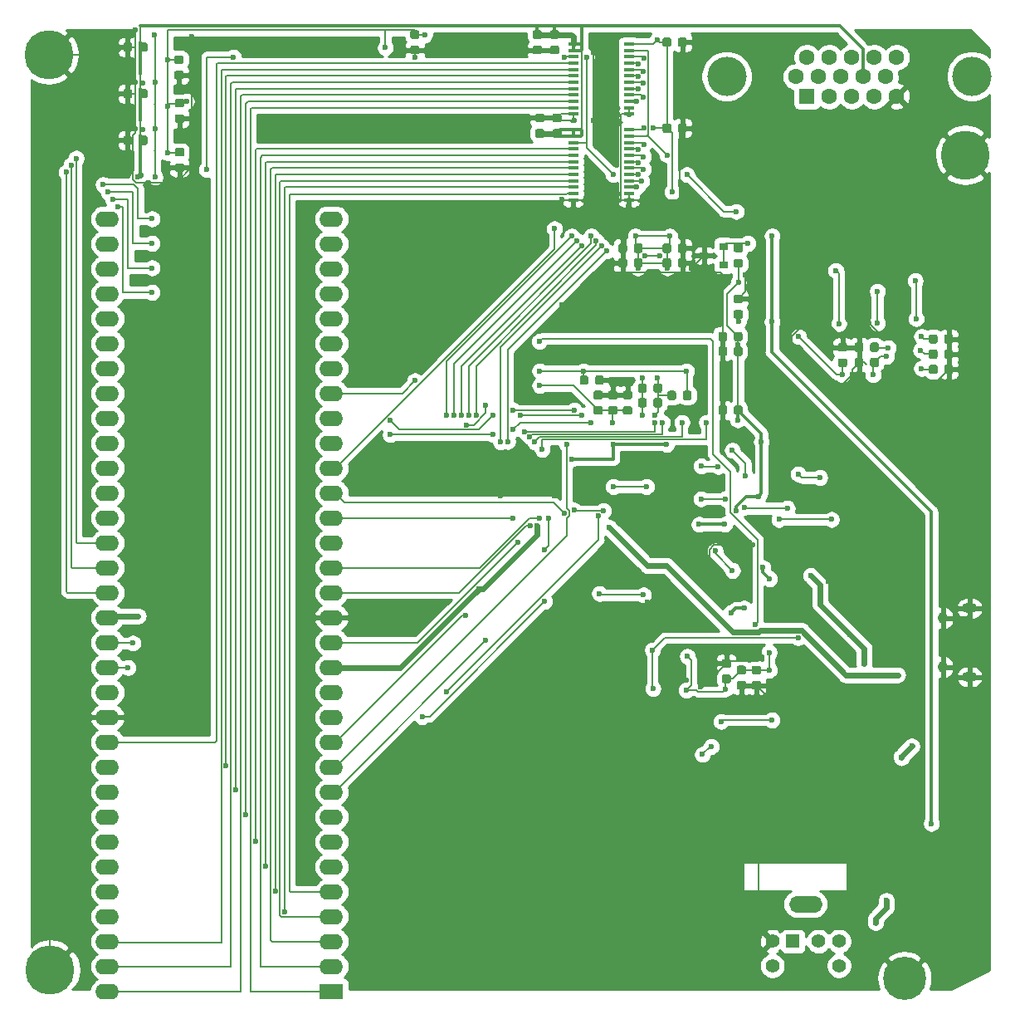
<source format=gbr>
G04 #@! TF.GenerationSoftware,KiCad,Pcbnew,(5.1.2)-1*
G04 #@! TF.CreationDate,2019-05-23T20:14:08-05:00*
G04 #@! TF.ProjectId,m68k,6d36386b-2e6b-4696-9361-645f70636258,rev?*
G04 #@! TF.SameCoordinates,Original*
G04 #@! TF.FileFunction,Copper,L2,Bot*
G04 #@! TF.FilePolarity,Positive*
%FSLAX46Y46*%
G04 Gerber Fmt 4.6, Leading zero omitted, Abs format (unit mm)*
G04 Created by KiCad (PCBNEW (5.1.2)-1) date 2019-05-23 20:14:08*
%MOMM*%
%LPD*%
G04 APERTURE LIST*
%ADD10R,2.400000X1.600000*%
%ADD11O,2.400000X1.600000*%
%ADD12C,0.050000*%
%ADD13C,0.875000*%
%ADD14C,5.000000*%
%ADD15R,1.100000X0.400000*%
%ADD16C,1.408000*%
%ADD17R,1.408000X1.408000*%
%ADD18O,3.400000X1.700000*%
%ADD19O,1.550000X1.000000*%
%ADD20O,0.950000X1.250000*%
%ADD21R,1.600000X1.600000*%
%ADD22C,1.600000*%
%ADD23C,4.000000*%
%ADD24R,0.900000X0.800000*%
%ADD25C,4.400000*%
%ADD26C,0.600000*%
%ADD27C,0.200000*%
%ADD28C,0.127000*%
%ADD29C,0.300000*%
%ADD30C,0.600000*%
%ADD31C,0.254000*%
G04 APERTURE END LIST*
D10*
X52000000Y-118750000D03*
D11*
X29140000Y-40010000D03*
X52000000Y-116210000D03*
X29140000Y-42550000D03*
X52000000Y-113670000D03*
X29140000Y-45090000D03*
X52000000Y-111130000D03*
X29140000Y-47630000D03*
X52000000Y-108590000D03*
X29140000Y-50170000D03*
X52000000Y-106050000D03*
X29140000Y-52710000D03*
X52000000Y-103510000D03*
X29140000Y-55250000D03*
X52000000Y-100970000D03*
X29140000Y-57790000D03*
X52000000Y-98430000D03*
X29140000Y-60330000D03*
X52000000Y-95890000D03*
X29140000Y-62870000D03*
X52000000Y-93350000D03*
X29140000Y-65410000D03*
X52000000Y-90810000D03*
X29140000Y-67950000D03*
X52000000Y-88270000D03*
X29140000Y-70490000D03*
X52000000Y-85730000D03*
X29140000Y-73030000D03*
X52000000Y-83190000D03*
X29140000Y-75570000D03*
X52000000Y-80650000D03*
X29140000Y-78110000D03*
X52000000Y-78110000D03*
X29140000Y-80650000D03*
X52000000Y-75570000D03*
X29140000Y-83190000D03*
X52000000Y-73030000D03*
X29140000Y-85730000D03*
X52000000Y-70490000D03*
X29140000Y-88270000D03*
X52000000Y-67950000D03*
X29140000Y-90810000D03*
X52000000Y-65410000D03*
X29140000Y-93350000D03*
X52000000Y-62870000D03*
X29140000Y-95890000D03*
X52000000Y-60330000D03*
X29140000Y-98430000D03*
X52000000Y-57790000D03*
X29140000Y-100970000D03*
X52000000Y-55250000D03*
X29140000Y-103510000D03*
X52000000Y-52710000D03*
X29140000Y-106050000D03*
X52000000Y-50170000D03*
X29140000Y-108590000D03*
X52000000Y-47630000D03*
X29140000Y-111130000D03*
X52000000Y-45090000D03*
X29140000Y-113670000D03*
X52000000Y-42550000D03*
X29140000Y-116210000D03*
X52000000Y-40010000D03*
X29140000Y-118750000D03*
D12*
G36*
X93777691Y-49301053D02*
G01*
X93798926Y-49304203D01*
X93819750Y-49309419D01*
X93839962Y-49316651D01*
X93859368Y-49325830D01*
X93877781Y-49336866D01*
X93895024Y-49349654D01*
X93910930Y-49364070D01*
X93925346Y-49379976D01*
X93938134Y-49397219D01*
X93949170Y-49415632D01*
X93958349Y-49435038D01*
X93965581Y-49455250D01*
X93970797Y-49476074D01*
X93973947Y-49497309D01*
X93975000Y-49518750D01*
X93975000Y-49956250D01*
X93973947Y-49977691D01*
X93970797Y-49998926D01*
X93965581Y-50019750D01*
X93958349Y-50039962D01*
X93949170Y-50059368D01*
X93938134Y-50077781D01*
X93925346Y-50095024D01*
X93910930Y-50110930D01*
X93895024Y-50125346D01*
X93877781Y-50138134D01*
X93859368Y-50149170D01*
X93839962Y-50158349D01*
X93819750Y-50165581D01*
X93798926Y-50170797D01*
X93777691Y-50173947D01*
X93756250Y-50175000D01*
X93243750Y-50175000D01*
X93222309Y-50173947D01*
X93201074Y-50170797D01*
X93180250Y-50165581D01*
X93160038Y-50158349D01*
X93140632Y-50149170D01*
X93122219Y-50138134D01*
X93104976Y-50125346D01*
X93089070Y-50110930D01*
X93074654Y-50095024D01*
X93061866Y-50077781D01*
X93050830Y-50059368D01*
X93041651Y-50039962D01*
X93034419Y-50019750D01*
X93029203Y-49998926D01*
X93026053Y-49977691D01*
X93025000Y-49956250D01*
X93025000Y-49518750D01*
X93026053Y-49497309D01*
X93029203Y-49476074D01*
X93034419Y-49455250D01*
X93041651Y-49435038D01*
X93050830Y-49415632D01*
X93061866Y-49397219D01*
X93074654Y-49379976D01*
X93089070Y-49364070D01*
X93104976Y-49349654D01*
X93122219Y-49336866D01*
X93140632Y-49325830D01*
X93160038Y-49316651D01*
X93180250Y-49309419D01*
X93201074Y-49304203D01*
X93222309Y-49301053D01*
X93243750Y-49300000D01*
X93756250Y-49300000D01*
X93777691Y-49301053D01*
X93777691Y-49301053D01*
G37*
D13*
X93500000Y-49737500D03*
D12*
G36*
X93777691Y-47726053D02*
G01*
X93798926Y-47729203D01*
X93819750Y-47734419D01*
X93839962Y-47741651D01*
X93859368Y-47750830D01*
X93877781Y-47761866D01*
X93895024Y-47774654D01*
X93910930Y-47789070D01*
X93925346Y-47804976D01*
X93938134Y-47822219D01*
X93949170Y-47840632D01*
X93958349Y-47860038D01*
X93965581Y-47880250D01*
X93970797Y-47901074D01*
X93973947Y-47922309D01*
X93975000Y-47943750D01*
X93975000Y-48381250D01*
X93973947Y-48402691D01*
X93970797Y-48423926D01*
X93965581Y-48444750D01*
X93958349Y-48464962D01*
X93949170Y-48484368D01*
X93938134Y-48502781D01*
X93925346Y-48520024D01*
X93910930Y-48535930D01*
X93895024Y-48550346D01*
X93877781Y-48563134D01*
X93859368Y-48574170D01*
X93839962Y-48583349D01*
X93819750Y-48590581D01*
X93798926Y-48595797D01*
X93777691Y-48598947D01*
X93756250Y-48600000D01*
X93243750Y-48600000D01*
X93222309Y-48598947D01*
X93201074Y-48595797D01*
X93180250Y-48590581D01*
X93160038Y-48583349D01*
X93140632Y-48574170D01*
X93122219Y-48563134D01*
X93104976Y-48550346D01*
X93089070Y-48535930D01*
X93074654Y-48520024D01*
X93061866Y-48502781D01*
X93050830Y-48484368D01*
X93041651Y-48464962D01*
X93034419Y-48444750D01*
X93029203Y-48423926D01*
X93026053Y-48402691D01*
X93025000Y-48381250D01*
X93025000Y-47943750D01*
X93026053Y-47922309D01*
X93029203Y-47901074D01*
X93034419Y-47880250D01*
X93041651Y-47860038D01*
X93050830Y-47840632D01*
X93061866Y-47822219D01*
X93074654Y-47804976D01*
X93089070Y-47789070D01*
X93104976Y-47774654D01*
X93122219Y-47761866D01*
X93140632Y-47750830D01*
X93160038Y-47741651D01*
X93180250Y-47734419D01*
X93201074Y-47729203D01*
X93222309Y-47726053D01*
X93243750Y-47725000D01*
X93756250Y-47725000D01*
X93777691Y-47726053D01*
X93777691Y-47726053D01*
G37*
D13*
X93500000Y-48162500D03*
D14*
X23150000Y-23250000D03*
X23300000Y-116550000D03*
X116650000Y-33500000D03*
D12*
G36*
X93727691Y-59026053D02*
G01*
X93748926Y-59029203D01*
X93769750Y-59034419D01*
X93789962Y-59041651D01*
X93809368Y-59050830D01*
X93827781Y-59061866D01*
X93845024Y-59074654D01*
X93860930Y-59089070D01*
X93875346Y-59104976D01*
X93888134Y-59122219D01*
X93899170Y-59140632D01*
X93908349Y-59160038D01*
X93915581Y-59180250D01*
X93920797Y-59201074D01*
X93923947Y-59222309D01*
X93925000Y-59243750D01*
X93925000Y-59756250D01*
X93923947Y-59777691D01*
X93920797Y-59798926D01*
X93915581Y-59819750D01*
X93908349Y-59839962D01*
X93899170Y-59859368D01*
X93888134Y-59877781D01*
X93875346Y-59895024D01*
X93860930Y-59910930D01*
X93845024Y-59925346D01*
X93827781Y-59938134D01*
X93809368Y-59949170D01*
X93789962Y-59958349D01*
X93769750Y-59965581D01*
X93748926Y-59970797D01*
X93727691Y-59973947D01*
X93706250Y-59975000D01*
X93268750Y-59975000D01*
X93247309Y-59973947D01*
X93226074Y-59970797D01*
X93205250Y-59965581D01*
X93185038Y-59958349D01*
X93165632Y-59949170D01*
X93147219Y-59938134D01*
X93129976Y-59925346D01*
X93114070Y-59910930D01*
X93099654Y-59895024D01*
X93086866Y-59877781D01*
X93075830Y-59859368D01*
X93066651Y-59839962D01*
X93059419Y-59819750D01*
X93054203Y-59798926D01*
X93051053Y-59777691D01*
X93050000Y-59756250D01*
X93050000Y-59243750D01*
X93051053Y-59222309D01*
X93054203Y-59201074D01*
X93059419Y-59180250D01*
X93066651Y-59160038D01*
X93075830Y-59140632D01*
X93086866Y-59122219D01*
X93099654Y-59104976D01*
X93114070Y-59089070D01*
X93129976Y-59074654D01*
X93147219Y-59061866D01*
X93165632Y-59050830D01*
X93185038Y-59041651D01*
X93205250Y-59034419D01*
X93226074Y-59029203D01*
X93247309Y-59026053D01*
X93268750Y-59025000D01*
X93706250Y-59025000D01*
X93727691Y-59026053D01*
X93727691Y-59026053D01*
G37*
D13*
X93487500Y-59500000D03*
D12*
G36*
X92152691Y-59026053D02*
G01*
X92173926Y-59029203D01*
X92194750Y-59034419D01*
X92214962Y-59041651D01*
X92234368Y-59050830D01*
X92252781Y-59061866D01*
X92270024Y-59074654D01*
X92285930Y-59089070D01*
X92300346Y-59104976D01*
X92313134Y-59122219D01*
X92324170Y-59140632D01*
X92333349Y-59160038D01*
X92340581Y-59180250D01*
X92345797Y-59201074D01*
X92348947Y-59222309D01*
X92350000Y-59243750D01*
X92350000Y-59756250D01*
X92348947Y-59777691D01*
X92345797Y-59798926D01*
X92340581Y-59819750D01*
X92333349Y-59839962D01*
X92324170Y-59859368D01*
X92313134Y-59877781D01*
X92300346Y-59895024D01*
X92285930Y-59910930D01*
X92270024Y-59925346D01*
X92252781Y-59938134D01*
X92234368Y-59949170D01*
X92214962Y-59958349D01*
X92194750Y-59965581D01*
X92173926Y-59970797D01*
X92152691Y-59973947D01*
X92131250Y-59975000D01*
X91693750Y-59975000D01*
X91672309Y-59973947D01*
X91651074Y-59970797D01*
X91630250Y-59965581D01*
X91610038Y-59958349D01*
X91590632Y-59949170D01*
X91572219Y-59938134D01*
X91554976Y-59925346D01*
X91539070Y-59910930D01*
X91524654Y-59895024D01*
X91511866Y-59877781D01*
X91500830Y-59859368D01*
X91491651Y-59839962D01*
X91484419Y-59819750D01*
X91479203Y-59798926D01*
X91476053Y-59777691D01*
X91475000Y-59756250D01*
X91475000Y-59243750D01*
X91476053Y-59222309D01*
X91479203Y-59201074D01*
X91484419Y-59180250D01*
X91491651Y-59160038D01*
X91500830Y-59140632D01*
X91511866Y-59122219D01*
X91524654Y-59104976D01*
X91539070Y-59089070D01*
X91554976Y-59074654D01*
X91572219Y-59061866D01*
X91590632Y-59050830D01*
X91610038Y-59041651D01*
X91630250Y-59034419D01*
X91651074Y-59029203D01*
X91672309Y-59026053D01*
X91693750Y-59025000D01*
X92131250Y-59025000D01*
X92152691Y-59026053D01*
X92152691Y-59026053D01*
G37*
D13*
X91912500Y-59500000D03*
D12*
G36*
X81952691Y-44026053D02*
G01*
X81973926Y-44029203D01*
X81994750Y-44034419D01*
X82014962Y-44041651D01*
X82034368Y-44050830D01*
X82052781Y-44061866D01*
X82070024Y-44074654D01*
X82085930Y-44089070D01*
X82100346Y-44104976D01*
X82113134Y-44122219D01*
X82124170Y-44140632D01*
X82133349Y-44160038D01*
X82140581Y-44180250D01*
X82145797Y-44201074D01*
X82148947Y-44222309D01*
X82150000Y-44243750D01*
X82150000Y-44756250D01*
X82148947Y-44777691D01*
X82145797Y-44798926D01*
X82140581Y-44819750D01*
X82133349Y-44839962D01*
X82124170Y-44859368D01*
X82113134Y-44877781D01*
X82100346Y-44895024D01*
X82085930Y-44910930D01*
X82070024Y-44925346D01*
X82052781Y-44938134D01*
X82034368Y-44949170D01*
X82014962Y-44958349D01*
X81994750Y-44965581D01*
X81973926Y-44970797D01*
X81952691Y-44973947D01*
X81931250Y-44975000D01*
X81493750Y-44975000D01*
X81472309Y-44973947D01*
X81451074Y-44970797D01*
X81430250Y-44965581D01*
X81410038Y-44958349D01*
X81390632Y-44949170D01*
X81372219Y-44938134D01*
X81354976Y-44925346D01*
X81339070Y-44910930D01*
X81324654Y-44895024D01*
X81311866Y-44877781D01*
X81300830Y-44859368D01*
X81291651Y-44839962D01*
X81284419Y-44819750D01*
X81279203Y-44798926D01*
X81276053Y-44777691D01*
X81275000Y-44756250D01*
X81275000Y-44243750D01*
X81276053Y-44222309D01*
X81279203Y-44201074D01*
X81284419Y-44180250D01*
X81291651Y-44160038D01*
X81300830Y-44140632D01*
X81311866Y-44122219D01*
X81324654Y-44104976D01*
X81339070Y-44089070D01*
X81354976Y-44074654D01*
X81372219Y-44061866D01*
X81390632Y-44050830D01*
X81410038Y-44041651D01*
X81430250Y-44034419D01*
X81451074Y-44029203D01*
X81472309Y-44026053D01*
X81493750Y-44025000D01*
X81931250Y-44025000D01*
X81952691Y-44026053D01*
X81952691Y-44026053D01*
G37*
D13*
X81712500Y-44500000D03*
D12*
G36*
X83527691Y-44026053D02*
G01*
X83548926Y-44029203D01*
X83569750Y-44034419D01*
X83589962Y-44041651D01*
X83609368Y-44050830D01*
X83627781Y-44061866D01*
X83645024Y-44074654D01*
X83660930Y-44089070D01*
X83675346Y-44104976D01*
X83688134Y-44122219D01*
X83699170Y-44140632D01*
X83708349Y-44160038D01*
X83715581Y-44180250D01*
X83720797Y-44201074D01*
X83723947Y-44222309D01*
X83725000Y-44243750D01*
X83725000Y-44756250D01*
X83723947Y-44777691D01*
X83720797Y-44798926D01*
X83715581Y-44819750D01*
X83708349Y-44839962D01*
X83699170Y-44859368D01*
X83688134Y-44877781D01*
X83675346Y-44895024D01*
X83660930Y-44910930D01*
X83645024Y-44925346D01*
X83627781Y-44938134D01*
X83609368Y-44949170D01*
X83589962Y-44958349D01*
X83569750Y-44965581D01*
X83548926Y-44970797D01*
X83527691Y-44973947D01*
X83506250Y-44975000D01*
X83068750Y-44975000D01*
X83047309Y-44973947D01*
X83026074Y-44970797D01*
X83005250Y-44965581D01*
X82985038Y-44958349D01*
X82965632Y-44949170D01*
X82947219Y-44938134D01*
X82929976Y-44925346D01*
X82914070Y-44910930D01*
X82899654Y-44895024D01*
X82886866Y-44877781D01*
X82875830Y-44859368D01*
X82866651Y-44839962D01*
X82859419Y-44819750D01*
X82854203Y-44798926D01*
X82851053Y-44777691D01*
X82850000Y-44756250D01*
X82850000Y-44243750D01*
X82851053Y-44222309D01*
X82854203Y-44201074D01*
X82859419Y-44180250D01*
X82866651Y-44160038D01*
X82875830Y-44140632D01*
X82886866Y-44122219D01*
X82899654Y-44104976D01*
X82914070Y-44089070D01*
X82929976Y-44074654D01*
X82947219Y-44061866D01*
X82965632Y-44050830D01*
X82985038Y-44041651D01*
X83005250Y-44034419D01*
X83026074Y-44029203D01*
X83047309Y-44026053D01*
X83068750Y-44025000D01*
X83506250Y-44025000D01*
X83527691Y-44026053D01*
X83527691Y-44026053D01*
G37*
D13*
X83287500Y-44500000D03*
D12*
G36*
X113625691Y-54872653D02*
G01*
X113646926Y-54875803D01*
X113667750Y-54881019D01*
X113687962Y-54888251D01*
X113707368Y-54897430D01*
X113725781Y-54908466D01*
X113743024Y-54921254D01*
X113758930Y-54935670D01*
X113773346Y-54951576D01*
X113786134Y-54968819D01*
X113797170Y-54987232D01*
X113806349Y-55006638D01*
X113813581Y-55026850D01*
X113818797Y-55047674D01*
X113821947Y-55068909D01*
X113823000Y-55090350D01*
X113823000Y-55602850D01*
X113821947Y-55624291D01*
X113818797Y-55645526D01*
X113813581Y-55666350D01*
X113806349Y-55686562D01*
X113797170Y-55705968D01*
X113786134Y-55724381D01*
X113773346Y-55741624D01*
X113758930Y-55757530D01*
X113743024Y-55771946D01*
X113725781Y-55784734D01*
X113707368Y-55795770D01*
X113687962Y-55804949D01*
X113667750Y-55812181D01*
X113646926Y-55817397D01*
X113625691Y-55820547D01*
X113604250Y-55821600D01*
X113166750Y-55821600D01*
X113145309Y-55820547D01*
X113124074Y-55817397D01*
X113103250Y-55812181D01*
X113083038Y-55804949D01*
X113063632Y-55795770D01*
X113045219Y-55784734D01*
X113027976Y-55771946D01*
X113012070Y-55757530D01*
X112997654Y-55741624D01*
X112984866Y-55724381D01*
X112973830Y-55705968D01*
X112964651Y-55686562D01*
X112957419Y-55666350D01*
X112952203Y-55645526D01*
X112949053Y-55624291D01*
X112948000Y-55602850D01*
X112948000Y-55090350D01*
X112949053Y-55068909D01*
X112952203Y-55047674D01*
X112957419Y-55026850D01*
X112964651Y-55006638D01*
X112973830Y-54987232D01*
X112984866Y-54968819D01*
X112997654Y-54951576D01*
X113012070Y-54935670D01*
X113027976Y-54921254D01*
X113045219Y-54908466D01*
X113063632Y-54897430D01*
X113083038Y-54888251D01*
X113103250Y-54881019D01*
X113124074Y-54875803D01*
X113145309Y-54872653D01*
X113166750Y-54871600D01*
X113604250Y-54871600D01*
X113625691Y-54872653D01*
X113625691Y-54872653D01*
G37*
D13*
X113385500Y-55346600D03*
D12*
G36*
X115200691Y-54872653D02*
G01*
X115221926Y-54875803D01*
X115242750Y-54881019D01*
X115262962Y-54888251D01*
X115282368Y-54897430D01*
X115300781Y-54908466D01*
X115318024Y-54921254D01*
X115333930Y-54935670D01*
X115348346Y-54951576D01*
X115361134Y-54968819D01*
X115372170Y-54987232D01*
X115381349Y-55006638D01*
X115388581Y-55026850D01*
X115393797Y-55047674D01*
X115396947Y-55068909D01*
X115398000Y-55090350D01*
X115398000Y-55602850D01*
X115396947Y-55624291D01*
X115393797Y-55645526D01*
X115388581Y-55666350D01*
X115381349Y-55686562D01*
X115372170Y-55705968D01*
X115361134Y-55724381D01*
X115348346Y-55741624D01*
X115333930Y-55757530D01*
X115318024Y-55771946D01*
X115300781Y-55784734D01*
X115282368Y-55795770D01*
X115262962Y-55804949D01*
X115242750Y-55812181D01*
X115221926Y-55817397D01*
X115200691Y-55820547D01*
X115179250Y-55821600D01*
X114741750Y-55821600D01*
X114720309Y-55820547D01*
X114699074Y-55817397D01*
X114678250Y-55812181D01*
X114658038Y-55804949D01*
X114638632Y-55795770D01*
X114620219Y-55784734D01*
X114602976Y-55771946D01*
X114587070Y-55757530D01*
X114572654Y-55741624D01*
X114559866Y-55724381D01*
X114548830Y-55705968D01*
X114539651Y-55686562D01*
X114532419Y-55666350D01*
X114527203Y-55645526D01*
X114524053Y-55624291D01*
X114523000Y-55602850D01*
X114523000Y-55090350D01*
X114524053Y-55068909D01*
X114527203Y-55047674D01*
X114532419Y-55026850D01*
X114539651Y-55006638D01*
X114548830Y-54987232D01*
X114559866Y-54968819D01*
X114572654Y-54951576D01*
X114587070Y-54935670D01*
X114602976Y-54921254D01*
X114620219Y-54908466D01*
X114638632Y-54897430D01*
X114658038Y-54888251D01*
X114678250Y-54881019D01*
X114699074Y-54875803D01*
X114720309Y-54872653D01*
X114741750Y-54871600D01*
X115179250Y-54871600D01*
X115200691Y-54872653D01*
X115200691Y-54872653D01*
G37*
D13*
X114960500Y-55346600D03*
D15*
X76650000Y-30925000D03*
X76650000Y-31575000D03*
X76650000Y-32225000D03*
X76650000Y-32875000D03*
X76650000Y-33525000D03*
X76650000Y-34175000D03*
X76650000Y-34825000D03*
X76650000Y-35475000D03*
X76650000Y-36125000D03*
X76650000Y-36775000D03*
X76650000Y-37425000D03*
X76650000Y-38075000D03*
X82350000Y-38075000D03*
X82350000Y-37425000D03*
X82350000Y-36775000D03*
X82350000Y-36125000D03*
X82350000Y-35475000D03*
X82350000Y-34825000D03*
X82350000Y-34175000D03*
X82350000Y-33525000D03*
X82350000Y-32875000D03*
X82350000Y-32225000D03*
X82350000Y-31575000D03*
X82350000Y-30925000D03*
X82350000Y-22175000D03*
X82350000Y-22825000D03*
X82350000Y-23475000D03*
X82350000Y-24125000D03*
X82350000Y-24775000D03*
X82350000Y-25425000D03*
X82350000Y-26075000D03*
X82350000Y-26725000D03*
X82350000Y-27375000D03*
X82350000Y-28025000D03*
X82350000Y-28675000D03*
X82350000Y-29325000D03*
X76650000Y-29325000D03*
X76650000Y-28675000D03*
X76650000Y-28025000D03*
X76650000Y-27375000D03*
X76650000Y-26725000D03*
X76650000Y-26075000D03*
X76650000Y-25425000D03*
X76650000Y-24775000D03*
X76650000Y-24125000D03*
X76650000Y-23475000D03*
X76650000Y-22825000D03*
X76650000Y-22175000D03*
D12*
G36*
X82477691Y-59101053D02*
G01*
X82498926Y-59104203D01*
X82519750Y-59109419D01*
X82539962Y-59116651D01*
X82559368Y-59125830D01*
X82577781Y-59136866D01*
X82595024Y-59149654D01*
X82610930Y-59164070D01*
X82625346Y-59179976D01*
X82638134Y-59197219D01*
X82649170Y-59215632D01*
X82658349Y-59235038D01*
X82665581Y-59255250D01*
X82670797Y-59276074D01*
X82673947Y-59297309D01*
X82675000Y-59318750D01*
X82675000Y-59756250D01*
X82673947Y-59777691D01*
X82670797Y-59798926D01*
X82665581Y-59819750D01*
X82658349Y-59839962D01*
X82649170Y-59859368D01*
X82638134Y-59877781D01*
X82625346Y-59895024D01*
X82610930Y-59910930D01*
X82595024Y-59925346D01*
X82577781Y-59938134D01*
X82559368Y-59949170D01*
X82539962Y-59958349D01*
X82519750Y-59965581D01*
X82498926Y-59970797D01*
X82477691Y-59973947D01*
X82456250Y-59975000D01*
X81943750Y-59975000D01*
X81922309Y-59973947D01*
X81901074Y-59970797D01*
X81880250Y-59965581D01*
X81860038Y-59958349D01*
X81840632Y-59949170D01*
X81822219Y-59938134D01*
X81804976Y-59925346D01*
X81789070Y-59910930D01*
X81774654Y-59895024D01*
X81761866Y-59877781D01*
X81750830Y-59859368D01*
X81741651Y-59839962D01*
X81734419Y-59819750D01*
X81729203Y-59798926D01*
X81726053Y-59777691D01*
X81725000Y-59756250D01*
X81725000Y-59318750D01*
X81726053Y-59297309D01*
X81729203Y-59276074D01*
X81734419Y-59255250D01*
X81741651Y-59235038D01*
X81750830Y-59215632D01*
X81761866Y-59197219D01*
X81774654Y-59179976D01*
X81789070Y-59164070D01*
X81804976Y-59149654D01*
X81822219Y-59136866D01*
X81840632Y-59125830D01*
X81860038Y-59116651D01*
X81880250Y-59109419D01*
X81901074Y-59104203D01*
X81922309Y-59101053D01*
X81943750Y-59100000D01*
X82456250Y-59100000D01*
X82477691Y-59101053D01*
X82477691Y-59101053D01*
G37*
D13*
X82200000Y-59537500D03*
D12*
G36*
X82477691Y-57526053D02*
G01*
X82498926Y-57529203D01*
X82519750Y-57534419D01*
X82539962Y-57541651D01*
X82559368Y-57550830D01*
X82577781Y-57561866D01*
X82595024Y-57574654D01*
X82610930Y-57589070D01*
X82625346Y-57604976D01*
X82638134Y-57622219D01*
X82649170Y-57640632D01*
X82658349Y-57660038D01*
X82665581Y-57680250D01*
X82670797Y-57701074D01*
X82673947Y-57722309D01*
X82675000Y-57743750D01*
X82675000Y-58181250D01*
X82673947Y-58202691D01*
X82670797Y-58223926D01*
X82665581Y-58244750D01*
X82658349Y-58264962D01*
X82649170Y-58284368D01*
X82638134Y-58302781D01*
X82625346Y-58320024D01*
X82610930Y-58335930D01*
X82595024Y-58350346D01*
X82577781Y-58363134D01*
X82559368Y-58374170D01*
X82539962Y-58383349D01*
X82519750Y-58390581D01*
X82498926Y-58395797D01*
X82477691Y-58398947D01*
X82456250Y-58400000D01*
X81943750Y-58400000D01*
X81922309Y-58398947D01*
X81901074Y-58395797D01*
X81880250Y-58390581D01*
X81860038Y-58383349D01*
X81840632Y-58374170D01*
X81822219Y-58363134D01*
X81804976Y-58350346D01*
X81789070Y-58335930D01*
X81774654Y-58320024D01*
X81761866Y-58302781D01*
X81750830Y-58284368D01*
X81741651Y-58264962D01*
X81734419Y-58244750D01*
X81729203Y-58223926D01*
X81726053Y-58202691D01*
X81725000Y-58181250D01*
X81725000Y-57743750D01*
X81726053Y-57722309D01*
X81729203Y-57701074D01*
X81734419Y-57680250D01*
X81741651Y-57660038D01*
X81750830Y-57640632D01*
X81761866Y-57622219D01*
X81774654Y-57604976D01*
X81789070Y-57589070D01*
X81804976Y-57574654D01*
X81822219Y-57561866D01*
X81840632Y-57550830D01*
X81860038Y-57541651D01*
X81880250Y-57534419D01*
X81901074Y-57529203D01*
X81922309Y-57526053D01*
X81943750Y-57525000D01*
X82456250Y-57525000D01*
X82477691Y-57526053D01*
X82477691Y-57526053D01*
G37*
D13*
X82200000Y-57962500D03*
D16*
X103775000Y-116153000D03*
X96975000Y-116153000D03*
X103775000Y-113653000D03*
X101675000Y-113653000D03*
D17*
X99075000Y-113653000D03*
D16*
X96975000Y-113653000D03*
D18*
X100375000Y-109853000D03*
D19*
X117097800Y-79700240D03*
X117097800Y-86700240D03*
D20*
X114397800Y-80700240D03*
X114397800Y-85700240D03*
D12*
G36*
X95618651Y-85554133D02*
G01*
X95639886Y-85557283D01*
X95660710Y-85562499D01*
X95680922Y-85569731D01*
X95700328Y-85578910D01*
X95718741Y-85589946D01*
X95735984Y-85602734D01*
X95751890Y-85617150D01*
X95766306Y-85633056D01*
X95779094Y-85650299D01*
X95790130Y-85668712D01*
X95799309Y-85688118D01*
X95806541Y-85708330D01*
X95811757Y-85729154D01*
X95814907Y-85750389D01*
X95815960Y-85771830D01*
X95815960Y-86209330D01*
X95814907Y-86230771D01*
X95811757Y-86252006D01*
X95806541Y-86272830D01*
X95799309Y-86293042D01*
X95790130Y-86312448D01*
X95779094Y-86330861D01*
X95766306Y-86348104D01*
X95751890Y-86364010D01*
X95735984Y-86378426D01*
X95718741Y-86391214D01*
X95700328Y-86402250D01*
X95680922Y-86411429D01*
X95660710Y-86418661D01*
X95639886Y-86423877D01*
X95618651Y-86427027D01*
X95597210Y-86428080D01*
X95084710Y-86428080D01*
X95063269Y-86427027D01*
X95042034Y-86423877D01*
X95021210Y-86418661D01*
X95000998Y-86411429D01*
X94981592Y-86402250D01*
X94963179Y-86391214D01*
X94945936Y-86378426D01*
X94930030Y-86364010D01*
X94915614Y-86348104D01*
X94902826Y-86330861D01*
X94891790Y-86312448D01*
X94882611Y-86293042D01*
X94875379Y-86272830D01*
X94870163Y-86252006D01*
X94867013Y-86230771D01*
X94865960Y-86209330D01*
X94865960Y-85771830D01*
X94867013Y-85750389D01*
X94870163Y-85729154D01*
X94875379Y-85708330D01*
X94882611Y-85688118D01*
X94891790Y-85668712D01*
X94902826Y-85650299D01*
X94915614Y-85633056D01*
X94930030Y-85617150D01*
X94945936Y-85602734D01*
X94963179Y-85589946D01*
X94981592Y-85578910D01*
X95000998Y-85569731D01*
X95021210Y-85562499D01*
X95042034Y-85557283D01*
X95063269Y-85554133D01*
X95084710Y-85553080D01*
X95597210Y-85553080D01*
X95618651Y-85554133D01*
X95618651Y-85554133D01*
G37*
D13*
X95340960Y-85990580D03*
D12*
G36*
X95618651Y-87129133D02*
G01*
X95639886Y-87132283D01*
X95660710Y-87137499D01*
X95680922Y-87144731D01*
X95700328Y-87153910D01*
X95718741Y-87164946D01*
X95735984Y-87177734D01*
X95751890Y-87192150D01*
X95766306Y-87208056D01*
X95779094Y-87225299D01*
X95790130Y-87243712D01*
X95799309Y-87263118D01*
X95806541Y-87283330D01*
X95811757Y-87304154D01*
X95814907Y-87325389D01*
X95815960Y-87346830D01*
X95815960Y-87784330D01*
X95814907Y-87805771D01*
X95811757Y-87827006D01*
X95806541Y-87847830D01*
X95799309Y-87868042D01*
X95790130Y-87887448D01*
X95779094Y-87905861D01*
X95766306Y-87923104D01*
X95751890Y-87939010D01*
X95735984Y-87953426D01*
X95718741Y-87966214D01*
X95700328Y-87977250D01*
X95680922Y-87986429D01*
X95660710Y-87993661D01*
X95639886Y-87998877D01*
X95618651Y-88002027D01*
X95597210Y-88003080D01*
X95084710Y-88003080D01*
X95063269Y-88002027D01*
X95042034Y-87998877D01*
X95021210Y-87993661D01*
X95000998Y-87986429D01*
X94981592Y-87977250D01*
X94963179Y-87966214D01*
X94945936Y-87953426D01*
X94930030Y-87939010D01*
X94915614Y-87923104D01*
X94902826Y-87905861D01*
X94891790Y-87887448D01*
X94882611Y-87868042D01*
X94875379Y-87847830D01*
X94870163Y-87827006D01*
X94867013Y-87805771D01*
X94865960Y-87784330D01*
X94865960Y-87346830D01*
X94867013Y-87325389D01*
X94870163Y-87304154D01*
X94875379Y-87283330D01*
X94882611Y-87263118D01*
X94891790Y-87243712D01*
X94902826Y-87225299D01*
X94915614Y-87208056D01*
X94930030Y-87192150D01*
X94945936Y-87177734D01*
X94963179Y-87164946D01*
X94981592Y-87153910D01*
X95000998Y-87144731D01*
X95021210Y-87137499D01*
X95042034Y-87132283D01*
X95063269Y-87129133D01*
X95084710Y-87128080D01*
X95597210Y-87128080D01*
X95618651Y-87129133D01*
X95618651Y-87129133D01*
G37*
D13*
X95340960Y-87565580D03*
D12*
G36*
X94090051Y-85552613D02*
G01*
X94111286Y-85555763D01*
X94132110Y-85560979D01*
X94152322Y-85568211D01*
X94171728Y-85577390D01*
X94190141Y-85588426D01*
X94207384Y-85601214D01*
X94223290Y-85615630D01*
X94237706Y-85631536D01*
X94250494Y-85648779D01*
X94261530Y-85667192D01*
X94270709Y-85686598D01*
X94277941Y-85706810D01*
X94283157Y-85727634D01*
X94286307Y-85748869D01*
X94287360Y-85770310D01*
X94287360Y-86207810D01*
X94286307Y-86229251D01*
X94283157Y-86250486D01*
X94277941Y-86271310D01*
X94270709Y-86291522D01*
X94261530Y-86310928D01*
X94250494Y-86329341D01*
X94237706Y-86346584D01*
X94223290Y-86362490D01*
X94207384Y-86376906D01*
X94190141Y-86389694D01*
X94171728Y-86400730D01*
X94152322Y-86409909D01*
X94132110Y-86417141D01*
X94111286Y-86422357D01*
X94090051Y-86425507D01*
X94068610Y-86426560D01*
X93556110Y-86426560D01*
X93534669Y-86425507D01*
X93513434Y-86422357D01*
X93492610Y-86417141D01*
X93472398Y-86409909D01*
X93452992Y-86400730D01*
X93434579Y-86389694D01*
X93417336Y-86376906D01*
X93401430Y-86362490D01*
X93387014Y-86346584D01*
X93374226Y-86329341D01*
X93363190Y-86310928D01*
X93354011Y-86291522D01*
X93346779Y-86271310D01*
X93341563Y-86250486D01*
X93338413Y-86229251D01*
X93337360Y-86207810D01*
X93337360Y-85770310D01*
X93338413Y-85748869D01*
X93341563Y-85727634D01*
X93346779Y-85706810D01*
X93354011Y-85686598D01*
X93363190Y-85667192D01*
X93374226Y-85648779D01*
X93387014Y-85631536D01*
X93401430Y-85615630D01*
X93417336Y-85601214D01*
X93434579Y-85588426D01*
X93452992Y-85577390D01*
X93472398Y-85568211D01*
X93492610Y-85560979D01*
X93513434Y-85555763D01*
X93534669Y-85552613D01*
X93556110Y-85551560D01*
X94068610Y-85551560D01*
X94090051Y-85552613D01*
X94090051Y-85552613D01*
G37*
D13*
X93812360Y-85989060D03*
D12*
G36*
X94090051Y-87127613D02*
G01*
X94111286Y-87130763D01*
X94132110Y-87135979D01*
X94152322Y-87143211D01*
X94171728Y-87152390D01*
X94190141Y-87163426D01*
X94207384Y-87176214D01*
X94223290Y-87190630D01*
X94237706Y-87206536D01*
X94250494Y-87223779D01*
X94261530Y-87242192D01*
X94270709Y-87261598D01*
X94277941Y-87281810D01*
X94283157Y-87302634D01*
X94286307Y-87323869D01*
X94287360Y-87345310D01*
X94287360Y-87782810D01*
X94286307Y-87804251D01*
X94283157Y-87825486D01*
X94277941Y-87846310D01*
X94270709Y-87866522D01*
X94261530Y-87885928D01*
X94250494Y-87904341D01*
X94237706Y-87921584D01*
X94223290Y-87937490D01*
X94207384Y-87951906D01*
X94190141Y-87964694D01*
X94171728Y-87975730D01*
X94152322Y-87984909D01*
X94132110Y-87992141D01*
X94111286Y-87997357D01*
X94090051Y-88000507D01*
X94068610Y-88001560D01*
X93556110Y-88001560D01*
X93534669Y-88000507D01*
X93513434Y-87997357D01*
X93492610Y-87992141D01*
X93472398Y-87984909D01*
X93452992Y-87975730D01*
X93434579Y-87964694D01*
X93417336Y-87951906D01*
X93401430Y-87937490D01*
X93387014Y-87921584D01*
X93374226Y-87904341D01*
X93363190Y-87885928D01*
X93354011Y-87866522D01*
X93346779Y-87846310D01*
X93341563Y-87825486D01*
X93338413Y-87804251D01*
X93337360Y-87782810D01*
X93337360Y-87345310D01*
X93338413Y-87323869D01*
X93341563Y-87302634D01*
X93346779Y-87281810D01*
X93354011Y-87261598D01*
X93363190Y-87242192D01*
X93374226Y-87223779D01*
X93387014Y-87206536D01*
X93401430Y-87190630D01*
X93417336Y-87176214D01*
X93434579Y-87163426D01*
X93452992Y-87152390D01*
X93472398Y-87143211D01*
X93492610Y-87135979D01*
X93513434Y-87130763D01*
X93534669Y-87127613D01*
X93556110Y-87126560D01*
X94068610Y-87126560D01*
X94090051Y-87127613D01*
X94090051Y-87127613D01*
G37*
D13*
X93812360Y-87564060D03*
D12*
G36*
X83952691Y-56776053D02*
G01*
X83973926Y-56779203D01*
X83994750Y-56784419D01*
X84014962Y-56791651D01*
X84034368Y-56800830D01*
X84052781Y-56811866D01*
X84070024Y-56824654D01*
X84085930Y-56839070D01*
X84100346Y-56854976D01*
X84113134Y-56872219D01*
X84124170Y-56890632D01*
X84133349Y-56910038D01*
X84140581Y-56930250D01*
X84145797Y-56951074D01*
X84148947Y-56972309D01*
X84150000Y-56993750D01*
X84150000Y-57506250D01*
X84148947Y-57527691D01*
X84145797Y-57548926D01*
X84140581Y-57569750D01*
X84133349Y-57589962D01*
X84124170Y-57609368D01*
X84113134Y-57627781D01*
X84100346Y-57645024D01*
X84085930Y-57660930D01*
X84070024Y-57675346D01*
X84052781Y-57688134D01*
X84034368Y-57699170D01*
X84014962Y-57708349D01*
X83994750Y-57715581D01*
X83973926Y-57720797D01*
X83952691Y-57723947D01*
X83931250Y-57725000D01*
X83493750Y-57725000D01*
X83472309Y-57723947D01*
X83451074Y-57720797D01*
X83430250Y-57715581D01*
X83410038Y-57708349D01*
X83390632Y-57699170D01*
X83372219Y-57688134D01*
X83354976Y-57675346D01*
X83339070Y-57660930D01*
X83324654Y-57645024D01*
X83311866Y-57627781D01*
X83300830Y-57609368D01*
X83291651Y-57589962D01*
X83284419Y-57569750D01*
X83279203Y-57548926D01*
X83276053Y-57527691D01*
X83275000Y-57506250D01*
X83275000Y-56993750D01*
X83276053Y-56972309D01*
X83279203Y-56951074D01*
X83284419Y-56930250D01*
X83291651Y-56910038D01*
X83300830Y-56890632D01*
X83311866Y-56872219D01*
X83324654Y-56854976D01*
X83339070Y-56839070D01*
X83354976Y-56824654D01*
X83372219Y-56811866D01*
X83390632Y-56800830D01*
X83410038Y-56791651D01*
X83430250Y-56784419D01*
X83451074Y-56779203D01*
X83472309Y-56776053D01*
X83493750Y-56775000D01*
X83931250Y-56775000D01*
X83952691Y-56776053D01*
X83952691Y-56776053D01*
G37*
D13*
X83712500Y-57250000D03*
D12*
G36*
X85527691Y-56776053D02*
G01*
X85548926Y-56779203D01*
X85569750Y-56784419D01*
X85589962Y-56791651D01*
X85609368Y-56800830D01*
X85627781Y-56811866D01*
X85645024Y-56824654D01*
X85660930Y-56839070D01*
X85675346Y-56854976D01*
X85688134Y-56872219D01*
X85699170Y-56890632D01*
X85708349Y-56910038D01*
X85715581Y-56930250D01*
X85720797Y-56951074D01*
X85723947Y-56972309D01*
X85725000Y-56993750D01*
X85725000Y-57506250D01*
X85723947Y-57527691D01*
X85720797Y-57548926D01*
X85715581Y-57569750D01*
X85708349Y-57589962D01*
X85699170Y-57609368D01*
X85688134Y-57627781D01*
X85675346Y-57645024D01*
X85660930Y-57660930D01*
X85645024Y-57675346D01*
X85627781Y-57688134D01*
X85609368Y-57699170D01*
X85589962Y-57708349D01*
X85569750Y-57715581D01*
X85548926Y-57720797D01*
X85527691Y-57723947D01*
X85506250Y-57725000D01*
X85068750Y-57725000D01*
X85047309Y-57723947D01*
X85026074Y-57720797D01*
X85005250Y-57715581D01*
X84985038Y-57708349D01*
X84965632Y-57699170D01*
X84947219Y-57688134D01*
X84929976Y-57675346D01*
X84914070Y-57660930D01*
X84899654Y-57645024D01*
X84886866Y-57627781D01*
X84875830Y-57609368D01*
X84866651Y-57589962D01*
X84859419Y-57569750D01*
X84854203Y-57548926D01*
X84851053Y-57527691D01*
X84850000Y-57506250D01*
X84850000Y-56993750D01*
X84851053Y-56972309D01*
X84854203Y-56951074D01*
X84859419Y-56930250D01*
X84866651Y-56910038D01*
X84875830Y-56890632D01*
X84886866Y-56872219D01*
X84899654Y-56854976D01*
X84914070Y-56839070D01*
X84929976Y-56824654D01*
X84947219Y-56811866D01*
X84965632Y-56800830D01*
X84985038Y-56791651D01*
X85005250Y-56784419D01*
X85026074Y-56779203D01*
X85047309Y-56776053D01*
X85068750Y-56775000D01*
X85506250Y-56775000D01*
X85527691Y-56776053D01*
X85527691Y-56776053D01*
G37*
D13*
X85287500Y-57250000D03*
D12*
G36*
X85527691Y-58276053D02*
G01*
X85548926Y-58279203D01*
X85569750Y-58284419D01*
X85589962Y-58291651D01*
X85609368Y-58300830D01*
X85627781Y-58311866D01*
X85645024Y-58324654D01*
X85660930Y-58339070D01*
X85675346Y-58354976D01*
X85688134Y-58372219D01*
X85699170Y-58390632D01*
X85708349Y-58410038D01*
X85715581Y-58430250D01*
X85720797Y-58451074D01*
X85723947Y-58472309D01*
X85725000Y-58493750D01*
X85725000Y-59006250D01*
X85723947Y-59027691D01*
X85720797Y-59048926D01*
X85715581Y-59069750D01*
X85708349Y-59089962D01*
X85699170Y-59109368D01*
X85688134Y-59127781D01*
X85675346Y-59145024D01*
X85660930Y-59160930D01*
X85645024Y-59175346D01*
X85627781Y-59188134D01*
X85609368Y-59199170D01*
X85589962Y-59208349D01*
X85569750Y-59215581D01*
X85548926Y-59220797D01*
X85527691Y-59223947D01*
X85506250Y-59225000D01*
X85068750Y-59225000D01*
X85047309Y-59223947D01*
X85026074Y-59220797D01*
X85005250Y-59215581D01*
X84985038Y-59208349D01*
X84965632Y-59199170D01*
X84947219Y-59188134D01*
X84929976Y-59175346D01*
X84914070Y-59160930D01*
X84899654Y-59145024D01*
X84886866Y-59127781D01*
X84875830Y-59109368D01*
X84866651Y-59089962D01*
X84859419Y-59069750D01*
X84854203Y-59048926D01*
X84851053Y-59027691D01*
X84850000Y-59006250D01*
X84850000Y-58493750D01*
X84851053Y-58472309D01*
X84854203Y-58451074D01*
X84859419Y-58430250D01*
X84866651Y-58410038D01*
X84875830Y-58390632D01*
X84886866Y-58372219D01*
X84899654Y-58354976D01*
X84914070Y-58339070D01*
X84929976Y-58324654D01*
X84947219Y-58311866D01*
X84965632Y-58300830D01*
X84985038Y-58291651D01*
X85005250Y-58284419D01*
X85026074Y-58279203D01*
X85047309Y-58276053D01*
X85068750Y-58275000D01*
X85506250Y-58275000D01*
X85527691Y-58276053D01*
X85527691Y-58276053D01*
G37*
D13*
X85287500Y-58750000D03*
D12*
G36*
X83952691Y-58276053D02*
G01*
X83973926Y-58279203D01*
X83994750Y-58284419D01*
X84014962Y-58291651D01*
X84034368Y-58300830D01*
X84052781Y-58311866D01*
X84070024Y-58324654D01*
X84085930Y-58339070D01*
X84100346Y-58354976D01*
X84113134Y-58372219D01*
X84124170Y-58390632D01*
X84133349Y-58410038D01*
X84140581Y-58430250D01*
X84145797Y-58451074D01*
X84148947Y-58472309D01*
X84150000Y-58493750D01*
X84150000Y-59006250D01*
X84148947Y-59027691D01*
X84145797Y-59048926D01*
X84140581Y-59069750D01*
X84133349Y-59089962D01*
X84124170Y-59109368D01*
X84113134Y-59127781D01*
X84100346Y-59145024D01*
X84085930Y-59160930D01*
X84070024Y-59175346D01*
X84052781Y-59188134D01*
X84034368Y-59199170D01*
X84014962Y-59208349D01*
X83994750Y-59215581D01*
X83973926Y-59220797D01*
X83952691Y-59223947D01*
X83931250Y-59225000D01*
X83493750Y-59225000D01*
X83472309Y-59223947D01*
X83451074Y-59220797D01*
X83430250Y-59215581D01*
X83410038Y-59208349D01*
X83390632Y-59199170D01*
X83372219Y-59188134D01*
X83354976Y-59175346D01*
X83339070Y-59160930D01*
X83324654Y-59145024D01*
X83311866Y-59127781D01*
X83300830Y-59109368D01*
X83291651Y-59089962D01*
X83284419Y-59069750D01*
X83279203Y-59048926D01*
X83276053Y-59027691D01*
X83275000Y-59006250D01*
X83275000Y-58493750D01*
X83276053Y-58472309D01*
X83279203Y-58451074D01*
X83284419Y-58430250D01*
X83291651Y-58410038D01*
X83300830Y-58390632D01*
X83311866Y-58372219D01*
X83324654Y-58354976D01*
X83339070Y-58339070D01*
X83354976Y-58324654D01*
X83372219Y-58311866D01*
X83390632Y-58300830D01*
X83410038Y-58291651D01*
X83430250Y-58284419D01*
X83451074Y-58279203D01*
X83472309Y-58276053D01*
X83493750Y-58275000D01*
X83931250Y-58275000D01*
X83952691Y-58276053D01*
X83952691Y-58276053D01*
G37*
D13*
X83712500Y-58750000D03*
D12*
G36*
X81952691Y-42526053D02*
G01*
X81973926Y-42529203D01*
X81994750Y-42534419D01*
X82014962Y-42541651D01*
X82034368Y-42550830D01*
X82052781Y-42561866D01*
X82070024Y-42574654D01*
X82085930Y-42589070D01*
X82100346Y-42604976D01*
X82113134Y-42622219D01*
X82124170Y-42640632D01*
X82133349Y-42660038D01*
X82140581Y-42680250D01*
X82145797Y-42701074D01*
X82148947Y-42722309D01*
X82150000Y-42743750D01*
X82150000Y-43256250D01*
X82148947Y-43277691D01*
X82145797Y-43298926D01*
X82140581Y-43319750D01*
X82133349Y-43339962D01*
X82124170Y-43359368D01*
X82113134Y-43377781D01*
X82100346Y-43395024D01*
X82085930Y-43410930D01*
X82070024Y-43425346D01*
X82052781Y-43438134D01*
X82034368Y-43449170D01*
X82014962Y-43458349D01*
X81994750Y-43465581D01*
X81973926Y-43470797D01*
X81952691Y-43473947D01*
X81931250Y-43475000D01*
X81493750Y-43475000D01*
X81472309Y-43473947D01*
X81451074Y-43470797D01*
X81430250Y-43465581D01*
X81410038Y-43458349D01*
X81390632Y-43449170D01*
X81372219Y-43438134D01*
X81354976Y-43425346D01*
X81339070Y-43410930D01*
X81324654Y-43395024D01*
X81311866Y-43377781D01*
X81300830Y-43359368D01*
X81291651Y-43339962D01*
X81284419Y-43319750D01*
X81279203Y-43298926D01*
X81276053Y-43277691D01*
X81275000Y-43256250D01*
X81275000Y-42743750D01*
X81276053Y-42722309D01*
X81279203Y-42701074D01*
X81284419Y-42680250D01*
X81291651Y-42660038D01*
X81300830Y-42640632D01*
X81311866Y-42622219D01*
X81324654Y-42604976D01*
X81339070Y-42589070D01*
X81354976Y-42574654D01*
X81372219Y-42561866D01*
X81390632Y-42550830D01*
X81410038Y-42541651D01*
X81430250Y-42534419D01*
X81451074Y-42529203D01*
X81472309Y-42526053D01*
X81493750Y-42525000D01*
X81931250Y-42525000D01*
X81952691Y-42526053D01*
X81952691Y-42526053D01*
G37*
D13*
X81712500Y-43000000D03*
D12*
G36*
X83527691Y-42526053D02*
G01*
X83548926Y-42529203D01*
X83569750Y-42534419D01*
X83589962Y-42541651D01*
X83609368Y-42550830D01*
X83627781Y-42561866D01*
X83645024Y-42574654D01*
X83660930Y-42589070D01*
X83675346Y-42604976D01*
X83688134Y-42622219D01*
X83699170Y-42640632D01*
X83708349Y-42660038D01*
X83715581Y-42680250D01*
X83720797Y-42701074D01*
X83723947Y-42722309D01*
X83725000Y-42743750D01*
X83725000Y-43256250D01*
X83723947Y-43277691D01*
X83720797Y-43298926D01*
X83715581Y-43319750D01*
X83708349Y-43339962D01*
X83699170Y-43359368D01*
X83688134Y-43377781D01*
X83675346Y-43395024D01*
X83660930Y-43410930D01*
X83645024Y-43425346D01*
X83627781Y-43438134D01*
X83609368Y-43449170D01*
X83589962Y-43458349D01*
X83569750Y-43465581D01*
X83548926Y-43470797D01*
X83527691Y-43473947D01*
X83506250Y-43475000D01*
X83068750Y-43475000D01*
X83047309Y-43473947D01*
X83026074Y-43470797D01*
X83005250Y-43465581D01*
X82985038Y-43458349D01*
X82965632Y-43449170D01*
X82947219Y-43438134D01*
X82929976Y-43425346D01*
X82914070Y-43410930D01*
X82899654Y-43395024D01*
X82886866Y-43377781D01*
X82875830Y-43359368D01*
X82866651Y-43339962D01*
X82859419Y-43319750D01*
X82854203Y-43298926D01*
X82851053Y-43277691D01*
X82850000Y-43256250D01*
X82850000Y-42743750D01*
X82851053Y-42722309D01*
X82854203Y-42701074D01*
X82859419Y-42680250D01*
X82866651Y-42660038D01*
X82875830Y-42640632D01*
X82886866Y-42622219D01*
X82899654Y-42604976D01*
X82914070Y-42589070D01*
X82929976Y-42574654D01*
X82947219Y-42561866D01*
X82965632Y-42550830D01*
X82985038Y-42541651D01*
X83005250Y-42534419D01*
X83026074Y-42529203D01*
X83047309Y-42526053D01*
X83068750Y-42525000D01*
X83506250Y-42525000D01*
X83527691Y-42526053D01*
X83527691Y-42526053D01*
G37*
D13*
X83287500Y-43000000D03*
D12*
G36*
X88027691Y-42526053D02*
G01*
X88048926Y-42529203D01*
X88069750Y-42534419D01*
X88089962Y-42541651D01*
X88109368Y-42550830D01*
X88127781Y-42561866D01*
X88145024Y-42574654D01*
X88160930Y-42589070D01*
X88175346Y-42604976D01*
X88188134Y-42622219D01*
X88199170Y-42640632D01*
X88208349Y-42660038D01*
X88215581Y-42680250D01*
X88220797Y-42701074D01*
X88223947Y-42722309D01*
X88225000Y-42743750D01*
X88225000Y-43256250D01*
X88223947Y-43277691D01*
X88220797Y-43298926D01*
X88215581Y-43319750D01*
X88208349Y-43339962D01*
X88199170Y-43359368D01*
X88188134Y-43377781D01*
X88175346Y-43395024D01*
X88160930Y-43410930D01*
X88145024Y-43425346D01*
X88127781Y-43438134D01*
X88109368Y-43449170D01*
X88089962Y-43458349D01*
X88069750Y-43465581D01*
X88048926Y-43470797D01*
X88027691Y-43473947D01*
X88006250Y-43475000D01*
X87568750Y-43475000D01*
X87547309Y-43473947D01*
X87526074Y-43470797D01*
X87505250Y-43465581D01*
X87485038Y-43458349D01*
X87465632Y-43449170D01*
X87447219Y-43438134D01*
X87429976Y-43425346D01*
X87414070Y-43410930D01*
X87399654Y-43395024D01*
X87386866Y-43377781D01*
X87375830Y-43359368D01*
X87366651Y-43339962D01*
X87359419Y-43319750D01*
X87354203Y-43298926D01*
X87351053Y-43277691D01*
X87350000Y-43256250D01*
X87350000Y-42743750D01*
X87351053Y-42722309D01*
X87354203Y-42701074D01*
X87359419Y-42680250D01*
X87366651Y-42660038D01*
X87375830Y-42640632D01*
X87386866Y-42622219D01*
X87399654Y-42604976D01*
X87414070Y-42589070D01*
X87429976Y-42574654D01*
X87447219Y-42561866D01*
X87465632Y-42550830D01*
X87485038Y-42541651D01*
X87505250Y-42534419D01*
X87526074Y-42529203D01*
X87547309Y-42526053D01*
X87568750Y-42525000D01*
X88006250Y-42525000D01*
X88027691Y-42526053D01*
X88027691Y-42526053D01*
G37*
D13*
X87787500Y-43000000D03*
D12*
G36*
X86452691Y-42526053D02*
G01*
X86473926Y-42529203D01*
X86494750Y-42534419D01*
X86514962Y-42541651D01*
X86534368Y-42550830D01*
X86552781Y-42561866D01*
X86570024Y-42574654D01*
X86585930Y-42589070D01*
X86600346Y-42604976D01*
X86613134Y-42622219D01*
X86624170Y-42640632D01*
X86633349Y-42660038D01*
X86640581Y-42680250D01*
X86645797Y-42701074D01*
X86648947Y-42722309D01*
X86650000Y-42743750D01*
X86650000Y-43256250D01*
X86648947Y-43277691D01*
X86645797Y-43298926D01*
X86640581Y-43319750D01*
X86633349Y-43339962D01*
X86624170Y-43359368D01*
X86613134Y-43377781D01*
X86600346Y-43395024D01*
X86585930Y-43410930D01*
X86570024Y-43425346D01*
X86552781Y-43438134D01*
X86534368Y-43449170D01*
X86514962Y-43458349D01*
X86494750Y-43465581D01*
X86473926Y-43470797D01*
X86452691Y-43473947D01*
X86431250Y-43475000D01*
X85993750Y-43475000D01*
X85972309Y-43473947D01*
X85951074Y-43470797D01*
X85930250Y-43465581D01*
X85910038Y-43458349D01*
X85890632Y-43449170D01*
X85872219Y-43438134D01*
X85854976Y-43425346D01*
X85839070Y-43410930D01*
X85824654Y-43395024D01*
X85811866Y-43377781D01*
X85800830Y-43359368D01*
X85791651Y-43339962D01*
X85784419Y-43319750D01*
X85779203Y-43298926D01*
X85776053Y-43277691D01*
X85775000Y-43256250D01*
X85775000Y-42743750D01*
X85776053Y-42722309D01*
X85779203Y-42701074D01*
X85784419Y-42680250D01*
X85791651Y-42660038D01*
X85800830Y-42640632D01*
X85811866Y-42622219D01*
X85824654Y-42604976D01*
X85839070Y-42589070D01*
X85854976Y-42574654D01*
X85872219Y-42561866D01*
X85890632Y-42550830D01*
X85910038Y-42541651D01*
X85930250Y-42534419D01*
X85951074Y-42529203D01*
X85972309Y-42526053D01*
X85993750Y-42525000D01*
X86431250Y-42525000D01*
X86452691Y-42526053D01*
X86452691Y-42526053D01*
G37*
D13*
X86212500Y-43000000D03*
D12*
G36*
X86452691Y-44026053D02*
G01*
X86473926Y-44029203D01*
X86494750Y-44034419D01*
X86514962Y-44041651D01*
X86534368Y-44050830D01*
X86552781Y-44061866D01*
X86570024Y-44074654D01*
X86585930Y-44089070D01*
X86600346Y-44104976D01*
X86613134Y-44122219D01*
X86624170Y-44140632D01*
X86633349Y-44160038D01*
X86640581Y-44180250D01*
X86645797Y-44201074D01*
X86648947Y-44222309D01*
X86650000Y-44243750D01*
X86650000Y-44756250D01*
X86648947Y-44777691D01*
X86645797Y-44798926D01*
X86640581Y-44819750D01*
X86633349Y-44839962D01*
X86624170Y-44859368D01*
X86613134Y-44877781D01*
X86600346Y-44895024D01*
X86585930Y-44910930D01*
X86570024Y-44925346D01*
X86552781Y-44938134D01*
X86534368Y-44949170D01*
X86514962Y-44958349D01*
X86494750Y-44965581D01*
X86473926Y-44970797D01*
X86452691Y-44973947D01*
X86431250Y-44975000D01*
X85993750Y-44975000D01*
X85972309Y-44973947D01*
X85951074Y-44970797D01*
X85930250Y-44965581D01*
X85910038Y-44958349D01*
X85890632Y-44949170D01*
X85872219Y-44938134D01*
X85854976Y-44925346D01*
X85839070Y-44910930D01*
X85824654Y-44895024D01*
X85811866Y-44877781D01*
X85800830Y-44859368D01*
X85791651Y-44839962D01*
X85784419Y-44819750D01*
X85779203Y-44798926D01*
X85776053Y-44777691D01*
X85775000Y-44756250D01*
X85775000Y-44243750D01*
X85776053Y-44222309D01*
X85779203Y-44201074D01*
X85784419Y-44180250D01*
X85791651Y-44160038D01*
X85800830Y-44140632D01*
X85811866Y-44122219D01*
X85824654Y-44104976D01*
X85839070Y-44089070D01*
X85854976Y-44074654D01*
X85872219Y-44061866D01*
X85890632Y-44050830D01*
X85910038Y-44041651D01*
X85930250Y-44034419D01*
X85951074Y-44029203D01*
X85972309Y-44026053D01*
X85993750Y-44025000D01*
X86431250Y-44025000D01*
X86452691Y-44026053D01*
X86452691Y-44026053D01*
G37*
D13*
X86212500Y-44500000D03*
D12*
G36*
X88027691Y-44026053D02*
G01*
X88048926Y-44029203D01*
X88069750Y-44034419D01*
X88089962Y-44041651D01*
X88109368Y-44050830D01*
X88127781Y-44061866D01*
X88145024Y-44074654D01*
X88160930Y-44089070D01*
X88175346Y-44104976D01*
X88188134Y-44122219D01*
X88199170Y-44140632D01*
X88208349Y-44160038D01*
X88215581Y-44180250D01*
X88220797Y-44201074D01*
X88223947Y-44222309D01*
X88225000Y-44243750D01*
X88225000Y-44756250D01*
X88223947Y-44777691D01*
X88220797Y-44798926D01*
X88215581Y-44819750D01*
X88208349Y-44839962D01*
X88199170Y-44859368D01*
X88188134Y-44877781D01*
X88175346Y-44895024D01*
X88160930Y-44910930D01*
X88145024Y-44925346D01*
X88127781Y-44938134D01*
X88109368Y-44949170D01*
X88089962Y-44958349D01*
X88069750Y-44965581D01*
X88048926Y-44970797D01*
X88027691Y-44973947D01*
X88006250Y-44975000D01*
X87568750Y-44975000D01*
X87547309Y-44973947D01*
X87526074Y-44970797D01*
X87505250Y-44965581D01*
X87485038Y-44958349D01*
X87465632Y-44949170D01*
X87447219Y-44938134D01*
X87429976Y-44925346D01*
X87414070Y-44910930D01*
X87399654Y-44895024D01*
X87386866Y-44877781D01*
X87375830Y-44859368D01*
X87366651Y-44839962D01*
X87359419Y-44819750D01*
X87354203Y-44798926D01*
X87351053Y-44777691D01*
X87350000Y-44756250D01*
X87350000Y-44243750D01*
X87351053Y-44222309D01*
X87354203Y-44201074D01*
X87359419Y-44180250D01*
X87366651Y-44160038D01*
X87375830Y-44140632D01*
X87386866Y-44122219D01*
X87399654Y-44104976D01*
X87414070Y-44089070D01*
X87429976Y-44074654D01*
X87447219Y-44061866D01*
X87465632Y-44050830D01*
X87485038Y-44041651D01*
X87505250Y-44034419D01*
X87526074Y-44029203D01*
X87547309Y-44026053D01*
X87568750Y-44025000D01*
X88006250Y-44025000D01*
X88027691Y-44026053D01*
X88027691Y-44026053D01*
G37*
D13*
X87787500Y-44500000D03*
D12*
G36*
X80977691Y-59101053D02*
G01*
X80998926Y-59104203D01*
X81019750Y-59109419D01*
X81039962Y-59116651D01*
X81059368Y-59125830D01*
X81077781Y-59136866D01*
X81095024Y-59149654D01*
X81110930Y-59164070D01*
X81125346Y-59179976D01*
X81138134Y-59197219D01*
X81149170Y-59215632D01*
X81158349Y-59235038D01*
X81165581Y-59255250D01*
X81170797Y-59276074D01*
X81173947Y-59297309D01*
X81175000Y-59318750D01*
X81175000Y-59756250D01*
X81173947Y-59777691D01*
X81170797Y-59798926D01*
X81165581Y-59819750D01*
X81158349Y-59839962D01*
X81149170Y-59859368D01*
X81138134Y-59877781D01*
X81125346Y-59895024D01*
X81110930Y-59910930D01*
X81095024Y-59925346D01*
X81077781Y-59938134D01*
X81059368Y-59949170D01*
X81039962Y-59958349D01*
X81019750Y-59965581D01*
X80998926Y-59970797D01*
X80977691Y-59973947D01*
X80956250Y-59975000D01*
X80443750Y-59975000D01*
X80422309Y-59973947D01*
X80401074Y-59970797D01*
X80380250Y-59965581D01*
X80360038Y-59958349D01*
X80340632Y-59949170D01*
X80322219Y-59938134D01*
X80304976Y-59925346D01*
X80289070Y-59910930D01*
X80274654Y-59895024D01*
X80261866Y-59877781D01*
X80250830Y-59859368D01*
X80241651Y-59839962D01*
X80234419Y-59819750D01*
X80229203Y-59798926D01*
X80226053Y-59777691D01*
X80225000Y-59756250D01*
X80225000Y-59318750D01*
X80226053Y-59297309D01*
X80229203Y-59276074D01*
X80234419Y-59255250D01*
X80241651Y-59235038D01*
X80250830Y-59215632D01*
X80261866Y-59197219D01*
X80274654Y-59179976D01*
X80289070Y-59164070D01*
X80304976Y-59149654D01*
X80322219Y-59136866D01*
X80340632Y-59125830D01*
X80360038Y-59116651D01*
X80380250Y-59109419D01*
X80401074Y-59104203D01*
X80422309Y-59101053D01*
X80443750Y-59100000D01*
X80956250Y-59100000D01*
X80977691Y-59101053D01*
X80977691Y-59101053D01*
G37*
D13*
X80700000Y-59537500D03*
D12*
G36*
X80977691Y-57526053D02*
G01*
X80998926Y-57529203D01*
X81019750Y-57534419D01*
X81039962Y-57541651D01*
X81059368Y-57550830D01*
X81077781Y-57561866D01*
X81095024Y-57574654D01*
X81110930Y-57589070D01*
X81125346Y-57604976D01*
X81138134Y-57622219D01*
X81149170Y-57640632D01*
X81158349Y-57660038D01*
X81165581Y-57680250D01*
X81170797Y-57701074D01*
X81173947Y-57722309D01*
X81175000Y-57743750D01*
X81175000Y-58181250D01*
X81173947Y-58202691D01*
X81170797Y-58223926D01*
X81165581Y-58244750D01*
X81158349Y-58264962D01*
X81149170Y-58284368D01*
X81138134Y-58302781D01*
X81125346Y-58320024D01*
X81110930Y-58335930D01*
X81095024Y-58350346D01*
X81077781Y-58363134D01*
X81059368Y-58374170D01*
X81039962Y-58383349D01*
X81019750Y-58390581D01*
X80998926Y-58395797D01*
X80977691Y-58398947D01*
X80956250Y-58400000D01*
X80443750Y-58400000D01*
X80422309Y-58398947D01*
X80401074Y-58395797D01*
X80380250Y-58390581D01*
X80360038Y-58383349D01*
X80340632Y-58374170D01*
X80322219Y-58363134D01*
X80304976Y-58350346D01*
X80289070Y-58335930D01*
X80274654Y-58320024D01*
X80261866Y-58302781D01*
X80250830Y-58284368D01*
X80241651Y-58264962D01*
X80234419Y-58244750D01*
X80229203Y-58223926D01*
X80226053Y-58202691D01*
X80225000Y-58181250D01*
X80225000Y-57743750D01*
X80226053Y-57722309D01*
X80229203Y-57701074D01*
X80234419Y-57680250D01*
X80241651Y-57660038D01*
X80250830Y-57640632D01*
X80261866Y-57622219D01*
X80274654Y-57604976D01*
X80289070Y-57589070D01*
X80304976Y-57574654D01*
X80322219Y-57561866D01*
X80340632Y-57550830D01*
X80360038Y-57541651D01*
X80380250Y-57534419D01*
X80401074Y-57529203D01*
X80422309Y-57526053D01*
X80443750Y-57525000D01*
X80956250Y-57525000D01*
X80977691Y-57526053D01*
X80977691Y-57526053D01*
G37*
D13*
X80700000Y-57962500D03*
D12*
G36*
X36777691Y-29351053D02*
G01*
X36798926Y-29354203D01*
X36819750Y-29359419D01*
X36839962Y-29366651D01*
X36859368Y-29375830D01*
X36877781Y-29386866D01*
X36895024Y-29399654D01*
X36910930Y-29414070D01*
X36925346Y-29429976D01*
X36938134Y-29447219D01*
X36949170Y-29465632D01*
X36958349Y-29485038D01*
X36965581Y-29505250D01*
X36970797Y-29526074D01*
X36973947Y-29547309D01*
X36975000Y-29568750D01*
X36975000Y-30006250D01*
X36973947Y-30027691D01*
X36970797Y-30048926D01*
X36965581Y-30069750D01*
X36958349Y-30089962D01*
X36949170Y-30109368D01*
X36938134Y-30127781D01*
X36925346Y-30145024D01*
X36910930Y-30160930D01*
X36895024Y-30175346D01*
X36877781Y-30188134D01*
X36859368Y-30199170D01*
X36839962Y-30208349D01*
X36819750Y-30215581D01*
X36798926Y-30220797D01*
X36777691Y-30223947D01*
X36756250Y-30225000D01*
X36243750Y-30225000D01*
X36222309Y-30223947D01*
X36201074Y-30220797D01*
X36180250Y-30215581D01*
X36160038Y-30208349D01*
X36140632Y-30199170D01*
X36122219Y-30188134D01*
X36104976Y-30175346D01*
X36089070Y-30160930D01*
X36074654Y-30145024D01*
X36061866Y-30127781D01*
X36050830Y-30109368D01*
X36041651Y-30089962D01*
X36034419Y-30069750D01*
X36029203Y-30048926D01*
X36026053Y-30027691D01*
X36025000Y-30006250D01*
X36025000Y-29568750D01*
X36026053Y-29547309D01*
X36029203Y-29526074D01*
X36034419Y-29505250D01*
X36041651Y-29485038D01*
X36050830Y-29465632D01*
X36061866Y-29447219D01*
X36074654Y-29429976D01*
X36089070Y-29414070D01*
X36104976Y-29399654D01*
X36122219Y-29386866D01*
X36140632Y-29375830D01*
X36160038Y-29366651D01*
X36180250Y-29359419D01*
X36201074Y-29354203D01*
X36222309Y-29351053D01*
X36243750Y-29350000D01*
X36756250Y-29350000D01*
X36777691Y-29351053D01*
X36777691Y-29351053D01*
G37*
D13*
X36500000Y-29787500D03*
D12*
G36*
X36777691Y-27776053D02*
G01*
X36798926Y-27779203D01*
X36819750Y-27784419D01*
X36839962Y-27791651D01*
X36859368Y-27800830D01*
X36877781Y-27811866D01*
X36895024Y-27824654D01*
X36910930Y-27839070D01*
X36925346Y-27854976D01*
X36938134Y-27872219D01*
X36949170Y-27890632D01*
X36958349Y-27910038D01*
X36965581Y-27930250D01*
X36970797Y-27951074D01*
X36973947Y-27972309D01*
X36975000Y-27993750D01*
X36975000Y-28431250D01*
X36973947Y-28452691D01*
X36970797Y-28473926D01*
X36965581Y-28494750D01*
X36958349Y-28514962D01*
X36949170Y-28534368D01*
X36938134Y-28552781D01*
X36925346Y-28570024D01*
X36910930Y-28585930D01*
X36895024Y-28600346D01*
X36877781Y-28613134D01*
X36859368Y-28624170D01*
X36839962Y-28633349D01*
X36819750Y-28640581D01*
X36798926Y-28645797D01*
X36777691Y-28648947D01*
X36756250Y-28650000D01*
X36243750Y-28650000D01*
X36222309Y-28648947D01*
X36201074Y-28645797D01*
X36180250Y-28640581D01*
X36160038Y-28633349D01*
X36140632Y-28624170D01*
X36122219Y-28613134D01*
X36104976Y-28600346D01*
X36089070Y-28585930D01*
X36074654Y-28570024D01*
X36061866Y-28552781D01*
X36050830Y-28534368D01*
X36041651Y-28514962D01*
X36034419Y-28494750D01*
X36029203Y-28473926D01*
X36026053Y-28452691D01*
X36025000Y-28431250D01*
X36025000Y-27993750D01*
X36026053Y-27972309D01*
X36029203Y-27951074D01*
X36034419Y-27930250D01*
X36041651Y-27910038D01*
X36050830Y-27890632D01*
X36061866Y-27872219D01*
X36074654Y-27854976D01*
X36089070Y-27839070D01*
X36104976Y-27824654D01*
X36122219Y-27811866D01*
X36140632Y-27800830D01*
X36160038Y-27791651D01*
X36180250Y-27784419D01*
X36201074Y-27779203D01*
X36222309Y-27776053D01*
X36243750Y-27775000D01*
X36756250Y-27775000D01*
X36777691Y-27776053D01*
X36777691Y-27776053D01*
G37*
D13*
X36500000Y-28212500D03*
D12*
G36*
X92152691Y-53026053D02*
G01*
X92173926Y-53029203D01*
X92194750Y-53034419D01*
X92214962Y-53041651D01*
X92234368Y-53050830D01*
X92252781Y-53061866D01*
X92270024Y-53074654D01*
X92285930Y-53089070D01*
X92300346Y-53104976D01*
X92313134Y-53122219D01*
X92324170Y-53140632D01*
X92333349Y-53160038D01*
X92340581Y-53180250D01*
X92345797Y-53201074D01*
X92348947Y-53222309D01*
X92350000Y-53243750D01*
X92350000Y-53756250D01*
X92348947Y-53777691D01*
X92345797Y-53798926D01*
X92340581Y-53819750D01*
X92333349Y-53839962D01*
X92324170Y-53859368D01*
X92313134Y-53877781D01*
X92300346Y-53895024D01*
X92285930Y-53910930D01*
X92270024Y-53925346D01*
X92252781Y-53938134D01*
X92234368Y-53949170D01*
X92214962Y-53958349D01*
X92194750Y-53965581D01*
X92173926Y-53970797D01*
X92152691Y-53973947D01*
X92131250Y-53975000D01*
X91693750Y-53975000D01*
X91672309Y-53973947D01*
X91651074Y-53970797D01*
X91630250Y-53965581D01*
X91610038Y-53958349D01*
X91590632Y-53949170D01*
X91572219Y-53938134D01*
X91554976Y-53925346D01*
X91539070Y-53910930D01*
X91524654Y-53895024D01*
X91511866Y-53877781D01*
X91500830Y-53859368D01*
X91491651Y-53839962D01*
X91484419Y-53819750D01*
X91479203Y-53798926D01*
X91476053Y-53777691D01*
X91475000Y-53756250D01*
X91475000Y-53243750D01*
X91476053Y-53222309D01*
X91479203Y-53201074D01*
X91484419Y-53180250D01*
X91491651Y-53160038D01*
X91500830Y-53140632D01*
X91511866Y-53122219D01*
X91524654Y-53104976D01*
X91539070Y-53089070D01*
X91554976Y-53074654D01*
X91572219Y-53061866D01*
X91590632Y-53050830D01*
X91610038Y-53041651D01*
X91630250Y-53034419D01*
X91651074Y-53029203D01*
X91672309Y-53026053D01*
X91693750Y-53025000D01*
X92131250Y-53025000D01*
X92152691Y-53026053D01*
X92152691Y-53026053D01*
G37*
D13*
X91912500Y-53500000D03*
D12*
G36*
X93727691Y-53026053D02*
G01*
X93748926Y-53029203D01*
X93769750Y-53034419D01*
X93789962Y-53041651D01*
X93809368Y-53050830D01*
X93827781Y-53061866D01*
X93845024Y-53074654D01*
X93860930Y-53089070D01*
X93875346Y-53104976D01*
X93888134Y-53122219D01*
X93899170Y-53140632D01*
X93908349Y-53160038D01*
X93915581Y-53180250D01*
X93920797Y-53201074D01*
X93923947Y-53222309D01*
X93925000Y-53243750D01*
X93925000Y-53756250D01*
X93923947Y-53777691D01*
X93920797Y-53798926D01*
X93915581Y-53819750D01*
X93908349Y-53839962D01*
X93899170Y-53859368D01*
X93888134Y-53877781D01*
X93875346Y-53895024D01*
X93860930Y-53910930D01*
X93845024Y-53925346D01*
X93827781Y-53938134D01*
X93809368Y-53949170D01*
X93789962Y-53958349D01*
X93769750Y-53965581D01*
X93748926Y-53970797D01*
X93727691Y-53973947D01*
X93706250Y-53975000D01*
X93268750Y-53975000D01*
X93247309Y-53973947D01*
X93226074Y-53970797D01*
X93205250Y-53965581D01*
X93185038Y-53958349D01*
X93165632Y-53949170D01*
X93147219Y-53938134D01*
X93129976Y-53925346D01*
X93114070Y-53910930D01*
X93099654Y-53895024D01*
X93086866Y-53877781D01*
X93075830Y-53859368D01*
X93066651Y-53839962D01*
X93059419Y-53819750D01*
X93054203Y-53798926D01*
X93051053Y-53777691D01*
X93050000Y-53756250D01*
X93050000Y-53243750D01*
X93051053Y-53222309D01*
X93054203Y-53201074D01*
X93059419Y-53180250D01*
X93066651Y-53160038D01*
X93075830Y-53140632D01*
X93086866Y-53122219D01*
X93099654Y-53104976D01*
X93114070Y-53089070D01*
X93129976Y-53074654D01*
X93147219Y-53061866D01*
X93165632Y-53050830D01*
X93185038Y-53041651D01*
X93205250Y-53034419D01*
X93226074Y-53029203D01*
X93247309Y-53026053D01*
X93268750Y-53025000D01*
X93706250Y-53025000D01*
X93727691Y-53026053D01*
X93727691Y-53026053D01*
G37*
D13*
X93487500Y-53500000D03*
D12*
G36*
X93727691Y-51526053D02*
G01*
X93748926Y-51529203D01*
X93769750Y-51534419D01*
X93789962Y-51541651D01*
X93809368Y-51550830D01*
X93827781Y-51561866D01*
X93845024Y-51574654D01*
X93860930Y-51589070D01*
X93875346Y-51604976D01*
X93888134Y-51622219D01*
X93899170Y-51640632D01*
X93908349Y-51660038D01*
X93915581Y-51680250D01*
X93920797Y-51701074D01*
X93923947Y-51722309D01*
X93925000Y-51743750D01*
X93925000Y-52256250D01*
X93923947Y-52277691D01*
X93920797Y-52298926D01*
X93915581Y-52319750D01*
X93908349Y-52339962D01*
X93899170Y-52359368D01*
X93888134Y-52377781D01*
X93875346Y-52395024D01*
X93860930Y-52410930D01*
X93845024Y-52425346D01*
X93827781Y-52438134D01*
X93809368Y-52449170D01*
X93789962Y-52458349D01*
X93769750Y-52465581D01*
X93748926Y-52470797D01*
X93727691Y-52473947D01*
X93706250Y-52475000D01*
X93268750Y-52475000D01*
X93247309Y-52473947D01*
X93226074Y-52470797D01*
X93205250Y-52465581D01*
X93185038Y-52458349D01*
X93165632Y-52449170D01*
X93147219Y-52438134D01*
X93129976Y-52425346D01*
X93114070Y-52410930D01*
X93099654Y-52395024D01*
X93086866Y-52377781D01*
X93075830Y-52359368D01*
X93066651Y-52339962D01*
X93059419Y-52319750D01*
X93054203Y-52298926D01*
X93051053Y-52277691D01*
X93050000Y-52256250D01*
X93050000Y-51743750D01*
X93051053Y-51722309D01*
X93054203Y-51701074D01*
X93059419Y-51680250D01*
X93066651Y-51660038D01*
X93075830Y-51640632D01*
X93086866Y-51622219D01*
X93099654Y-51604976D01*
X93114070Y-51589070D01*
X93129976Y-51574654D01*
X93147219Y-51561866D01*
X93165632Y-51550830D01*
X93185038Y-51541651D01*
X93205250Y-51534419D01*
X93226074Y-51529203D01*
X93247309Y-51526053D01*
X93268750Y-51525000D01*
X93706250Y-51525000D01*
X93727691Y-51526053D01*
X93727691Y-51526053D01*
G37*
D13*
X93487500Y-52000000D03*
D12*
G36*
X92152691Y-51526053D02*
G01*
X92173926Y-51529203D01*
X92194750Y-51534419D01*
X92214962Y-51541651D01*
X92234368Y-51550830D01*
X92252781Y-51561866D01*
X92270024Y-51574654D01*
X92285930Y-51589070D01*
X92300346Y-51604976D01*
X92313134Y-51622219D01*
X92324170Y-51640632D01*
X92333349Y-51660038D01*
X92340581Y-51680250D01*
X92345797Y-51701074D01*
X92348947Y-51722309D01*
X92350000Y-51743750D01*
X92350000Y-52256250D01*
X92348947Y-52277691D01*
X92345797Y-52298926D01*
X92340581Y-52319750D01*
X92333349Y-52339962D01*
X92324170Y-52359368D01*
X92313134Y-52377781D01*
X92300346Y-52395024D01*
X92285930Y-52410930D01*
X92270024Y-52425346D01*
X92252781Y-52438134D01*
X92234368Y-52449170D01*
X92214962Y-52458349D01*
X92194750Y-52465581D01*
X92173926Y-52470797D01*
X92152691Y-52473947D01*
X92131250Y-52475000D01*
X91693750Y-52475000D01*
X91672309Y-52473947D01*
X91651074Y-52470797D01*
X91630250Y-52465581D01*
X91610038Y-52458349D01*
X91590632Y-52449170D01*
X91572219Y-52438134D01*
X91554976Y-52425346D01*
X91539070Y-52410930D01*
X91524654Y-52395024D01*
X91511866Y-52377781D01*
X91500830Y-52359368D01*
X91491651Y-52339962D01*
X91484419Y-52319750D01*
X91479203Y-52298926D01*
X91476053Y-52277691D01*
X91475000Y-52256250D01*
X91475000Y-51743750D01*
X91476053Y-51722309D01*
X91479203Y-51701074D01*
X91484419Y-51680250D01*
X91491651Y-51660038D01*
X91500830Y-51640632D01*
X91511866Y-51622219D01*
X91524654Y-51604976D01*
X91539070Y-51589070D01*
X91554976Y-51574654D01*
X91572219Y-51561866D01*
X91590632Y-51550830D01*
X91610038Y-51541651D01*
X91630250Y-51534419D01*
X91651074Y-51529203D01*
X91672309Y-51526053D01*
X91693750Y-51525000D01*
X92131250Y-51525000D01*
X92152691Y-51526053D01*
X92152691Y-51526053D01*
G37*
D13*
X91912500Y-52000000D03*
D12*
G36*
X107631491Y-52612053D02*
G01*
X107652726Y-52615203D01*
X107673550Y-52620419D01*
X107693762Y-52627651D01*
X107713168Y-52636830D01*
X107731581Y-52647866D01*
X107748824Y-52660654D01*
X107764730Y-52675070D01*
X107779146Y-52690976D01*
X107791934Y-52708219D01*
X107802970Y-52726632D01*
X107812149Y-52746038D01*
X107819381Y-52766250D01*
X107824597Y-52787074D01*
X107827747Y-52808309D01*
X107828800Y-52829750D01*
X107828800Y-53342250D01*
X107827747Y-53363691D01*
X107824597Y-53384926D01*
X107819381Y-53405750D01*
X107812149Y-53425962D01*
X107802970Y-53445368D01*
X107791934Y-53463781D01*
X107779146Y-53481024D01*
X107764730Y-53496930D01*
X107748824Y-53511346D01*
X107731581Y-53524134D01*
X107713168Y-53535170D01*
X107693762Y-53544349D01*
X107673550Y-53551581D01*
X107652726Y-53556797D01*
X107631491Y-53559947D01*
X107610050Y-53561000D01*
X107172550Y-53561000D01*
X107151109Y-53559947D01*
X107129874Y-53556797D01*
X107109050Y-53551581D01*
X107088838Y-53544349D01*
X107069432Y-53535170D01*
X107051019Y-53524134D01*
X107033776Y-53511346D01*
X107017870Y-53496930D01*
X107003454Y-53481024D01*
X106990666Y-53463781D01*
X106979630Y-53445368D01*
X106970451Y-53425962D01*
X106963219Y-53405750D01*
X106958003Y-53384926D01*
X106954853Y-53363691D01*
X106953800Y-53342250D01*
X106953800Y-52829750D01*
X106954853Y-52808309D01*
X106958003Y-52787074D01*
X106963219Y-52766250D01*
X106970451Y-52746038D01*
X106979630Y-52726632D01*
X106990666Y-52708219D01*
X107003454Y-52690976D01*
X107017870Y-52675070D01*
X107033776Y-52660654D01*
X107051019Y-52647866D01*
X107069432Y-52636830D01*
X107088838Y-52627651D01*
X107109050Y-52620419D01*
X107129874Y-52615203D01*
X107151109Y-52612053D01*
X107172550Y-52611000D01*
X107610050Y-52611000D01*
X107631491Y-52612053D01*
X107631491Y-52612053D01*
G37*
D13*
X107391300Y-53086000D03*
D12*
G36*
X106056491Y-52612053D02*
G01*
X106077726Y-52615203D01*
X106098550Y-52620419D01*
X106118762Y-52627651D01*
X106138168Y-52636830D01*
X106156581Y-52647866D01*
X106173824Y-52660654D01*
X106189730Y-52675070D01*
X106204146Y-52690976D01*
X106216934Y-52708219D01*
X106227970Y-52726632D01*
X106237149Y-52746038D01*
X106244381Y-52766250D01*
X106249597Y-52787074D01*
X106252747Y-52808309D01*
X106253800Y-52829750D01*
X106253800Y-53342250D01*
X106252747Y-53363691D01*
X106249597Y-53384926D01*
X106244381Y-53405750D01*
X106237149Y-53425962D01*
X106227970Y-53445368D01*
X106216934Y-53463781D01*
X106204146Y-53481024D01*
X106189730Y-53496930D01*
X106173824Y-53511346D01*
X106156581Y-53524134D01*
X106138168Y-53535170D01*
X106118762Y-53544349D01*
X106098550Y-53551581D01*
X106077726Y-53556797D01*
X106056491Y-53559947D01*
X106035050Y-53561000D01*
X105597550Y-53561000D01*
X105576109Y-53559947D01*
X105554874Y-53556797D01*
X105534050Y-53551581D01*
X105513838Y-53544349D01*
X105494432Y-53535170D01*
X105476019Y-53524134D01*
X105458776Y-53511346D01*
X105442870Y-53496930D01*
X105428454Y-53481024D01*
X105415666Y-53463781D01*
X105404630Y-53445368D01*
X105395451Y-53425962D01*
X105388219Y-53405750D01*
X105383003Y-53384926D01*
X105379853Y-53363691D01*
X105378800Y-53342250D01*
X105378800Y-52829750D01*
X105379853Y-52808309D01*
X105383003Y-52787074D01*
X105388219Y-52766250D01*
X105395451Y-52746038D01*
X105404630Y-52726632D01*
X105415666Y-52708219D01*
X105428454Y-52690976D01*
X105442870Y-52675070D01*
X105458776Y-52660654D01*
X105476019Y-52647866D01*
X105494432Y-52636830D01*
X105513838Y-52627651D01*
X105534050Y-52620419D01*
X105554874Y-52615203D01*
X105576109Y-52612053D01*
X105597550Y-52611000D01*
X106035050Y-52611000D01*
X106056491Y-52612053D01*
X106056491Y-52612053D01*
G37*
D13*
X105816300Y-53086000D03*
D12*
G36*
X79477691Y-57526053D02*
G01*
X79498926Y-57529203D01*
X79519750Y-57534419D01*
X79539962Y-57541651D01*
X79559368Y-57550830D01*
X79577781Y-57561866D01*
X79595024Y-57574654D01*
X79610930Y-57589070D01*
X79625346Y-57604976D01*
X79638134Y-57622219D01*
X79649170Y-57640632D01*
X79658349Y-57660038D01*
X79665581Y-57680250D01*
X79670797Y-57701074D01*
X79673947Y-57722309D01*
X79675000Y-57743750D01*
X79675000Y-58181250D01*
X79673947Y-58202691D01*
X79670797Y-58223926D01*
X79665581Y-58244750D01*
X79658349Y-58264962D01*
X79649170Y-58284368D01*
X79638134Y-58302781D01*
X79625346Y-58320024D01*
X79610930Y-58335930D01*
X79595024Y-58350346D01*
X79577781Y-58363134D01*
X79559368Y-58374170D01*
X79539962Y-58383349D01*
X79519750Y-58390581D01*
X79498926Y-58395797D01*
X79477691Y-58398947D01*
X79456250Y-58400000D01*
X78943750Y-58400000D01*
X78922309Y-58398947D01*
X78901074Y-58395797D01*
X78880250Y-58390581D01*
X78860038Y-58383349D01*
X78840632Y-58374170D01*
X78822219Y-58363134D01*
X78804976Y-58350346D01*
X78789070Y-58335930D01*
X78774654Y-58320024D01*
X78761866Y-58302781D01*
X78750830Y-58284368D01*
X78741651Y-58264962D01*
X78734419Y-58244750D01*
X78729203Y-58223926D01*
X78726053Y-58202691D01*
X78725000Y-58181250D01*
X78725000Y-57743750D01*
X78726053Y-57722309D01*
X78729203Y-57701074D01*
X78734419Y-57680250D01*
X78741651Y-57660038D01*
X78750830Y-57640632D01*
X78761866Y-57622219D01*
X78774654Y-57604976D01*
X78789070Y-57589070D01*
X78804976Y-57574654D01*
X78822219Y-57561866D01*
X78840632Y-57550830D01*
X78860038Y-57541651D01*
X78880250Y-57534419D01*
X78901074Y-57529203D01*
X78922309Y-57526053D01*
X78943750Y-57525000D01*
X79456250Y-57525000D01*
X79477691Y-57526053D01*
X79477691Y-57526053D01*
G37*
D13*
X79200000Y-57962500D03*
D12*
G36*
X79477691Y-59101053D02*
G01*
X79498926Y-59104203D01*
X79519750Y-59109419D01*
X79539962Y-59116651D01*
X79559368Y-59125830D01*
X79577781Y-59136866D01*
X79595024Y-59149654D01*
X79610930Y-59164070D01*
X79625346Y-59179976D01*
X79638134Y-59197219D01*
X79649170Y-59215632D01*
X79658349Y-59235038D01*
X79665581Y-59255250D01*
X79670797Y-59276074D01*
X79673947Y-59297309D01*
X79675000Y-59318750D01*
X79675000Y-59756250D01*
X79673947Y-59777691D01*
X79670797Y-59798926D01*
X79665581Y-59819750D01*
X79658349Y-59839962D01*
X79649170Y-59859368D01*
X79638134Y-59877781D01*
X79625346Y-59895024D01*
X79610930Y-59910930D01*
X79595024Y-59925346D01*
X79577781Y-59938134D01*
X79559368Y-59949170D01*
X79539962Y-59958349D01*
X79519750Y-59965581D01*
X79498926Y-59970797D01*
X79477691Y-59973947D01*
X79456250Y-59975000D01*
X78943750Y-59975000D01*
X78922309Y-59973947D01*
X78901074Y-59970797D01*
X78880250Y-59965581D01*
X78860038Y-59958349D01*
X78840632Y-59949170D01*
X78822219Y-59938134D01*
X78804976Y-59925346D01*
X78789070Y-59910930D01*
X78774654Y-59895024D01*
X78761866Y-59877781D01*
X78750830Y-59859368D01*
X78741651Y-59839962D01*
X78734419Y-59819750D01*
X78729203Y-59798926D01*
X78726053Y-59777691D01*
X78725000Y-59756250D01*
X78725000Y-59318750D01*
X78726053Y-59297309D01*
X78729203Y-59276074D01*
X78734419Y-59255250D01*
X78741651Y-59235038D01*
X78750830Y-59215632D01*
X78761866Y-59197219D01*
X78774654Y-59179976D01*
X78789070Y-59164070D01*
X78804976Y-59149654D01*
X78822219Y-59136866D01*
X78840632Y-59125830D01*
X78860038Y-59116651D01*
X78880250Y-59109419D01*
X78901074Y-59104203D01*
X78922309Y-59101053D01*
X78943750Y-59100000D01*
X79456250Y-59100000D01*
X79477691Y-59101053D01*
X79477691Y-59101053D01*
G37*
D13*
X79200000Y-59537500D03*
D12*
G36*
X107632491Y-54153353D02*
G01*
X107653726Y-54156503D01*
X107674550Y-54161719D01*
X107694762Y-54168951D01*
X107714168Y-54178130D01*
X107732581Y-54189166D01*
X107749824Y-54201954D01*
X107765730Y-54216370D01*
X107780146Y-54232276D01*
X107792934Y-54249519D01*
X107803970Y-54267932D01*
X107813149Y-54287338D01*
X107820381Y-54307550D01*
X107825597Y-54328374D01*
X107828747Y-54349609D01*
X107829800Y-54371050D01*
X107829800Y-54883550D01*
X107828747Y-54904991D01*
X107825597Y-54926226D01*
X107820381Y-54947050D01*
X107813149Y-54967262D01*
X107803970Y-54986668D01*
X107792934Y-55005081D01*
X107780146Y-55022324D01*
X107765730Y-55038230D01*
X107749824Y-55052646D01*
X107732581Y-55065434D01*
X107714168Y-55076470D01*
X107694762Y-55085649D01*
X107674550Y-55092881D01*
X107653726Y-55098097D01*
X107632491Y-55101247D01*
X107611050Y-55102300D01*
X107173550Y-55102300D01*
X107152109Y-55101247D01*
X107130874Y-55098097D01*
X107110050Y-55092881D01*
X107089838Y-55085649D01*
X107070432Y-55076470D01*
X107052019Y-55065434D01*
X107034776Y-55052646D01*
X107018870Y-55038230D01*
X107004454Y-55022324D01*
X106991666Y-55005081D01*
X106980630Y-54986668D01*
X106971451Y-54967262D01*
X106964219Y-54947050D01*
X106959003Y-54926226D01*
X106955853Y-54904991D01*
X106954800Y-54883550D01*
X106954800Y-54371050D01*
X106955853Y-54349609D01*
X106959003Y-54328374D01*
X106964219Y-54307550D01*
X106971451Y-54287338D01*
X106980630Y-54267932D01*
X106991666Y-54249519D01*
X107004454Y-54232276D01*
X107018870Y-54216370D01*
X107034776Y-54201954D01*
X107052019Y-54189166D01*
X107070432Y-54178130D01*
X107089838Y-54168951D01*
X107110050Y-54161719D01*
X107130874Y-54156503D01*
X107152109Y-54153353D01*
X107173550Y-54152300D01*
X107611050Y-54152300D01*
X107632491Y-54153353D01*
X107632491Y-54153353D01*
G37*
D13*
X107392300Y-54627300D03*
D12*
G36*
X106057491Y-54153353D02*
G01*
X106078726Y-54156503D01*
X106099550Y-54161719D01*
X106119762Y-54168951D01*
X106139168Y-54178130D01*
X106157581Y-54189166D01*
X106174824Y-54201954D01*
X106190730Y-54216370D01*
X106205146Y-54232276D01*
X106217934Y-54249519D01*
X106228970Y-54267932D01*
X106238149Y-54287338D01*
X106245381Y-54307550D01*
X106250597Y-54328374D01*
X106253747Y-54349609D01*
X106254800Y-54371050D01*
X106254800Y-54883550D01*
X106253747Y-54904991D01*
X106250597Y-54926226D01*
X106245381Y-54947050D01*
X106238149Y-54967262D01*
X106228970Y-54986668D01*
X106217934Y-55005081D01*
X106205146Y-55022324D01*
X106190730Y-55038230D01*
X106174824Y-55052646D01*
X106157581Y-55065434D01*
X106139168Y-55076470D01*
X106119762Y-55085649D01*
X106099550Y-55092881D01*
X106078726Y-55098097D01*
X106057491Y-55101247D01*
X106036050Y-55102300D01*
X105598550Y-55102300D01*
X105577109Y-55101247D01*
X105555874Y-55098097D01*
X105535050Y-55092881D01*
X105514838Y-55085649D01*
X105495432Y-55076470D01*
X105477019Y-55065434D01*
X105459776Y-55052646D01*
X105443870Y-55038230D01*
X105429454Y-55022324D01*
X105416666Y-55005081D01*
X105405630Y-54986668D01*
X105396451Y-54967262D01*
X105389219Y-54947050D01*
X105384003Y-54926226D01*
X105380853Y-54904991D01*
X105379800Y-54883550D01*
X105379800Y-54371050D01*
X105380853Y-54349609D01*
X105384003Y-54328374D01*
X105389219Y-54307550D01*
X105396451Y-54287338D01*
X105405630Y-54267932D01*
X105416666Y-54249519D01*
X105429454Y-54232276D01*
X105443870Y-54216370D01*
X105459776Y-54201954D01*
X105477019Y-54189166D01*
X105495432Y-54178130D01*
X105514838Y-54168951D01*
X105535050Y-54161719D01*
X105555874Y-54156503D01*
X105577109Y-54153353D01*
X105598550Y-54152300D01*
X106036050Y-54152300D01*
X106057491Y-54153353D01*
X106057491Y-54153353D01*
G37*
D13*
X105817300Y-54627300D03*
D12*
G36*
X79577691Y-55976053D02*
G01*
X79598926Y-55979203D01*
X79619750Y-55984419D01*
X79639962Y-55991651D01*
X79659368Y-56000830D01*
X79677781Y-56011866D01*
X79695024Y-56024654D01*
X79710930Y-56039070D01*
X79725346Y-56054976D01*
X79738134Y-56072219D01*
X79749170Y-56090632D01*
X79758349Y-56110038D01*
X79765581Y-56130250D01*
X79770797Y-56151074D01*
X79773947Y-56172309D01*
X79775000Y-56193750D01*
X79775000Y-56706250D01*
X79773947Y-56727691D01*
X79770797Y-56748926D01*
X79765581Y-56769750D01*
X79758349Y-56789962D01*
X79749170Y-56809368D01*
X79738134Y-56827781D01*
X79725346Y-56845024D01*
X79710930Y-56860930D01*
X79695024Y-56875346D01*
X79677781Y-56888134D01*
X79659368Y-56899170D01*
X79639962Y-56908349D01*
X79619750Y-56915581D01*
X79598926Y-56920797D01*
X79577691Y-56923947D01*
X79556250Y-56925000D01*
X79118750Y-56925000D01*
X79097309Y-56923947D01*
X79076074Y-56920797D01*
X79055250Y-56915581D01*
X79035038Y-56908349D01*
X79015632Y-56899170D01*
X78997219Y-56888134D01*
X78979976Y-56875346D01*
X78964070Y-56860930D01*
X78949654Y-56845024D01*
X78936866Y-56827781D01*
X78925830Y-56809368D01*
X78916651Y-56789962D01*
X78909419Y-56769750D01*
X78904203Y-56748926D01*
X78901053Y-56727691D01*
X78900000Y-56706250D01*
X78900000Y-56193750D01*
X78901053Y-56172309D01*
X78904203Y-56151074D01*
X78909419Y-56130250D01*
X78916651Y-56110038D01*
X78925830Y-56090632D01*
X78936866Y-56072219D01*
X78949654Y-56054976D01*
X78964070Y-56039070D01*
X78979976Y-56024654D01*
X78997219Y-56011866D01*
X79015632Y-56000830D01*
X79035038Y-55991651D01*
X79055250Y-55984419D01*
X79076074Y-55979203D01*
X79097309Y-55976053D01*
X79118750Y-55975000D01*
X79556250Y-55975000D01*
X79577691Y-55976053D01*
X79577691Y-55976053D01*
G37*
D13*
X79337500Y-56450000D03*
D12*
G36*
X78002691Y-55976053D02*
G01*
X78023926Y-55979203D01*
X78044750Y-55984419D01*
X78064962Y-55991651D01*
X78084368Y-56000830D01*
X78102781Y-56011866D01*
X78120024Y-56024654D01*
X78135930Y-56039070D01*
X78150346Y-56054976D01*
X78163134Y-56072219D01*
X78174170Y-56090632D01*
X78183349Y-56110038D01*
X78190581Y-56130250D01*
X78195797Y-56151074D01*
X78198947Y-56172309D01*
X78200000Y-56193750D01*
X78200000Y-56706250D01*
X78198947Y-56727691D01*
X78195797Y-56748926D01*
X78190581Y-56769750D01*
X78183349Y-56789962D01*
X78174170Y-56809368D01*
X78163134Y-56827781D01*
X78150346Y-56845024D01*
X78135930Y-56860930D01*
X78120024Y-56875346D01*
X78102781Y-56888134D01*
X78084368Y-56899170D01*
X78064962Y-56908349D01*
X78044750Y-56915581D01*
X78023926Y-56920797D01*
X78002691Y-56923947D01*
X77981250Y-56925000D01*
X77543750Y-56925000D01*
X77522309Y-56923947D01*
X77501074Y-56920797D01*
X77480250Y-56915581D01*
X77460038Y-56908349D01*
X77440632Y-56899170D01*
X77422219Y-56888134D01*
X77404976Y-56875346D01*
X77389070Y-56860930D01*
X77374654Y-56845024D01*
X77361866Y-56827781D01*
X77350830Y-56809368D01*
X77341651Y-56789962D01*
X77334419Y-56769750D01*
X77329203Y-56748926D01*
X77326053Y-56727691D01*
X77325000Y-56706250D01*
X77325000Y-56193750D01*
X77326053Y-56172309D01*
X77329203Y-56151074D01*
X77334419Y-56130250D01*
X77341651Y-56110038D01*
X77350830Y-56090632D01*
X77361866Y-56072219D01*
X77374654Y-56054976D01*
X77389070Y-56039070D01*
X77404976Y-56024654D01*
X77422219Y-56011866D01*
X77440632Y-56000830D01*
X77460038Y-55991651D01*
X77480250Y-55984419D01*
X77501074Y-55979203D01*
X77522309Y-55976053D01*
X77543750Y-55975000D01*
X77981250Y-55975000D01*
X78002691Y-55976053D01*
X78002691Y-55976053D01*
G37*
D13*
X77762500Y-56450000D03*
D12*
G36*
X36716531Y-24907773D02*
G01*
X36737766Y-24910923D01*
X36758590Y-24916139D01*
X36778802Y-24923371D01*
X36798208Y-24932550D01*
X36816621Y-24943586D01*
X36833864Y-24956374D01*
X36849770Y-24970790D01*
X36864186Y-24986696D01*
X36876974Y-25003939D01*
X36888010Y-25022352D01*
X36897189Y-25041758D01*
X36904421Y-25061970D01*
X36909637Y-25082794D01*
X36912787Y-25104029D01*
X36913840Y-25125470D01*
X36913840Y-25562970D01*
X36912787Y-25584411D01*
X36909637Y-25605646D01*
X36904421Y-25626470D01*
X36897189Y-25646682D01*
X36888010Y-25666088D01*
X36876974Y-25684501D01*
X36864186Y-25701744D01*
X36849770Y-25717650D01*
X36833864Y-25732066D01*
X36816621Y-25744854D01*
X36798208Y-25755890D01*
X36778802Y-25765069D01*
X36758590Y-25772301D01*
X36737766Y-25777517D01*
X36716531Y-25780667D01*
X36695090Y-25781720D01*
X36182590Y-25781720D01*
X36161149Y-25780667D01*
X36139914Y-25777517D01*
X36119090Y-25772301D01*
X36098878Y-25765069D01*
X36079472Y-25755890D01*
X36061059Y-25744854D01*
X36043816Y-25732066D01*
X36027910Y-25717650D01*
X36013494Y-25701744D01*
X36000706Y-25684501D01*
X35989670Y-25666088D01*
X35980491Y-25646682D01*
X35973259Y-25626470D01*
X35968043Y-25605646D01*
X35964893Y-25584411D01*
X35963840Y-25562970D01*
X35963840Y-25125470D01*
X35964893Y-25104029D01*
X35968043Y-25082794D01*
X35973259Y-25061970D01*
X35980491Y-25041758D01*
X35989670Y-25022352D01*
X36000706Y-25003939D01*
X36013494Y-24986696D01*
X36027910Y-24970790D01*
X36043816Y-24956374D01*
X36061059Y-24943586D01*
X36079472Y-24932550D01*
X36098878Y-24923371D01*
X36119090Y-24916139D01*
X36139914Y-24910923D01*
X36161149Y-24907773D01*
X36182590Y-24906720D01*
X36695090Y-24906720D01*
X36716531Y-24907773D01*
X36716531Y-24907773D01*
G37*
D13*
X36438840Y-25344220D03*
D12*
G36*
X36716531Y-23332773D02*
G01*
X36737766Y-23335923D01*
X36758590Y-23341139D01*
X36778802Y-23348371D01*
X36798208Y-23357550D01*
X36816621Y-23368586D01*
X36833864Y-23381374D01*
X36849770Y-23395790D01*
X36864186Y-23411696D01*
X36876974Y-23428939D01*
X36888010Y-23447352D01*
X36897189Y-23466758D01*
X36904421Y-23486970D01*
X36909637Y-23507794D01*
X36912787Y-23529029D01*
X36913840Y-23550470D01*
X36913840Y-23987970D01*
X36912787Y-24009411D01*
X36909637Y-24030646D01*
X36904421Y-24051470D01*
X36897189Y-24071682D01*
X36888010Y-24091088D01*
X36876974Y-24109501D01*
X36864186Y-24126744D01*
X36849770Y-24142650D01*
X36833864Y-24157066D01*
X36816621Y-24169854D01*
X36798208Y-24180890D01*
X36778802Y-24190069D01*
X36758590Y-24197301D01*
X36737766Y-24202517D01*
X36716531Y-24205667D01*
X36695090Y-24206720D01*
X36182590Y-24206720D01*
X36161149Y-24205667D01*
X36139914Y-24202517D01*
X36119090Y-24197301D01*
X36098878Y-24190069D01*
X36079472Y-24180890D01*
X36061059Y-24169854D01*
X36043816Y-24157066D01*
X36027910Y-24142650D01*
X36013494Y-24126744D01*
X36000706Y-24109501D01*
X35989670Y-24091088D01*
X35980491Y-24071682D01*
X35973259Y-24051470D01*
X35968043Y-24030646D01*
X35964893Y-24009411D01*
X35963840Y-23987970D01*
X35963840Y-23550470D01*
X35964893Y-23529029D01*
X35968043Y-23507794D01*
X35973259Y-23486970D01*
X35980491Y-23466758D01*
X35989670Y-23447352D01*
X36000706Y-23428939D01*
X36013494Y-23411696D01*
X36027910Y-23395790D01*
X36043816Y-23381374D01*
X36061059Y-23368586D01*
X36079472Y-23357550D01*
X36098878Y-23348371D01*
X36119090Y-23341139D01*
X36139914Y-23335923D01*
X36161149Y-23332773D01*
X36182590Y-23331720D01*
X36695090Y-23331720D01*
X36716531Y-23332773D01*
X36716531Y-23332773D01*
G37*
D13*
X36438840Y-23769220D03*
D12*
G36*
X33027691Y-22026053D02*
G01*
X33048926Y-22029203D01*
X33069750Y-22034419D01*
X33089962Y-22041651D01*
X33109368Y-22050830D01*
X33127781Y-22061866D01*
X33145024Y-22074654D01*
X33160930Y-22089070D01*
X33175346Y-22104976D01*
X33188134Y-22122219D01*
X33199170Y-22140632D01*
X33208349Y-22160038D01*
X33215581Y-22180250D01*
X33220797Y-22201074D01*
X33223947Y-22222309D01*
X33225000Y-22243750D01*
X33225000Y-22756250D01*
X33223947Y-22777691D01*
X33220797Y-22798926D01*
X33215581Y-22819750D01*
X33208349Y-22839962D01*
X33199170Y-22859368D01*
X33188134Y-22877781D01*
X33175346Y-22895024D01*
X33160930Y-22910930D01*
X33145024Y-22925346D01*
X33127781Y-22938134D01*
X33109368Y-22949170D01*
X33089962Y-22958349D01*
X33069750Y-22965581D01*
X33048926Y-22970797D01*
X33027691Y-22973947D01*
X33006250Y-22975000D01*
X32568750Y-22975000D01*
X32547309Y-22973947D01*
X32526074Y-22970797D01*
X32505250Y-22965581D01*
X32485038Y-22958349D01*
X32465632Y-22949170D01*
X32447219Y-22938134D01*
X32429976Y-22925346D01*
X32414070Y-22910930D01*
X32399654Y-22895024D01*
X32386866Y-22877781D01*
X32375830Y-22859368D01*
X32366651Y-22839962D01*
X32359419Y-22819750D01*
X32354203Y-22798926D01*
X32351053Y-22777691D01*
X32350000Y-22756250D01*
X32350000Y-22243750D01*
X32351053Y-22222309D01*
X32354203Y-22201074D01*
X32359419Y-22180250D01*
X32366651Y-22160038D01*
X32375830Y-22140632D01*
X32386866Y-22122219D01*
X32399654Y-22104976D01*
X32414070Y-22089070D01*
X32429976Y-22074654D01*
X32447219Y-22061866D01*
X32465632Y-22050830D01*
X32485038Y-22041651D01*
X32505250Y-22034419D01*
X32526074Y-22029203D01*
X32547309Y-22026053D01*
X32568750Y-22025000D01*
X33006250Y-22025000D01*
X33027691Y-22026053D01*
X33027691Y-22026053D01*
G37*
D13*
X32787500Y-22500000D03*
D12*
G36*
X31452691Y-22026053D02*
G01*
X31473926Y-22029203D01*
X31494750Y-22034419D01*
X31514962Y-22041651D01*
X31534368Y-22050830D01*
X31552781Y-22061866D01*
X31570024Y-22074654D01*
X31585930Y-22089070D01*
X31600346Y-22104976D01*
X31613134Y-22122219D01*
X31624170Y-22140632D01*
X31633349Y-22160038D01*
X31640581Y-22180250D01*
X31645797Y-22201074D01*
X31648947Y-22222309D01*
X31650000Y-22243750D01*
X31650000Y-22756250D01*
X31648947Y-22777691D01*
X31645797Y-22798926D01*
X31640581Y-22819750D01*
X31633349Y-22839962D01*
X31624170Y-22859368D01*
X31613134Y-22877781D01*
X31600346Y-22895024D01*
X31585930Y-22910930D01*
X31570024Y-22925346D01*
X31552781Y-22938134D01*
X31534368Y-22949170D01*
X31514962Y-22958349D01*
X31494750Y-22965581D01*
X31473926Y-22970797D01*
X31452691Y-22973947D01*
X31431250Y-22975000D01*
X30993750Y-22975000D01*
X30972309Y-22973947D01*
X30951074Y-22970797D01*
X30930250Y-22965581D01*
X30910038Y-22958349D01*
X30890632Y-22949170D01*
X30872219Y-22938134D01*
X30854976Y-22925346D01*
X30839070Y-22910930D01*
X30824654Y-22895024D01*
X30811866Y-22877781D01*
X30800830Y-22859368D01*
X30791651Y-22839962D01*
X30784419Y-22819750D01*
X30779203Y-22798926D01*
X30776053Y-22777691D01*
X30775000Y-22756250D01*
X30775000Y-22243750D01*
X30776053Y-22222309D01*
X30779203Y-22201074D01*
X30784419Y-22180250D01*
X30791651Y-22160038D01*
X30800830Y-22140632D01*
X30811866Y-22122219D01*
X30824654Y-22104976D01*
X30839070Y-22089070D01*
X30854976Y-22074654D01*
X30872219Y-22061866D01*
X30890632Y-22050830D01*
X30910038Y-22041651D01*
X30930250Y-22034419D01*
X30951074Y-22029203D01*
X30972309Y-22026053D01*
X30993750Y-22025000D01*
X31431250Y-22025000D01*
X31452691Y-22026053D01*
X31452691Y-22026053D01*
G37*
D13*
X31212500Y-22500000D03*
D12*
G36*
X75027691Y-22351053D02*
G01*
X75048926Y-22354203D01*
X75069750Y-22359419D01*
X75089962Y-22366651D01*
X75109368Y-22375830D01*
X75127781Y-22386866D01*
X75145024Y-22399654D01*
X75160930Y-22414070D01*
X75175346Y-22429976D01*
X75188134Y-22447219D01*
X75199170Y-22465632D01*
X75208349Y-22485038D01*
X75215581Y-22505250D01*
X75220797Y-22526074D01*
X75223947Y-22547309D01*
X75225000Y-22568750D01*
X75225000Y-23006250D01*
X75223947Y-23027691D01*
X75220797Y-23048926D01*
X75215581Y-23069750D01*
X75208349Y-23089962D01*
X75199170Y-23109368D01*
X75188134Y-23127781D01*
X75175346Y-23145024D01*
X75160930Y-23160930D01*
X75145024Y-23175346D01*
X75127781Y-23188134D01*
X75109368Y-23199170D01*
X75089962Y-23208349D01*
X75069750Y-23215581D01*
X75048926Y-23220797D01*
X75027691Y-23223947D01*
X75006250Y-23225000D01*
X74493750Y-23225000D01*
X74472309Y-23223947D01*
X74451074Y-23220797D01*
X74430250Y-23215581D01*
X74410038Y-23208349D01*
X74390632Y-23199170D01*
X74372219Y-23188134D01*
X74354976Y-23175346D01*
X74339070Y-23160930D01*
X74324654Y-23145024D01*
X74311866Y-23127781D01*
X74300830Y-23109368D01*
X74291651Y-23089962D01*
X74284419Y-23069750D01*
X74279203Y-23048926D01*
X74276053Y-23027691D01*
X74275000Y-23006250D01*
X74275000Y-22568750D01*
X74276053Y-22547309D01*
X74279203Y-22526074D01*
X74284419Y-22505250D01*
X74291651Y-22485038D01*
X74300830Y-22465632D01*
X74311866Y-22447219D01*
X74324654Y-22429976D01*
X74339070Y-22414070D01*
X74354976Y-22399654D01*
X74372219Y-22386866D01*
X74390632Y-22375830D01*
X74410038Y-22366651D01*
X74430250Y-22359419D01*
X74451074Y-22354203D01*
X74472309Y-22351053D01*
X74493750Y-22350000D01*
X75006250Y-22350000D01*
X75027691Y-22351053D01*
X75027691Y-22351053D01*
G37*
D13*
X74750000Y-22787500D03*
D12*
G36*
X75027691Y-20776053D02*
G01*
X75048926Y-20779203D01*
X75069750Y-20784419D01*
X75089962Y-20791651D01*
X75109368Y-20800830D01*
X75127781Y-20811866D01*
X75145024Y-20824654D01*
X75160930Y-20839070D01*
X75175346Y-20854976D01*
X75188134Y-20872219D01*
X75199170Y-20890632D01*
X75208349Y-20910038D01*
X75215581Y-20930250D01*
X75220797Y-20951074D01*
X75223947Y-20972309D01*
X75225000Y-20993750D01*
X75225000Y-21431250D01*
X75223947Y-21452691D01*
X75220797Y-21473926D01*
X75215581Y-21494750D01*
X75208349Y-21514962D01*
X75199170Y-21534368D01*
X75188134Y-21552781D01*
X75175346Y-21570024D01*
X75160930Y-21585930D01*
X75145024Y-21600346D01*
X75127781Y-21613134D01*
X75109368Y-21624170D01*
X75089962Y-21633349D01*
X75069750Y-21640581D01*
X75048926Y-21645797D01*
X75027691Y-21648947D01*
X75006250Y-21650000D01*
X74493750Y-21650000D01*
X74472309Y-21648947D01*
X74451074Y-21645797D01*
X74430250Y-21640581D01*
X74410038Y-21633349D01*
X74390632Y-21624170D01*
X74372219Y-21613134D01*
X74354976Y-21600346D01*
X74339070Y-21585930D01*
X74324654Y-21570024D01*
X74311866Y-21552781D01*
X74300830Y-21534368D01*
X74291651Y-21514962D01*
X74284419Y-21494750D01*
X74279203Y-21473926D01*
X74276053Y-21452691D01*
X74275000Y-21431250D01*
X74275000Y-20993750D01*
X74276053Y-20972309D01*
X74279203Y-20951074D01*
X74284419Y-20930250D01*
X74291651Y-20910038D01*
X74300830Y-20890632D01*
X74311866Y-20872219D01*
X74324654Y-20854976D01*
X74339070Y-20839070D01*
X74354976Y-20824654D01*
X74372219Y-20811866D01*
X74390632Y-20800830D01*
X74410038Y-20791651D01*
X74430250Y-20784419D01*
X74451074Y-20779203D01*
X74472309Y-20776053D01*
X74493750Y-20775000D01*
X75006250Y-20775000D01*
X75027691Y-20776053D01*
X75027691Y-20776053D01*
G37*
D13*
X74750000Y-21212500D03*
D12*
G36*
X73277691Y-20776053D02*
G01*
X73298926Y-20779203D01*
X73319750Y-20784419D01*
X73339962Y-20791651D01*
X73359368Y-20800830D01*
X73377781Y-20811866D01*
X73395024Y-20824654D01*
X73410930Y-20839070D01*
X73425346Y-20854976D01*
X73438134Y-20872219D01*
X73449170Y-20890632D01*
X73458349Y-20910038D01*
X73465581Y-20930250D01*
X73470797Y-20951074D01*
X73473947Y-20972309D01*
X73475000Y-20993750D01*
X73475000Y-21431250D01*
X73473947Y-21452691D01*
X73470797Y-21473926D01*
X73465581Y-21494750D01*
X73458349Y-21514962D01*
X73449170Y-21534368D01*
X73438134Y-21552781D01*
X73425346Y-21570024D01*
X73410930Y-21585930D01*
X73395024Y-21600346D01*
X73377781Y-21613134D01*
X73359368Y-21624170D01*
X73339962Y-21633349D01*
X73319750Y-21640581D01*
X73298926Y-21645797D01*
X73277691Y-21648947D01*
X73256250Y-21650000D01*
X72743750Y-21650000D01*
X72722309Y-21648947D01*
X72701074Y-21645797D01*
X72680250Y-21640581D01*
X72660038Y-21633349D01*
X72640632Y-21624170D01*
X72622219Y-21613134D01*
X72604976Y-21600346D01*
X72589070Y-21585930D01*
X72574654Y-21570024D01*
X72561866Y-21552781D01*
X72550830Y-21534368D01*
X72541651Y-21514962D01*
X72534419Y-21494750D01*
X72529203Y-21473926D01*
X72526053Y-21452691D01*
X72525000Y-21431250D01*
X72525000Y-20993750D01*
X72526053Y-20972309D01*
X72529203Y-20951074D01*
X72534419Y-20930250D01*
X72541651Y-20910038D01*
X72550830Y-20890632D01*
X72561866Y-20872219D01*
X72574654Y-20854976D01*
X72589070Y-20839070D01*
X72604976Y-20824654D01*
X72622219Y-20811866D01*
X72640632Y-20800830D01*
X72660038Y-20791651D01*
X72680250Y-20784419D01*
X72701074Y-20779203D01*
X72722309Y-20776053D01*
X72743750Y-20775000D01*
X73256250Y-20775000D01*
X73277691Y-20776053D01*
X73277691Y-20776053D01*
G37*
D13*
X73000000Y-21212500D03*
D12*
G36*
X73277691Y-22351053D02*
G01*
X73298926Y-22354203D01*
X73319750Y-22359419D01*
X73339962Y-22366651D01*
X73359368Y-22375830D01*
X73377781Y-22386866D01*
X73395024Y-22399654D01*
X73410930Y-22414070D01*
X73425346Y-22429976D01*
X73438134Y-22447219D01*
X73449170Y-22465632D01*
X73458349Y-22485038D01*
X73465581Y-22505250D01*
X73470797Y-22526074D01*
X73473947Y-22547309D01*
X73475000Y-22568750D01*
X73475000Y-23006250D01*
X73473947Y-23027691D01*
X73470797Y-23048926D01*
X73465581Y-23069750D01*
X73458349Y-23089962D01*
X73449170Y-23109368D01*
X73438134Y-23127781D01*
X73425346Y-23145024D01*
X73410930Y-23160930D01*
X73395024Y-23175346D01*
X73377781Y-23188134D01*
X73359368Y-23199170D01*
X73339962Y-23208349D01*
X73319750Y-23215581D01*
X73298926Y-23220797D01*
X73277691Y-23223947D01*
X73256250Y-23225000D01*
X72743750Y-23225000D01*
X72722309Y-23223947D01*
X72701074Y-23220797D01*
X72680250Y-23215581D01*
X72660038Y-23208349D01*
X72640632Y-23199170D01*
X72622219Y-23188134D01*
X72604976Y-23175346D01*
X72589070Y-23160930D01*
X72574654Y-23145024D01*
X72561866Y-23127781D01*
X72550830Y-23109368D01*
X72541651Y-23089962D01*
X72534419Y-23069750D01*
X72529203Y-23048926D01*
X72526053Y-23027691D01*
X72525000Y-23006250D01*
X72525000Y-22568750D01*
X72526053Y-22547309D01*
X72529203Y-22526074D01*
X72534419Y-22505250D01*
X72541651Y-22485038D01*
X72550830Y-22465632D01*
X72561866Y-22447219D01*
X72574654Y-22429976D01*
X72589070Y-22414070D01*
X72604976Y-22399654D01*
X72622219Y-22386866D01*
X72640632Y-22375830D01*
X72660038Y-22366651D01*
X72680250Y-22359419D01*
X72701074Y-22354203D01*
X72722309Y-22351053D01*
X72743750Y-22350000D01*
X73256250Y-22350000D01*
X73277691Y-22351053D01*
X73277691Y-22351053D01*
G37*
D13*
X73000000Y-22787500D03*
D12*
G36*
X92571131Y-84887133D02*
G01*
X92592366Y-84890283D01*
X92613190Y-84895499D01*
X92633402Y-84902731D01*
X92652808Y-84911910D01*
X92671221Y-84922946D01*
X92688464Y-84935734D01*
X92704370Y-84950150D01*
X92718786Y-84966056D01*
X92731574Y-84983299D01*
X92742610Y-85001712D01*
X92751789Y-85021118D01*
X92759021Y-85041330D01*
X92764237Y-85062154D01*
X92767387Y-85083389D01*
X92768440Y-85104830D01*
X92768440Y-85542330D01*
X92767387Y-85563771D01*
X92764237Y-85585006D01*
X92759021Y-85605830D01*
X92751789Y-85626042D01*
X92742610Y-85645448D01*
X92731574Y-85663861D01*
X92718786Y-85681104D01*
X92704370Y-85697010D01*
X92688464Y-85711426D01*
X92671221Y-85724214D01*
X92652808Y-85735250D01*
X92633402Y-85744429D01*
X92613190Y-85751661D01*
X92592366Y-85756877D01*
X92571131Y-85760027D01*
X92549690Y-85761080D01*
X92037190Y-85761080D01*
X92015749Y-85760027D01*
X91994514Y-85756877D01*
X91973690Y-85751661D01*
X91953478Y-85744429D01*
X91934072Y-85735250D01*
X91915659Y-85724214D01*
X91898416Y-85711426D01*
X91882510Y-85697010D01*
X91868094Y-85681104D01*
X91855306Y-85663861D01*
X91844270Y-85645448D01*
X91835091Y-85626042D01*
X91827859Y-85605830D01*
X91822643Y-85585006D01*
X91819493Y-85563771D01*
X91818440Y-85542330D01*
X91818440Y-85104830D01*
X91819493Y-85083389D01*
X91822643Y-85062154D01*
X91827859Y-85041330D01*
X91835091Y-85021118D01*
X91844270Y-85001712D01*
X91855306Y-84983299D01*
X91868094Y-84966056D01*
X91882510Y-84950150D01*
X91898416Y-84935734D01*
X91915659Y-84922946D01*
X91934072Y-84911910D01*
X91953478Y-84902731D01*
X91973690Y-84895499D01*
X91994514Y-84890283D01*
X92015749Y-84887133D01*
X92037190Y-84886080D01*
X92549690Y-84886080D01*
X92571131Y-84887133D01*
X92571131Y-84887133D01*
G37*
D13*
X92293440Y-85323580D03*
D12*
G36*
X92571131Y-86462133D02*
G01*
X92592366Y-86465283D01*
X92613190Y-86470499D01*
X92633402Y-86477731D01*
X92652808Y-86486910D01*
X92671221Y-86497946D01*
X92688464Y-86510734D01*
X92704370Y-86525150D01*
X92718786Y-86541056D01*
X92731574Y-86558299D01*
X92742610Y-86576712D01*
X92751789Y-86596118D01*
X92759021Y-86616330D01*
X92764237Y-86637154D01*
X92767387Y-86658389D01*
X92768440Y-86679830D01*
X92768440Y-87117330D01*
X92767387Y-87138771D01*
X92764237Y-87160006D01*
X92759021Y-87180830D01*
X92751789Y-87201042D01*
X92742610Y-87220448D01*
X92731574Y-87238861D01*
X92718786Y-87256104D01*
X92704370Y-87272010D01*
X92688464Y-87286426D01*
X92671221Y-87299214D01*
X92652808Y-87310250D01*
X92633402Y-87319429D01*
X92613190Y-87326661D01*
X92592366Y-87331877D01*
X92571131Y-87335027D01*
X92549690Y-87336080D01*
X92037190Y-87336080D01*
X92015749Y-87335027D01*
X91994514Y-87331877D01*
X91973690Y-87326661D01*
X91953478Y-87319429D01*
X91934072Y-87310250D01*
X91915659Y-87299214D01*
X91898416Y-87286426D01*
X91882510Y-87272010D01*
X91868094Y-87256104D01*
X91855306Y-87238861D01*
X91844270Y-87220448D01*
X91835091Y-87201042D01*
X91827859Y-87180830D01*
X91822643Y-87160006D01*
X91819493Y-87138771D01*
X91818440Y-87117330D01*
X91818440Y-86679830D01*
X91819493Y-86658389D01*
X91822643Y-86637154D01*
X91827859Y-86616330D01*
X91835091Y-86596118D01*
X91844270Y-86576712D01*
X91855306Y-86558299D01*
X91868094Y-86541056D01*
X91882510Y-86525150D01*
X91898416Y-86510734D01*
X91915659Y-86497946D01*
X91934072Y-86486910D01*
X91953478Y-86477731D01*
X91973690Y-86470499D01*
X91994514Y-86465283D01*
X92015749Y-86462133D01*
X92037190Y-86461080D01*
X92549690Y-86461080D01*
X92571131Y-86462133D01*
X92571131Y-86462133D01*
G37*
D13*
X92293440Y-86898580D03*
D12*
G36*
X31452691Y-26776053D02*
G01*
X31473926Y-26779203D01*
X31494750Y-26784419D01*
X31514962Y-26791651D01*
X31534368Y-26800830D01*
X31552781Y-26811866D01*
X31570024Y-26824654D01*
X31585930Y-26839070D01*
X31600346Y-26854976D01*
X31613134Y-26872219D01*
X31624170Y-26890632D01*
X31633349Y-26910038D01*
X31640581Y-26930250D01*
X31645797Y-26951074D01*
X31648947Y-26972309D01*
X31650000Y-26993750D01*
X31650000Y-27506250D01*
X31648947Y-27527691D01*
X31645797Y-27548926D01*
X31640581Y-27569750D01*
X31633349Y-27589962D01*
X31624170Y-27609368D01*
X31613134Y-27627781D01*
X31600346Y-27645024D01*
X31585930Y-27660930D01*
X31570024Y-27675346D01*
X31552781Y-27688134D01*
X31534368Y-27699170D01*
X31514962Y-27708349D01*
X31494750Y-27715581D01*
X31473926Y-27720797D01*
X31452691Y-27723947D01*
X31431250Y-27725000D01*
X30993750Y-27725000D01*
X30972309Y-27723947D01*
X30951074Y-27720797D01*
X30930250Y-27715581D01*
X30910038Y-27708349D01*
X30890632Y-27699170D01*
X30872219Y-27688134D01*
X30854976Y-27675346D01*
X30839070Y-27660930D01*
X30824654Y-27645024D01*
X30811866Y-27627781D01*
X30800830Y-27609368D01*
X30791651Y-27589962D01*
X30784419Y-27569750D01*
X30779203Y-27548926D01*
X30776053Y-27527691D01*
X30775000Y-27506250D01*
X30775000Y-26993750D01*
X30776053Y-26972309D01*
X30779203Y-26951074D01*
X30784419Y-26930250D01*
X30791651Y-26910038D01*
X30800830Y-26890632D01*
X30811866Y-26872219D01*
X30824654Y-26854976D01*
X30839070Y-26839070D01*
X30854976Y-26824654D01*
X30872219Y-26811866D01*
X30890632Y-26800830D01*
X30910038Y-26791651D01*
X30930250Y-26784419D01*
X30951074Y-26779203D01*
X30972309Y-26776053D01*
X30993750Y-26775000D01*
X31431250Y-26775000D01*
X31452691Y-26776053D01*
X31452691Y-26776053D01*
G37*
D13*
X31212500Y-27250000D03*
D12*
G36*
X33027691Y-26776053D02*
G01*
X33048926Y-26779203D01*
X33069750Y-26784419D01*
X33089962Y-26791651D01*
X33109368Y-26800830D01*
X33127781Y-26811866D01*
X33145024Y-26824654D01*
X33160930Y-26839070D01*
X33175346Y-26854976D01*
X33188134Y-26872219D01*
X33199170Y-26890632D01*
X33208349Y-26910038D01*
X33215581Y-26930250D01*
X33220797Y-26951074D01*
X33223947Y-26972309D01*
X33225000Y-26993750D01*
X33225000Y-27506250D01*
X33223947Y-27527691D01*
X33220797Y-27548926D01*
X33215581Y-27569750D01*
X33208349Y-27589962D01*
X33199170Y-27609368D01*
X33188134Y-27627781D01*
X33175346Y-27645024D01*
X33160930Y-27660930D01*
X33145024Y-27675346D01*
X33127781Y-27688134D01*
X33109368Y-27699170D01*
X33089962Y-27708349D01*
X33069750Y-27715581D01*
X33048926Y-27720797D01*
X33027691Y-27723947D01*
X33006250Y-27725000D01*
X32568750Y-27725000D01*
X32547309Y-27723947D01*
X32526074Y-27720797D01*
X32505250Y-27715581D01*
X32485038Y-27708349D01*
X32465632Y-27699170D01*
X32447219Y-27688134D01*
X32429976Y-27675346D01*
X32414070Y-27660930D01*
X32399654Y-27645024D01*
X32386866Y-27627781D01*
X32375830Y-27609368D01*
X32366651Y-27589962D01*
X32359419Y-27569750D01*
X32354203Y-27548926D01*
X32351053Y-27527691D01*
X32350000Y-27506250D01*
X32350000Y-26993750D01*
X32351053Y-26972309D01*
X32354203Y-26951074D01*
X32359419Y-26930250D01*
X32366651Y-26910038D01*
X32375830Y-26890632D01*
X32386866Y-26872219D01*
X32399654Y-26854976D01*
X32414070Y-26839070D01*
X32429976Y-26824654D01*
X32447219Y-26811866D01*
X32465632Y-26800830D01*
X32485038Y-26791651D01*
X32505250Y-26784419D01*
X32526074Y-26779203D01*
X32547309Y-26776053D01*
X32568750Y-26775000D01*
X33006250Y-26775000D01*
X33027691Y-26776053D01*
X33027691Y-26776053D01*
G37*
D13*
X32787500Y-27250000D03*
D12*
G36*
X75277691Y-30851053D02*
G01*
X75298926Y-30854203D01*
X75319750Y-30859419D01*
X75339962Y-30866651D01*
X75359368Y-30875830D01*
X75377781Y-30886866D01*
X75395024Y-30899654D01*
X75410930Y-30914070D01*
X75425346Y-30929976D01*
X75438134Y-30947219D01*
X75449170Y-30965632D01*
X75458349Y-30985038D01*
X75465581Y-31005250D01*
X75470797Y-31026074D01*
X75473947Y-31047309D01*
X75475000Y-31068750D01*
X75475000Y-31506250D01*
X75473947Y-31527691D01*
X75470797Y-31548926D01*
X75465581Y-31569750D01*
X75458349Y-31589962D01*
X75449170Y-31609368D01*
X75438134Y-31627781D01*
X75425346Y-31645024D01*
X75410930Y-31660930D01*
X75395024Y-31675346D01*
X75377781Y-31688134D01*
X75359368Y-31699170D01*
X75339962Y-31708349D01*
X75319750Y-31715581D01*
X75298926Y-31720797D01*
X75277691Y-31723947D01*
X75256250Y-31725000D01*
X74743750Y-31725000D01*
X74722309Y-31723947D01*
X74701074Y-31720797D01*
X74680250Y-31715581D01*
X74660038Y-31708349D01*
X74640632Y-31699170D01*
X74622219Y-31688134D01*
X74604976Y-31675346D01*
X74589070Y-31660930D01*
X74574654Y-31645024D01*
X74561866Y-31627781D01*
X74550830Y-31609368D01*
X74541651Y-31589962D01*
X74534419Y-31569750D01*
X74529203Y-31548926D01*
X74526053Y-31527691D01*
X74525000Y-31506250D01*
X74525000Y-31068750D01*
X74526053Y-31047309D01*
X74529203Y-31026074D01*
X74534419Y-31005250D01*
X74541651Y-30985038D01*
X74550830Y-30965632D01*
X74561866Y-30947219D01*
X74574654Y-30929976D01*
X74589070Y-30914070D01*
X74604976Y-30899654D01*
X74622219Y-30886866D01*
X74640632Y-30875830D01*
X74660038Y-30866651D01*
X74680250Y-30859419D01*
X74701074Y-30854203D01*
X74722309Y-30851053D01*
X74743750Y-30850000D01*
X75256250Y-30850000D01*
X75277691Y-30851053D01*
X75277691Y-30851053D01*
G37*
D13*
X75000000Y-31287500D03*
D12*
G36*
X75277691Y-29276053D02*
G01*
X75298926Y-29279203D01*
X75319750Y-29284419D01*
X75339962Y-29291651D01*
X75359368Y-29300830D01*
X75377781Y-29311866D01*
X75395024Y-29324654D01*
X75410930Y-29339070D01*
X75425346Y-29354976D01*
X75438134Y-29372219D01*
X75449170Y-29390632D01*
X75458349Y-29410038D01*
X75465581Y-29430250D01*
X75470797Y-29451074D01*
X75473947Y-29472309D01*
X75475000Y-29493750D01*
X75475000Y-29931250D01*
X75473947Y-29952691D01*
X75470797Y-29973926D01*
X75465581Y-29994750D01*
X75458349Y-30014962D01*
X75449170Y-30034368D01*
X75438134Y-30052781D01*
X75425346Y-30070024D01*
X75410930Y-30085930D01*
X75395024Y-30100346D01*
X75377781Y-30113134D01*
X75359368Y-30124170D01*
X75339962Y-30133349D01*
X75319750Y-30140581D01*
X75298926Y-30145797D01*
X75277691Y-30148947D01*
X75256250Y-30150000D01*
X74743750Y-30150000D01*
X74722309Y-30148947D01*
X74701074Y-30145797D01*
X74680250Y-30140581D01*
X74660038Y-30133349D01*
X74640632Y-30124170D01*
X74622219Y-30113134D01*
X74604976Y-30100346D01*
X74589070Y-30085930D01*
X74574654Y-30070024D01*
X74561866Y-30052781D01*
X74550830Y-30034368D01*
X74541651Y-30014962D01*
X74534419Y-29994750D01*
X74529203Y-29973926D01*
X74526053Y-29952691D01*
X74525000Y-29931250D01*
X74525000Y-29493750D01*
X74526053Y-29472309D01*
X74529203Y-29451074D01*
X74534419Y-29430250D01*
X74541651Y-29410038D01*
X74550830Y-29390632D01*
X74561866Y-29372219D01*
X74574654Y-29354976D01*
X74589070Y-29339070D01*
X74604976Y-29324654D01*
X74622219Y-29311866D01*
X74640632Y-29300830D01*
X74660038Y-29291651D01*
X74680250Y-29284419D01*
X74701074Y-29279203D01*
X74722309Y-29276053D01*
X74743750Y-29275000D01*
X75256250Y-29275000D01*
X75277691Y-29276053D01*
X75277691Y-29276053D01*
G37*
D13*
X75000000Y-29712500D03*
D12*
G36*
X36777691Y-34351053D02*
G01*
X36798926Y-34354203D01*
X36819750Y-34359419D01*
X36839962Y-34366651D01*
X36859368Y-34375830D01*
X36877781Y-34386866D01*
X36895024Y-34399654D01*
X36910930Y-34414070D01*
X36925346Y-34429976D01*
X36938134Y-34447219D01*
X36949170Y-34465632D01*
X36958349Y-34485038D01*
X36965581Y-34505250D01*
X36970797Y-34526074D01*
X36973947Y-34547309D01*
X36975000Y-34568750D01*
X36975000Y-35006250D01*
X36973947Y-35027691D01*
X36970797Y-35048926D01*
X36965581Y-35069750D01*
X36958349Y-35089962D01*
X36949170Y-35109368D01*
X36938134Y-35127781D01*
X36925346Y-35145024D01*
X36910930Y-35160930D01*
X36895024Y-35175346D01*
X36877781Y-35188134D01*
X36859368Y-35199170D01*
X36839962Y-35208349D01*
X36819750Y-35215581D01*
X36798926Y-35220797D01*
X36777691Y-35223947D01*
X36756250Y-35225000D01*
X36243750Y-35225000D01*
X36222309Y-35223947D01*
X36201074Y-35220797D01*
X36180250Y-35215581D01*
X36160038Y-35208349D01*
X36140632Y-35199170D01*
X36122219Y-35188134D01*
X36104976Y-35175346D01*
X36089070Y-35160930D01*
X36074654Y-35145024D01*
X36061866Y-35127781D01*
X36050830Y-35109368D01*
X36041651Y-35089962D01*
X36034419Y-35069750D01*
X36029203Y-35048926D01*
X36026053Y-35027691D01*
X36025000Y-35006250D01*
X36025000Y-34568750D01*
X36026053Y-34547309D01*
X36029203Y-34526074D01*
X36034419Y-34505250D01*
X36041651Y-34485038D01*
X36050830Y-34465632D01*
X36061866Y-34447219D01*
X36074654Y-34429976D01*
X36089070Y-34414070D01*
X36104976Y-34399654D01*
X36122219Y-34386866D01*
X36140632Y-34375830D01*
X36160038Y-34366651D01*
X36180250Y-34359419D01*
X36201074Y-34354203D01*
X36222309Y-34351053D01*
X36243750Y-34350000D01*
X36756250Y-34350000D01*
X36777691Y-34351053D01*
X36777691Y-34351053D01*
G37*
D13*
X36500000Y-34787500D03*
D12*
G36*
X36777691Y-32776053D02*
G01*
X36798926Y-32779203D01*
X36819750Y-32784419D01*
X36839962Y-32791651D01*
X36859368Y-32800830D01*
X36877781Y-32811866D01*
X36895024Y-32824654D01*
X36910930Y-32839070D01*
X36925346Y-32854976D01*
X36938134Y-32872219D01*
X36949170Y-32890632D01*
X36958349Y-32910038D01*
X36965581Y-32930250D01*
X36970797Y-32951074D01*
X36973947Y-32972309D01*
X36975000Y-32993750D01*
X36975000Y-33431250D01*
X36973947Y-33452691D01*
X36970797Y-33473926D01*
X36965581Y-33494750D01*
X36958349Y-33514962D01*
X36949170Y-33534368D01*
X36938134Y-33552781D01*
X36925346Y-33570024D01*
X36910930Y-33585930D01*
X36895024Y-33600346D01*
X36877781Y-33613134D01*
X36859368Y-33624170D01*
X36839962Y-33633349D01*
X36819750Y-33640581D01*
X36798926Y-33645797D01*
X36777691Y-33648947D01*
X36756250Y-33650000D01*
X36243750Y-33650000D01*
X36222309Y-33648947D01*
X36201074Y-33645797D01*
X36180250Y-33640581D01*
X36160038Y-33633349D01*
X36140632Y-33624170D01*
X36122219Y-33613134D01*
X36104976Y-33600346D01*
X36089070Y-33585930D01*
X36074654Y-33570024D01*
X36061866Y-33552781D01*
X36050830Y-33534368D01*
X36041651Y-33514962D01*
X36034419Y-33494750D01*
X36029203Y-33473926D01*
X36026053Y-33452691D01*
X36025000Y-33431250D01*
X36025000Y-32993750D01*
X36026053Y-32972309D01*
X36029203Y-32951074D01*
X36034419Y-32930250D01*
X36041651Y-32910038D01*
X36050830Y-32890632D01*
X36061866Y-32872219D01*
X36074654Y-32854976D01*
X36089070Y-32839070D01*
X36104976Y-32824654D01*
X36122219Y-32811866D01*
X36140632Y-32800830D01*
X36160038Y-32791651D01*
X36180250Y-32784419D01*
X36201074Y-32779203D01*
X36222309Y-32776053D01*
X36243750Y-32775000D01*
X36756250Y-32775000D01*
X36777691Y-32776053D01*
X36777691Y-32776053D01*
G37*
D13*
X36500000Y-33212500D03*
D12*
G36*
X73527691Y-29276053D02*
G01*
X73548926Y-29279203D01*
X73569750Y-29284419D01*
X73589962Y-29291651D01*
X73609368Y-29300830D01*
X73627781Y-29311866D01*
X73645024Y-29324654D01*
X73660930Y-29339070D01*
X73675346Y-29354976D01*
X73688134Y-29372219D01*
X73699170Y-29390632D01*
X73708349Y-29410038D01*
X73715581Y-29430250D01*
X73720797Y-29451074D01*
X73723947Y-29472309D01*
X73725000Y-29493750D01*
X73725000Y-29931250D01*
X73723947Y-29952691D01*
X73720797Y-29973926D01*
X73715581Y-29994750D01*
X73708349Y-30014962D01*
X73699170Y-30034368D01*
X73688134Y-30052781D01*
X73675346Y-30070024D01*
X73660930Y-30085930D01*
X73645024Y-30100346D01*
X73627781Y-30113134D01*
X73609368Y-30124170D01*
X73589962Y-30133349D01*
X73569750Y-30140581D01*
X73548926Y-30145797D01*
X73527691Y-30148947D01*
X73506250Y-30150000D01*
X72993750Y-30150000D01*
X72972309Y-30148947D01*
X72951074Y-30145797D01*
X72930250Y-30140581D01*
X72910038Y-30133349D01*
X72890632Y-30124170D01*
X72872219Y-30113134D01*
X72854976Y-30100346D01*
X72839070Y-30085930D01*
X72824654Y-30070024D01*
X72811866Y-30052781D01*
X72800830Y-30034368D01*
X72791651Y-30014962D01*
X72784419Y-29994750D01*
X72779203Y-29973926D01*
X72776053Y-29952691D01*
X72775000Y-29931250D01*
X72775000Y-29493750D01*
X72776053Y-29472309D01*
X72779203Y-29451074D01*
X72784419Y-29430250D01*
X72791651Y-29410038D01*
X72800830Y-29390632D01*
X72811866Y-29372219D01*
X72824654Y-29354976D01*
X72839070Y-29339070D01*
X72854976Y-29324654D01*
X72872219Y-29311866D01*
X72890632Y-29300830D01*
X72910038Y-29291651D01*
X72930250Y-29284419D01*
X72951074Y-29279203D01*
X72972309Y-29276053D01*
X72993750Y-29275000D01*
X73506250Y-29275000D01*
X73527691Y-29276053D01*
X73527691Y-29276053D01*
G37*
D13*
X73250000Y-29712500D03*
D12*
G36*
X73527691Y-30851053D02*
G01*
X73548926Y-30854203D01*
X73569750Y-30859419D01*
X73589962Y-30866651D01*
X73609368Y-30875830D01*
X73627781Y-30886866D01*
X73645024Y-30899654D01*
X73660930Y-30914070D01*
X73675346Y-30929976D01*
X73688134Y-30947219D01*
X73699170Y-30965632D01*
X73708349Y-30985038D01*
X73715581Y-31005250D01*
X73720797Y-31026074D01*
X73723947Y-31047309D01*
X73725000Y-31068750D01*
X73725000Y-31506250D01*
X73723947Y-31527691D01*
X73720797Y-31548926D01*
X73715581Y-31569750D01*
X73708349Y-31589962D01*
X73699170Y-31609368D01*
X73688134Y-31627781D01*
X73675346Y-31645024D01*
X73660930Y-31660930D01*
X73645024Y-31675346D01*
X73627781Y-31688134D01*
X73609368Y-31699170D01*
X73589962Y-31708349D01*
X73569750Y-31715581D01*
X73548926Y-31720797D01*
X73527691Y-31723947D01*
X73506250Y-31725000D01*
X72993750Y-31725000D01*
X72972309Y-31723947D01*
X72951074Y-31720797D01*
X72930250Y-31715581D01*
X72910038Y-31708349D01*
X72890632Y-31699170D01*
X72872219Y-31688134D01*
X72854976Y-31675346D01*
X72839070Y-31660930D01*
X72824654Y-31645024D01*
X72811866Y-31627781D01*
X72800830Y-31609368D01*
X72791651Y-31589962D01*
X72784419Y-31569750D01*
X72779203Y-31548926D01*
X72776053Y-31527691D01*
X72775000Y-31506250D01*
X72775000Y-31068750D01*
X72776053Y-31047309D01*
X72779203Y-31026074D01*
X72784419Y-31005250D01*
X72791651Y-30985038D01*
X72800830Y-30965632D01*
X72811866Y-30947219D01*
X72824654Y-30929976D01*
X72839070Y-30914070D01*
X72854976Y-30899654D01*
X72872219Y-30886866D01*
X72890632Y-30875830D01*
X72910038Y-30866651D01*
X72930250Y-30859419D01*
X72951074Y-30854203D01*
X72972309Y-30851053D01*
X72993750Y-30850000D01*
X73506250Y-30850000D01*
X73527691Y-30851053D01*
X73527691Y-30851053D01*
G37*
D13*
X73250000Y-31287500D03*
D12*
G36*
X60777691Y-20776053D02*
G01*
X60798926Y-20779203D01*
X60819750Y-20784419D01*
X60839962Y-20791651D01*
X60859368Y-20800830D01*
X60877781Y-20811866D01*
X60895024Y-20824654D01*
X60910930Y-20839070D01*
X60925346Y-20854976D01*
X60938134Y-20872219D01*
X60949170Y-20890632D01*
X60958349Y-20910038D01*
X60965581Y-20930250D01*
X60970797Y-20951074D01*
X60973947Y-20972309D01*
X60975000Y-20993750D01*
X60975000Y-21431250D01*
X60973947Y-21452691D01*
X60970797Y-21473926D01*
X60965581Y-21494750D01*
X60958349Y-21514962D01*
X60949170Y-21534368D01*
X60938134Y-21552781D01*
X60925346Y-21570024D01*
X60910930Y-21585930D01*
X60895024Y-21600346D01*
X60877781Y-21613134D01*
X60859368Y-21624170D01*
X60839962Y-21633349D01*
X60819750Y-21640581D01*
X60798926Y-21645797D01*
X60777691Y-21648947D01*
X60756250Y-21650000D01*
X60243750Y-21650000D01*
X60222309Y-21648947D01*
X60201074Y-21645797D01*
X60180250Y-21640581D01*
X60160038Y-21633349D01*
X60140632Y-21624170D01*
X60122219Y-21613134D01*
X60104976Y-21600346D01*
X60089070Y-21585930D01*
X60074654Y-21570024D01*
X60061866Y-21552781D01*
X60050830Y-21534368D01*
X60041651Y-21514962D01*
X60034419Y-21494750D01*
X60029203Y-21473926D01*
X60026053Y-21452691D01*
X60025000Y-21431250D01*
X60025000Y-20993750D01*
X60026053Y-20972309D01*
X60029203Y-20951074D01*
X60034419Y-20930250D01*
X60041651Y-20910038D01*
X60050830Y-20890632D01*
X60061866Y-20872219D01*
X60074654Y-20854976D01*
X60089070Y-20839070D01*
X60104976Y-20824654D01*
X60122219Y-20811866D01*
X60140632Y-20800830D01*
X60160038Y-20791651D01*
X60180250Y-20784419D01*
X60201074Y-20779203D01*
X60222309Y-20776053D01*
X60243750Y-20775000D01*
X60756250Y-20775000D01*
X60777691Y-20776053D01*
X60777691Y-20776053D01*
G37*
D13*
X60500000Y-21212500D03*
D12*
G36*
X60777691Y-22351053D02*
G01*
X60798926Y-22354203D01*
X60819750Y-22359419D01*
X60839962Y-22366651D01*
X60859368Y-22375830D01*
X60877781Y-22386866D01*
X60895024Y-22399654D01*
X60910930Y-22414070D01*
X60925346Y-22429976D01*
X60938134Y-22447219D01*
X60949170Y-22465632D01*
X60958349Y-22485038D01*
X60965581Y-22505250D01*
X60970797Y-22526074D01*
X60973947Y-22547309D01*
X60975000Y-22568750D01*
X60975000Y-23006250D01*
X60973947Y-23027691D01*
X60970797Y-23048926D01*
X60965581Y-23069750D01*
X60958349Y-23089962D01*
X60949170Y-23109368D01*
X60938134Y-23127781D01*
X60925346Y-23145024D01*
X60910930Y-23160930D01*
X60895024Y-23175346D01*
X60877781Y-23188134D01*
X60859368Y-23199170D01*
X60839962Y-23208349D01*
X60819750Y-23215581D01*
X60798926Y-23220797D01*
X60777691Y-23223947D01*
X60756250Y-23225000D01*
X60243750Y-23225000D01*
X60222309Y-23223947D01*
X60201074Y-23220797D01*
X60180250Y-23215581D01*
X60160038Y-23208349D01*
X60140632Y-23199170D01*
X60122219Y-23188134D01*
X60104976Y-23175346D01*
X60089070Y-23160930D01*
X60074654Y-23145024D01*
X60061866Y-23127781D01*
X60050830Y-23109368D01*
X60041651Y-23089962D01*
X60034419Y-23069750D01*
X60029203Y-23048926D01*
X60026053Y-23027691D01*
X60025000Y-23006250D01*
X60025000Y-22568750D01*
X60026053Y-22547309D01*
X60029203Y-22526074D01*
X60034419Y-22505250D01*
X60041651Y-22485038D01*
X60050830Y-22465632D01*
X60061866Y-22447219D01*
X60074654Y-22429976D01*
X60089070Y-22414070D01*
X60104976Y-22399654D01*
X60122219Y-22386866D01*
X60140632Y-22375830D01*
X60160038Y-22366651D01*
X60180250Y-22359419D01*
X60201074Y-22354203D01*
X60222309Y-22351053D01*
X60243750Y-22350000D01*
X60756250Y-22350000D01*
X60777691Y-22351053D01*
X60777691Y-22351053D01*
G37*
D13*
X60500000Y-22787500D03*
D12*
G36*
X33027691Y-31526053D02*
G01*
X33048926Y-31529203D01*
X33069750Y-31534419D01*
X33089962Y-31541651D01*
X33109368Y-31550830D01*
X33127781Y-31561866D01*
X33145024Y-31574654D01*
X33160930Y-31589070D01*
X33175346Y-31604976D01*
X33188134Y-31622219D01*
X33199170Y-31640632D01*
X33208349Y-31660038D01*
X33215581Y-31680250D01*
X33220797Y-31701074D01*
X33223947Y-31722309D01*
X33225000Y-31743750D01*
X33225000Y-32256250D01*
X33223947Y-32277691D01*
X33220797Y-32298926D01*
X33215581Y-32319750D01*
X33208349Y-32339962D01*
X33199170Y-32359368D01*
X33188134Y-32377781D01*
X33175346Y-32395024D01*
X33160930Y-32410930D01*
X33145024Y-32425346D01*
X33127781Y-32438134D01*
X33109368Y-32449170D01*
X33089962Y-32458349D01*
X33069750Y-32465581D01*
X33048926Y-32470797D01*
X33027691Y-32473947D01*
X33006250Y-32475000D01*
X32568750Y-32475000D01*
X32547309Y-32473947D01*
X32526074Y-32470797D01*
X32505250Y-32465581D01*
X32485038Y-32458349D01*
X32465632Y-32449170D01*
X32447219Y-32438134D01*
X32429976Y-32425346D01*
X32414070Y-32410930D01*
X32399654Y-32395024D01*
X32386866Y-32377781D01*
X32375830Y-32359368D01*
X32366651Y-32339962D01*
X32359419Y-32319750D01*
X32354203Y-32298926D01*
X32351053Y-32277691D01*
X32350000Y-32256250D01*
X32350000Y-31743750D01*
X32351053Y-31722309D01*
X32354203Y-31701074D01*
X32359419Y-31680250D01*
X32366651Y-31660038D01*
X32375830Y-31640632D01*
X32386866Y-31622219D01*
X32399654Y-31604976D01*
X32414070Y-31589070D01*
X32429976Y-31574654D01*
X32447219Y-31561866D01*
X32465632Y-31550830D01*
X32485038Y-31541651D01*
X32505250Y-31534419D01*
X32526074Y-31529203D01*
X32547309Y-31526053D01*
X32568750Y-31525000D01*
X33006250Y-31525000D01*
X33027691Y-31526053D01*
X33027691Y-31526053D01*
G37*
D13*
X32787500Y-32000000D03*
D12*
G36*
X31452691Y-31526053D02*
G01*
X31473926Y-31529203D01*
X31494750Y-31534419D01*
X31514962Y-31541651D01*
X31534368Y-31550830D01*
X31552781Y-31561866D01*
X31570024Y-31574654D01*
X31585930Y-31589070D01*
X31600346Y-31604976D01*
X31613134Y-31622219D01*
X31624170Y-31640632D01*
X31633349Y-31660038D01*
X31640581Y-31680250D01*
X31645797Y-31701074D01*
X31648947Y-31722309D01*
X31650000Y-31743750D01*
X31650000Y-32256250D01*
X31648947Y-32277691D01*
X31645797Y-32298926D01*
X31640581Y-32319750D01*
X31633349Y-32339962D01*
X31624170Y-32359368D01*
X31613134Y-32377781D01*
X31600346Y-32395024D01*
X31585930Y-32410930D01*
X31570024Y-32425346D01*
X31552781Y-32438134D01*
X31534368Y-32449170D01*
X31514962Y-32458349D01*
X31494750Y-32465581D01*
X31473926Y-32470797D01*
X31452691Y-32473947D01*
X31431250Y-32475000D01*
X30993750Y-32475000D01*
X30972309Y-32473947D01*
X30951074Y-32470797D01*
X30930250Y-32465581D01*
X30910038Y-32458349D01*
X30890632Y-32449170D01*
X30872219Y-32438134D01*
X30854976Y-32425346D01*
X30839070Y-32410930D01*
X30824654Y-32395024D01*
X30811866Y-32377781D01*
X30800830Y-32359368D01*
X30791651Y-32339962D01*
X30784419Y-32319750D01*
X30779203Y-32298926D01*
X30776053Y-32277691D01*
X30775000Y-32256250D01*
X30775000Y-31743750D01*
X30776053Y-31722309D01*
X30779203Y-31701074D01*
X30784419Y-31680250D01*
X30791651Y-31660038D01*
X30800830Y-31640632D01*
X30811866Y-31622219D01*
X30824654Y-31604976D01*
X30839070Y-31589070D01*
X30854976Y-31574654D01*
X30872219Y-31561866D01*
X30890632Y-31550830D01*
X30910038Y-31541651D01*
X30930250Y-31534419D01*
X30951074Y-31529203D01*
X30972309Y-31526053D01*
X30993750Y-31525000D01*
X31431250Y-31525000D01*
X31452691Y-31526053D01*
X31452691Y-31526053D01*
G37*
D13*
X31212500Y-32000000D03*
D12*
G36*
X88027691Y-21526053D02*
G01*
X88048926Y-21529203D01*
X88069750Y-21534419D01*
X88089962Y-21541651D01*
X88109368Y-21550830D01*
X88127781Y-21561866D01*
X88145024Y-21574654D01*
X88160930Y-21589070D01*
X88175346Y-21604976D01*
X88188134Y-21622219D01*
X88199170Y-21640632D01*
X88208349Y-21660038D01*
X88215581Y-21680250D01*
X88220797Y-21701074D01*
X88223947Y-21722309D01*
X88225000Y-21743750D01*
X88225000Y-22256250D01*
X88223947Y-22277691D01*
X88220797Y-22298926D01*
X88215581Y-22319750D01*
X88208349Y-22339962D01*
X88199170Y-22359368D01*
X88188134Y-22377781D01*
X88175346Y-22395024D01*
X88160930Y-22410930D01*
X88145024Y-22425346D01*
X88127781Y-22438134D01*
X88109368Y-22449170D01*
X88089962Y-22458349D01*
X88069750Y-22465581D01*
X88048926Y-22470797D01*
X88027691Y-22473947D01*
X88006250Y-22475000D01*
X87568750Y-22475000D01*
X87547309Y-22473947D01*
X87526074Y-22470797D01*
X87505250Y-22465581D01*
X87485038Y-22458349D01*
X87465632Y-22449170D01*
X87447219Y-22438134D01*
X87429976Y-22425346D01*
X87414070Y-22410930D01*
X87399654Y-22395024D01*
X87386866Y-22377781D01*
X87375830Y-22359368D01*
X87366651Y-22339962D01*
X87359419Y-22319750D01*
X87354203Y-22298926D01*
X87351053Y-22277691D01*
X87350000Y-22256250D01*
X87350000Y-21743750D01*
X87351053Y-21722309D01*
X87354203Y-21701074D01*
X87359419Y-21680250D01*
X87366651Y-21660038D01*
X87375830Y-21640632D01*
X87386866Y-21622219D01*
X87399654Y-21604976D01*
X87414070Y-21589070D01*
X87429976Y-21574654D01*
X87447219Y-21561866D01*
X87465632Y-21550830D01*
X87485038Y-21541651D01*
X87505250Y-21534419D01*
X87526074Y-21529203D01*
X87547309Y-21526053D01*
X87568750Y-21525000D01*
X88006250Y-21525000D01*
X88027691Y-21526053D01*
X88027691Y-21526053D01*
G37*
D13*
X87787500Y-22000000D03*
D12*
G36*
X86452691Y-21526053D02*
G01*
X86473926Y-21529203D01*
X86494750Y-21534419D01*
X86514962Y-21541651D01*
X86534368Y-21550830D01*
X86552781Y-21561866D01*
X86570024Y-21574654D01*
X86585930Y-21589070D01*
X86600346Y-21604976D01*
X86613134Y-21622219D01*
X86624170Y-21640632D01*
X86633349Y-21660038D01*
X86640581Y-21680250D01*
X86645797Y-21701074D01*
X86648947Y-21722309D01*
X86650000Y-21743750D01*
X86650000Y-22256250D01*
X86648947Y-22277691D01*
X86645797Y-22298926D01*
X86640581Y-22319750D01*
X86633349Y-22339962D01*
X86624170Y-22359368D01*
X86613134Y-22377781D01*
X86600346Y-22395024D01*
X86585930Y-22410930D01*
X86570024Y-22425346D01*
X86552781Y-22438134D01*
X86534368Y-22449170D01*
X86514962Y-22458349D01*
X86494750Y-22465581D01*
X86473926Y-22470797D01*
X86452691Y-22473947D01*
X86431250Y-22475000D01*
X85993750Y-22475000D01*
X85972309Y-22473947D01*
X85951074Y-22470797D01*
X85930250Y-22465581D01*
X85910038Y-22458349D01*
X85890632Y-22449170D01*
X85872219Y-22438134D01*
X85854976Y-22425346D01*
X85839070Y-22410930D01*
X85824654Y-22395024D01*
X85811866Y-22377781D01*
X85800830Y-22359368D01*
X85791651Y-22339962D01*
X85784419Y-22319750D01*
X85779203Y-22298926D01*
X85776053Y-22277691D01*
X85775000Y-22256250D01*
X85775000Y-21743750D01*
X85776053Y-21722309D01*
X85779203Y-21701074D01*
X85784419Y-21680250D01*
X85791651Y-21660038D01*
X85800830Y-21640632D01*
X85811866Y-21622219D01*
X85824654Y-21604976D01*
X85839070Y-21589070D01*
X85854976Y-21574654D01*
X85872219Y-21561866D01*
X85890632Y-21550830D01*
X85910038Y-21541651D01*
X85930250Y-21534419D01*
X85951074Y-21529203D01*
X85972309Y-21526053D01*
X85993750Y-21525000D01*
X86431250Y-21525000D01*
X86452691Y-21526053D01*
X86452691Y-21526053D01*
G37*
D13*
X86212500Y-22000000D03*
D12*
G36*
X88027691Y-30276053D02*
G01*
X88048926Y-30279203D01*
X88069750Y-30284419D01*
X88089962Y-30291651D01*
X88109368Y-30300830D01*
X88127781Y-30311866D01*
X88145024Y-30324654D01*
X88160930Y-30339070D01*
X88175346Y-30354976D01*
X88188134Y-30372219D01*
X88199170Y-30390632D01*
X88208349Y-30410038D01*
X88215581Y-30430250D01*
X88220797Y-30451074D01*
X88223947Y-30472309D01*
X88225000Y-30493750D01*
X88225000Y-31006250D01*
X88223947Y-31027691D01*
X88220797Y-31048926D01*
X88215581Y-31069750D01*
X88208349Y-31089962D01*
X88199170Y-31109368D01*
X88188134Y-31127781D01*
X88175346Y-31145024D01*
X88160930Y-31160930D01*
X88145024Y-31175346D01*
X88127781Y-31188134D01*
X88109368Y-31199170D01*
X88089962Y-31208349D01*
X88069750Y-31215581D01*
X88048926Y-31220797D01*
X88027691Y-31223947D01*
X88006250Y-31225000D01*
X87568750Y-31225000D01*
X87547309Y-31223947D01*
X87526074Y-31220797D01*
X87505250Y-31215581D01*
X87485038Y-31208349D01*
X87465632Y-31199170D01*
X87447219Y-31188134D01*
X87429976Y-31175346D01*
X87414070Y-31160930D01*
X87399654Y-31145024D01*
X87386866Y-31127781D01*
X87375830Y-31109368D01*
X87366651Y-31089962D01*
X87359419Y-31069750D01*
X87354203Y-31048926D01*
X87351053Y-31027691D01*
X87350000Y-31006250D01*
X87350000Y-30493750D01*
X87351053Y-30472309D01*
X87354203Y-30451074D01*
X87359419Y-30430250D01*
X87366651Y-30410038D01*
X87375830Y-30390632D01*
X87386866Y-30372219D01*
X87399654Y-30354976D01*
X87414070Y-30339070D01*
X87429976Y-30324654D01*
X87447219Y-30311866D01*
X87465632Y-30300830D01*
X87485038Y-30291651D01*
X87505250Y-30284419D01*
X87526074Y-30279203D01*
X87547309Y-30276053D01*
X87568750Y-30275000D01*
X88006250Y-30275000D01*
X88027691Y-30276053D01*
X88027691Y-30276053D01*
G37*
D13*
X87787500Y-30750000D03*
D12*
G36*
X86452691Y-30276053D02*
G01*
X86473926Y-30279203D01*
X86494750Y-30284419D01*
X86514962Y-30291651D01*
X86534368Y-30300830D01*
X86552781Y-30311866D01*
X86570024Y-30324654D01*
X86585930Y-30339070D01*
X86600346Y-30354976D01*
X86613134Y-30372219D01*
X86624170Y-30390632D01*
X86633349Y-30410038D01*
X86640581Y-30430250D01*
X86645797Y-30451074D01*
X86648947Y-30472309D01*
X86650000Y-30493750D01*
X86650000Y-31006250D01*
X86648947Y-31027691D01*
X86645797Y-31048926D01*
X86640581Y-31069750D01*
X86633349Y-31089962D01*
X86624170Y-31109368D01*
X86613134Y-31127781D01*
X86600346Y-31145024D01*
X86585930Y-31160930D01*
X86570024Y-31175346D01*
X86552781Y-31188134D01*
X86534368Y-31199170D01*
X86514962Y-31208349D01*
X86494750Y-31215581D01*
X86473926Y-31220797D01*
X86452691Y-31223947D01*
X86431250Y-31225000D01*
X85993750Y-31225000D01*
X85972309Y-31223947D01*
X85951074Y-31220797D01*
X85930250Y-31215581D01*
X85910038Y-31208349D01*
X85890632Y-31199170D01*
X85872219Y-31188134D01*
X85854976Y-31175346D01*
X85839070Y-31160930D01*
X85824654Y-31145024D01*
X85811866Y-31127781D01*
X85800830Y-31109368D01*
X85791651Y-31089962D01*
X85784419Y-31069750D01*
X85779203Y-31048926D01*
X85776053Y-31027691D01*
X85775000Y-31006250D01*
X85775000Y-30493750D01*
X85776053Y-30472309D01*
X85779203Y-30451074D01*
X85784419Y-30430250D01*
X85791651Y-30410038D01*
X85800830Y-30390632D01*
X85811866Y-30372219D01*
X85824654Y-30354976D01*
X85839070Y-30339070D01*
X85854976Y-30324654D01*
X85872219Y-30311866D01*
X85890632Y-30300830D01*
X85910038Y-30291651D01*
X85930250Y-30284419D01*
X85951074Y-30279203D01*
X85972309Y-30276053D01*
X85993750Y-30275000D01*
X86431250Y-30275000D01*
X86452691Y-30276053D01*
X86452691Y-30276053D01*
G37*
D13*
X86212500Y-30750000D03*
D12*
G36*
X104407531Y-52654533D02*
G01*
X104428766Y-52657683D01*
X104449590Y-52662899D01*
X104469802Y-52670131D01*
X104489208Y-52679310D01*
X104507621Y-52690346D01*
X104524864Y-52703134D01*
X104540770Y-52717550D01*
X104555186Y-52733456D01*
X104567974Y-52750699D01*
X104579010Y-52769112D01*
X104588189Y-52788518D01*
X104595421Y-52808730D01*
X104600637Y-52829554D01*
X104603787Y-52850789D01*
X104604840Y-52872230D01*
X104604840Y-53309730D01*
X104603787Y-53331171D01*
X104600637Y-53352406D01*
X104595421Y-53373230D01*
X104588189Y-53393442D01*
X104579010Y-53412848D01*
X104567974Y-53431261D01*
X104555186Y-53448504D01*
X104540770Y-53464410D01*
X104524864Y-53478826D01*
X104507621Y-53491614D01*
X104489208Y-53502650D01*
X104469802Y-53511829D01*
X104449590Y-53519061D01*
X104428766Y-53524277D01*
X104407531Y-53527427D01*
X104386090Y-53528480D01*
X103873590Y-53528480D01*
X103852149Y-53527427D01*
X103830914Y-53524277D01*
X103810090Y-53519061D01*
X103789878Y-53511829D01*
X103770472Y-53502650D01*
X103752059Y-53491614D01*
X103734816Y-53478826D01*
X103718910Y-53464410D01*
X103704494Y-53448504D01*
X103691706Y-53431261D01*
X103680670Y-53412848D01*
X103671491Y-53393442D01*
X103664259Y-53373230D01*
X103659043Y-53352406D01*
X103655893Y-53331171D01*
X103654840Y-53309730D01*
X103654840Y-52872230D01*
X103655893Y-52850789D01*
X103659043Y-52829554D01*
X103664259Y-52808730D01*
X103671491Y-52788518D01*
X103680670Y-52769112D01*
X103691706Y-52750699D01*
X103704494Y-52733456D01*
X103718910Y-52717550D01*
X103734816Y-52703134D01*
X103752059Y-52690346D01*
X103770472Y-52679310D01*
X103789878Y-52670131D01*
X103810090Y-52662899D01*
X103830914Y-52657683D01*
X103852149Y-52654533D01*
X103873590Y-52653480D01*
X104386090Y-52653480D01*
X104407531Y-52654533D01*
X104407531Y-52654533D01*
G37*
D13*
X104129840Y-53090980D03*
D12*
G36*
X104407531Y-54229533D02*
G01*
X104428766Y-54232683D01*
X104449590Y-54237899D01*
X104469802Y-54245131D01*
X104489208Y-54254310D01*
X104507621Y-54265346D01*
X104524864Y-54278134D01*
X104540770Y-54292550D01*
X104555186Y-54308456D01*
X104567974Y-54325699D01*
X104579010Y-54344112D01*
X104588189Y-54363518D01*
X104595421Y-54383730D01*
X104600637Y-54404554D01*
X104603787Y-54425789D01*
X104604840Y-54447230D01*
X104604840Y-54884730D01*
X104603787Y-54906171D01*
X104600637Y-54927406D01*
X104595421Y-54948230D01*
X104588189Y-54968442D01*
X104579010Y-54987848D01*
X104567974Y-55006261D01*
X104555186Y-55023504D01*
X104540770Y-55039410D01*
X104524864Y-55053826D01*
X104507621Y-55066614D01*
X104489208Y-55077650D01*
X104469802Y-55086829D01*
X104449590Y-55094061D01*
X104428766Y-55099277D01*
X104407531Y-55102427D01*
X104386090Y-55103480D01*
X103873590Y-55103480D01*
X103852149Y-55102427D01*
X103830914Y-55099277D01*
X103810090Y-55094061D01*
X103789878Y-55086829D01*
X103770472Y-55077650D01*
X103752059Y-55066614D01*
X103734816Y-55053826D01*
X103718910Y-55039410D01*
X103704494Y-55023504D01*
X103691706Y-55006261D01*
X103680670Y-54987848D01*
X103671491Y-54968442D01*
X103664259Y-54948230D01*
X103659043Y-54927406D01*
X103655893Y-54906171D01*
X103654840Y-54884730D01*
X103654840Y-54447230D01*
X103655893Y-54425789D01*
X103659043Y-54404554D01*
X103664259Y-54383730D01*
X103671491Y-54363518D01*
X103680670Y-54344112D01*
X103691706Y-54325699D01*
X103704494Y-54308456D01*
X103718910Y-54292550D01*
X103734816Y-54278134D01*
X103752059Y-54265346D01*
X103770472Y-54254310D01*
X103789878Y-54245131D01*
X103810090Y-54237899D01*
X103830914Y-54232683D01*
X103852149Y-54229533D01*
X103873590Y-54228480D01*
X104386090Y-54228480D01*
X104407531Y-54229533D01*
X104407531Y-54229533D01*
G37*
D13*
X104129840Y-54665980D03*
D21*
X100500000Y-27500000D03*
D22*
X102790000Y-27500000D03*
X105080000Y-27500000D03*
X107370000Y-27500000D03*
X109660000Y-27500000D03*
X99355000Y-25520000D03*
X101645000Y-25520000D03*
X103935000Y-25520000D03*
X106225000Y-25520000D03*
X108515000Y-25520000D03*
X100500000Y-23540000D03*
X102790000Y-23540000D03*
X105080000Y-23540000D03*
X107370000Y-23540000D03*
X109660000Y-23540000D03*
D23*
X117315000Y-25450000D03*
X92315000Y-25450000D03*
D12*
G36*
X93777691Y-44101053D02*
G01*
X93798926Y-44104203D01*
X93819750Y-44109419D01*
X93839962Y-44116651D01*
X93859368Y-44125830D01*
X93877781Y-44136866D01*
X93895024Y-44149654D01*
X93910930Y-44164070D01*
X93925346Y-44179976D01*
X93938134Y-44197219D01*
X93949170Y-44215632D01*
X93958349Y-44235038D01*
X93965581Y-44255250D01*
X93970797Y-44276074D01*
X93973947Y-44297309D01*
X93975000Y-44318750D01*
X93975000Y-44756250D01*
X93973947Y-44777691D01*
X93970797Y-44798926D01*
X93965581Y-44819750D01*
X93958349Y-44839962D01*
X93949170Y-44859368D01*
X93938134Y-44877781D01*
X93925346Y-44895024D01*
X93910930Y-44910930D01*
X93895024Y-44925346D01*
X93877781Y-44938134D01*
X93859368Y-44949170D01*
X93839962Y-44958349D01*
X93819750Y-44965581D01*
X93798926Y-44970797D01*
X93777691Y-44973947D01*
X93756250Y-44975000D01*
X93243750Y-44975000D01*
X93222309Y-44973947D01*
X93201074Y-44970797D01*
X93180250Y-44965581D01*
X93160038Y-44958349D01*
X93140632Y-44949170D01*
X93122219Y-44938134D01*
X93104976Y-44925346D01*
X93089070Y-44910930D01*
X93074654Y-44895024D01*
X93061866Y-44877781D01*
X93050830Y-44859368D01*
X93041651Y-44839962D01*
X93034419Y-44819750D01*
X93029203Y-44798926D01*
X93026053Y-44777691D01*
X93025000Y-44756250D01*
X93025000Y-44318750D01*
X93026053Y-44297309D01*
X93029203Y-44276074D01*
X93034419Y-44255250D01*
X93041651Y-44235038D01*
X93050830Y-44215632D01*
X93061866Y-44197219D01*
X93074654Y-44179976D01*
X93089070Y-44164070D01*
X93104976Y-44149654D01*
X93122219Y-44136866D01*
X93140632Y-44125830D01*
X93160038Y-44116651D01*
X93180250Y-44109419D01*
X93201074Y-44104203D01*
X93222309Y-44101053D01*
X93243750Y-44100000D01*
X93756250Y-44100000D01*
X93777691Y-44101053D01*
X93777691Y-44101053D01*
G37*
D13*
X93500000Y-44537500D03*
D12*
G36*
X93777691Y-42526053D02*
G01*
X93798926Y-42529203D01*
X93819750Y-42534419D01*
X93839962Y-42541651D01*
X93859368Y-42550830D01*
X93877781Y-42561866D01*
X93895024Y-42574654D01*
X93910930Y-42589070D01*
X93925346Y-42604976D01*
X93938134Y-42622219D01*
X93949170Y-42640632D01*
X93958349Y-42660038D01*
X93965581Y-42680250D01*
X93970797Y-42701074D01*
X93973947Y-42722309D01*
X93975000Y-42743750D01*
X93975000Y-43181250D01*
X93973947Y-43202691D01*
X93970797Y-43223926D01*
X93965581Y-43244750D01*
X93958349Y-43264962D01*
X93949170Y-43284368D01*
X93938134Y-43302781D01*
X93925346Y-43320024D01*
X93910930Y-43335930D01*
X93895024Y-43350346D01*
X93877781Y-43363134D01*
X93859368Y-43374170D01*
X93839962Y-43383349D01*
X93819750Y-43390581D01*
X93798926Y-43395797D01*
X93777691Y-43398947D01*
X93756250Y-43400000D01*
X93243750Y-43400000D01*
X93222309Y-43398947D01*
X93201074Y-43395797D01*
X93180250Y-43390581D01*
X93160038Y-43383349D01*
X93140632Y-43374170D01*
X93122219Y-43363134D01*
X93104976Y-43350346D01*
X93089070Y-43335930D01*
X93074654Y-43320024D01*
X93061866Y-43302781D01*
X93050830Y-43284368D01*
X93041651Y-43264962D01*
X93034419Y-43244750D01*
X93029203Y-43223926D01*
X93026053Y-43202691D01*
X93025000Y-43181250D01*
X93025000Y-42743750D01*
X93026053Y-42722309D01*
X93029203Y-42701074D01*
X93034419Y-42680250D01*
X93041651Y-42660038D01*
X93050830Y-42640632D01*
X93061866Y-42622219D01*
X93074654Y-42604976D01*
X93089070Y-42589070D01*
X93104976Y-42574654D01*
X93122219Y-42561866D01*
X93140632Y-42550830D01*
X93160038Y-42541651D01*
X93180250Y-42534419D01*
X93201074Y-42529203D01*
X93222309Y-42526053D01*
X93243750Y-42525000D01*
X93756250Y-42525000D01*
X93777691Y-42526053D01*
X93777691Y-42526053D01*
G37*
D13*
X93500000Y-42962500D03*
D12*
G36*
X88527691Y-57526053D02*
G01*
X88548926Y-57529203D01*
X88569750Y-57534419D01*
X88589962Y-57541651D01*
X88609368Y-57550830D01*
X88627781Y-57561866D01*
X88645024Y-57574654D01*
X88660930Y-57589070D01*
X88675346Y-57604976D01*
X88688134Y-57622219D01*
X88699170Y-57640632D01*
X88708349Y-57660038D01*
X88715581Y-57680250D01*
X88720797Y-57701074D01*
X88723947Y-57722309D01*
X88725000Y-57743750D01*
X88725000Y-58256250D01*
X88723947Y-58277691D01*
X88720797Y-58298926D01*
X88715581Y-58319750D01*
X88708349Y-58339962D01*
X88699170Y-58359368D01*
X88688134Y-58377781D01*
X88675346Y-58395024D01*
X88660930Y-58410930D01*
X88645024Y-58425346D01*
X88627781Y-58438134D01*
X88609368Y-58449170D01*
X88589962Y-58458349D01*
X88569750Y-58465581D01*
X88548926Y-58470797D01*
X88527691Y-58473947D01*
X88506250Y-58475000D01*
X88068750Y-58475000D01*
X88047309Y-58473947D01*
X88026074Y-58470797D01*
X88005250Y-58465581D01*
X87985038Y-58458349D01*
X87965632Y-58449170D01*
X87947219Y-58438134D01*
X87929976Y-58425346D01*
X87914070Y-58410930D01*
X87899654Y-58395024D01*
X87886866Y-58377781D01*
X87875830Y-58359368D01*
X87866651Y-58339962D01*
X87859419Y-58319750D01*
X87854203Y-58298926D01*
X87851053Y-58277691D01*
X87850000Y-58256250D01*
X87850000Y-57743750D01*
X87851053Y-57722309D01*
X87854203Y-57701074D01*
X87859419Y-57680250D01*
X87866651Y-57660038D01*
X87875830Y-57640632D01*
X87886866Y-57622219D01*
X87899654Y-57604976D01*
X87914070Y-57589070D01*
X87929976Y-57574654D01*
X87947219Y-57561866D01*
X87965632Y-57550830D01*
X87985038Y-57541651D01*
X88005250Y-57534419D01*
X88026074Y-57529203D01*
X88047309Y-57526053D01*
X88068750Y-57525000D01*
X88506250Y-57525000D01*
X88527691Y-57526053D01*
X88527691Y-57526053D01*
G37*
D13*
X88287500Y-58000000D03*
D12*
G36*
X86952691Y-57526053D02*
G01*
X86973926Y-57529203D01*
X86994750Y-57534419D01*
X87014962Y-57541651D01*
X87034368Y-57550830D01*
X87052781Y-57561866D01*
X87070024Y-57574654D01*
X87085930Y-57589070D01*
X87100346Y-57604976D01*
X87113134Y-57622219D01*
X87124170Y-57640632D01*
X87133349Y-57660038D01*
X87140581Y-57680250D01*
X87145797Y-57701074D01*
X87148947Y-57722309D01*
X87150000Y-57743750D01*
X87150000Y-58256250D01*
X87148947Y-58277691D01*
X87145797Y-58298926D01*
X87140581Y-58319750D01*
X87133349Y-58339962D01*
X87124170Y-58359368D01*
X87113134Y-58377781D01*
X87100346Y-58395024D01*
X87085930Y-58410930D01*
X87070024Y-58425346D01*
X87052781Y-58438134D01*
X87034368Y-58449170D01*
X87014962Y-58458349D01*
X86994750Y-58465581D01*
X86973926Y-58470797D01*
X86952691Y-58473947D01*
X86931250Y-58475000D01*
X86493750Y-58475000D01*
X86472309Y-58473947D01*
X86451074Y-58470797D01*
X86430250Y-58465581D01*
X86410038Y-58458349D01*
X86390632Y-58449170D01*
X86372219Y-58438134D01*
X86354976Y-58425346D01*
X86339070Y-58410930D01*
X86324654Y-58395024D01*
X86311866Y-58377781D01*
X86300830Y-58359368D01*
X86291651Y-58339962D01*
X86284419Y-58319750D01*
X86279203Y-58298926D01*
X86276053Y-58277691D01*
X86275000Y-58256250D01*
X86275000Y-57743750D01*
X86276053Y-57722309D01*
X86279203Y-57701074D01*
X86284419Y-57680250D01*
X86291651Y-57660038D01*
X86300830Y-57640632D01*
X86311866Y-57622219D01*
X86324654Y-57604976D01*
X86339070Y-57589070D01*
X86354976Y-57574654D01*
X86372219Y-57561866D01*
X86390632Y-57550830D01*
X86410038Y-57541651D01*
X86430250Y-57534419D01*
X86451074Y-57529203D01*
X86472309Y-57526053D01*
X86493750Y-57525000D01*
X86931250Y-57525000D01*
X86952691Y-57526053D01*
X86952691Y-57526053D01*
G37*
D13*
X86712500Y-58000000D03*
D12*
G36*
X113625691Y-51773853D02*
G01*
X113646926Y-51777003D01*
X113667750Y-51782219D01*
X113687962Y-51789451D01*
X113707368Y-51798630D01*
X113725781Y-51809666D01*
X113743024Y-51822454D01*
X113758930Y-51836870D01*
X113773346Y-51852776D01*
X113786134Y-51870019D01*
X113797170Y-51888432D01*
X113806349Y-51907838D01*
X113813581Y-51928050D01*
X113818797Y-51948874D01*
X113821947Y-51970109D01*
X113823000Y-51991550D01*
X113823000Y-52504050D01*
X113821947Y-52525491D01*
X113818797Y-52546726D01*
X113813581Y-52567550D01*
X113806349Y-52587762D01*
X113797170Y-52607168D01*
X113786134Y-52625581D01*
X113773346Y-52642824D01*
X113758930Y-52658730D01*
X113743024Y-52673146D01*
X113725781Y-52685934D01*
X113707368Y-52696970D01*
X113687962Y-52706149D01*
X113667750Y-52713381D01*
X113646926Y-52718597D01*
X113625691Y-52721747D01*
X113604250Y-52722800D01*
X113166750Y-52722800D01*
X113145309Y-52721747D01*
X113124074Y-52718597D01*
X113103250Y-52713381D01*
X113083038Y-52706149D01*
X113063632Y-52696970D01*
X113045219Y-52685934D01*
X113027976Y-52673146D01*
X113012070Y-52658730D01*
X112997654Y-52642824D01*
X112984866Y-52625581D01*
X112973830Y-52607168D01*
X112964651Y-52587762D01*
X112957419Y-52567550D01*
X112952203Y-52546726D01*
X112949053Y-52525491D01*
X112948000Y-52504050D01*
X112948000Y-51991550D01*
X112949053Y-51970109D01*
X112952203Y-51948874D01*
X112957419Y-51928050D01*
X112964651Y-51907838D01*
X112973830Y-51888432D01*
X112984866Y-51870019D01*
X112997654Y-51852776D01*
X113012070Y-51836870D01*
X113027976Y-51822454D01*
X113045219Y-51809666D01*
X113063632Y-51798630D01*
X113083038Y-51789451D01*
X113103250Y-51782219D01*
X113124074Y-51777003D01*
X113145309Y-51773853D01*
X113166750Y-51772800D01*
X113604250Y-51772800D01*
X113625691Y-51773853D01*
X113625691Y-51773853D01*
G37*
D13*
X113385500Y-52247800D03*
D12*
G36*
X115200691Y-51773853D02*
G01*
X115221926Y-51777003D01*
X115242750Y-51782219D01*
X115262962Y-51789451D01*
X115282368Y-51798630D01*
X115300781Y-51809666D01*
X115318024Y-51822454D01*
X115333930Y-51836870D01*
X115348346Y-51852776D01*
X115361134Y-51870019D01*
X115372170Y-51888432D01*
X115381349Y-51907838D01*
X115388581Y-51928050D01*
X115393797Y-51948874D01*
X115396947Y-51970109D01*
X115398000Y-51991550D01*
X115398000Y-52504050D01*
X115396947Y-52525491D01*
X115393797Y-52546726D01*
X115388581Y-52567550D01*
X115381349Y-52587762D01*
X115372170Y-52607168D01*
X115361134Y-52625581D01*
X115348346Y-52642824D01*
X115333930Y-52658730D01*
X115318024Y-52673146D01*
X115300781Y-52685934D01*
X115282368Y-52696970D01*
X115262962Y-52706149D01*
X115242750Y-52713381D01*
X115221926Y-52718597D01*
X115200691Y-52721747D01*
X115179250Y-52722800D01*
X114741750Y-52722800D01*
X114720309Y-52721747D01*
X114699074Y-52718597D01*
X114678250Y-52713381D01*
X114658038Y-52706149D01*
X114638632Y-52696970D01*
X114620219Y-52685934D01*
X114602976Y-52673146D01*
X114587070Y-52658730D01*
X114572654Y-52642824D01*
X114559866Y-52625581D01*
X114548830Y-52607168D01*
X114539651Y-52587762D01*
X114532419Y-52567550D01*
X114527203Y-52546726D01*
X114524053Y-52525491D01*
X114523000Y-52504050D01*
X114523000Y-51991550D01*
X114524053Y-51970109D01*
X114527203Y-51948874D01*
X114532419Y-51928050D01*
X114539651Y-51907838D01*
X114548830Y-51888432D01*
X114559866Y-51870019D01*
X114572654Y-51852776D01*
X114587070Y-51836870D01*
X114602976Y-51822454D01*
X114620219Y-51809666D01*
X114638632Y-51798630D01*
X114658038Y-51789451D01*
X114678250Y-51782219D01*
X114699074Y-51777003D01*
X114720309Y-51773853D01*
X114741750Y-51772800D01*
X115179250Y-51772800D01*
X115200691Y-51773853D01*
X115200691Y-51773853D01*
G37*
D13*
X114960500Y-52247800D03*
D12*
G36*
X115200691Y-53323253D02*
G01*
X115221926Y-53326403D01*
X115242750Y-53331619D01*
X115262962Y-53338851D01*
X115282368Y-53348030D01*
X115300781Y-53359066D01*
X115318024Y-53371854D01*
X115333930Y-53386270D01*
X115348346Y-53402176D01*
X115361134Y-53419419D01*
X115372170Y-53437832D01*
X115381349Y-53457238D01*
X115388581Y-53477450D01*
X115393797Y-53498274D01*
X115396947Y-53519509D01*
X115398000Y-53540950D01*
X115398000Y-54053450D01*
X115396947Y-54074891D01*
X115393797Y-54096126D01*
X115388581Y-54116950D01*
X115381349Y-54137162D01*
X115372170Y-54156568D01*
X115361134Y-54174981D01*
X115348346Y-54192224D01*
X115333930Y-54208130D01*
X115318024Y-54222546D01*
X115300781Y-54235334D01*
X115282368Y-54246370D01*
X115262962Y-54255549D01*
X115242750Y-54262781D01*
X115221926Y-54267997D01*
X115200691Y-54271147D01*
X115179250Y-54272200D01*
X114741750Y-54272200D01*
X114720309Y-54271147D01*
X114699074Y-54267997D01*
X114678250Y-54262781D01*
X114658038Y-54255549D01*
X114638632Y-54246370D01*
X114620219Y-54235334D01*
X114602976Y-54222546D01*
X114587070Y-54208130D01*
X114572654Y-54192224D01*
X114559866Y-54174981D01*
X114548830Y-54156568D01*
X114539651Y-54137162D01*
X114532419Y-54116950D01*
X114527203Y-54096126D01*
X114524053Y-54074891D01*
X114523000Y-54053450D01*
X114523000Y-53540950D01*
X114524053Y-53519509D01*
X114527203Y-53498274D01*
X114532419Y-53477450D01*
X114539651Y-53457238D01*
X114548830Y-53437832D01*
X114559866Y-53419419D01*
X114572654Y-53402176D01*
X114587070Y-53386270D01*
X114602976Y-53371854D01*
X114620219Y-53359066D01*
X114638632Y-53348030D01*
X114658038Y-53338851D01*
X114678250Y-53331619D01*
X114699074Y-53326403D01*
X114720309Y-53323253D01*
X114741750Y-53322200D01*
X115179250Y-53322200D01*
X115200691Y-53323253D01*
X115200691Y-53323253D01*
G37*
D13*
X114960500Y-53797200D03*
D12*
G36*
X113625691Y-53323253D02*
G01*
X113646926Y-53326403D01*
X113667750Y-53331619D01*
X113687962Y-53338851D01*
X113707368Y-53348030D01*
X113725781Y-53359066D01*
X113743024Y-53371854D01*
X113758930Y-53386270D01*
X113773346Y-53402176D01*
X113786134Y-53419419D01*
X113797170Y-53437832D01*
X113806349Y-53457238D01*
X113813581Y-53477450D01*
X113818797Y-53498274D01*
X113821947Y-53519509D01*
X113823000Y-53540950D01*
X113823000Y-54053450D01*
X113821947Y-54074891D01*
X113818797Y-54096126D01*
X113813581Y-54116950D01*
X113806349Y-54137162D01*
X113797170Y-54156568D01*
X113786134Y-54174981D01*
X113773346Y-54192224D01*
X113758930Y-54208130D01*
X113743024Y-54222546D01*
X113725781Y-54235334D01*
X113707368Y-54246370D01*
X113687962Y-54255549D01*
X113667750Y-54262781D01*
X113646926Y-54267997D01*
X113625691Y-54271147D01*
X113604250Y-54272200D01*
X113166750Y-54272200D01*
X113145309Y-54271147D01*
X113124074Y-54267997D01*
X113103250Y-54262781D01*
X113083038Y-54255549D01*
X113063632Y-54246370D01*
X113045219Y-54235334D01*
X113027976Y-54222546D01*
X113012070Y-54208130D01*
X112997654Y-54192224D01*
X112984866Y-54174981D01*
X112973830Y-54156568D01*
X112964651Y-54137162D01*
X112957419Y-54116950D01*
X112952203Y-54096126D01*
X112949053Y-54074891D01*
X112948000Y-54053450D01*
X112948000Y-53540950D01*
X112949053Y-53519509D01*
X112952203Y-53498274D01*
X112957419Y-53477450D01*
X112964651Y-53457238D01*
X112973830Y-53437832D01*
X112984866Y-53419419D01*
X112997654Y-53402176D01*
X113012070Y-53386270D01*
X113027976Y-53371854D01*
X113045219Y-53359066D01*
X113063632Y-53348030D01*
X113083038Y-53338851D01*
X113103250Y-53331619D01*
X113124074Y-53326403D01*
X113145309Y-53323253D01*
X113166750Y-53322200D01*
X113604250Y-53322200D01*
X113625691Y-53323253D01*
X113625691Y-53323253D01*
G37*
D13*
X113385500Y-53797200D03*
D24*
X92000000Y-42800000D03*
X92000000Y-44700000D03*
X90000000Y-43750000D03*
D25*
X110450000Y-117400000D03*
D26*
X76750000Y-30000000D03*
X78750000Y-30000000D03*
X78750000Y-23000000D03*
X78250000Y-38250000D03*
X82250000Y-38750000D03*
X110800000Y-56950000D03*
X105100000Y-55900000D03*
X102300000Y-57150000D03*
X102050000Y-49700000D03*
X106400000Y-78050000D03*
X116818100Y-89981900D03*
X84200000Y-79100000D03*
X90550000Y-74850000D03*
X95000000Y-73250000D03*
X100950000Y-74750000D03*
X111550000Y-27950000D03*
X110050000Y-42750000D03*
X91400000Y-100450000D03*
X90350000Y-92000000D03*
X88200000Y-87050000D03*
X104550000Y-85000000D03*
X117550000Y-102150000D03*
X114550000Y-103400000D03*
X106800000Y-50650000D03*
X108850000Y-51850000D03*
X115300000Y-46200000D03*
X37750000Y-21423000D03*
X75500000Y-38000000D03*
X60500000Y-23500000D03*
X93250000Y-30750000D03*
X63500000Y-65500000D03*
X69250000Y-68250000D03*
X82000000Y-41750000D03*
X80750000Y-44500000D03*
X88750000Y-45000000D03*
X75500000Y-48750000D03*
X74750000Y-68250000D03*
X79600000Y-104050000D03*
X79600000Y-104050000D03*
X95600000Y-112350000D03*
X99229600Y-88647200D03*
X101950000Y-86950000D03*
X89650000Y-87750000D03*
X78200000Y-65450000D03*
X83900000Y-65450000D03*
X83850000Y-83150000D03*
X95900000Y-84650000D03*
X102700000Y-77000000D03*
X85249988Y-72750000D03*
X115400000Y-50150000D03*
X98650000Y-53473000D03*
X91950000Y-52750000D03*
X91950000Y-60500000D03*
X80700000Y-56750000D03*
X31973000Y-30828418D03*
X31973000Y-26078418D03*
X31950000Y-20750000D03*
X94250000Y-45700000D03*
X36300000Y-80650000D03*
X33300000Y-36300004D03*
X35250000Y-28500000D03*
X35250000Y-23750000D03*
X35250000Y-33250000D03*
X57500000Y-22550000D03*
X86742072Y-37257928D03*
X108813600Y-53136800D03*
X108635800Y-54025800D03*
X92202000Y-87929720D03*
X104124760Y-55890160D03*
X61500000Y-21250000D03*
X83844399Y-30750000D03*
X84825399Y-30750000D03*
X85250000Y-21750000D03*
X83000000Y-41750000D03*
X86500000Y-41750000D03*
X93500000Y-46500000D03*
X86250000Y-45000000D03*
X83250000Y-45000000D03*
X73250000Y-57000000D03*
X80750000Y-63000000D03*
X76500000Y-64500000D03*
X93250000Y-69750000D03*
X95550000Y-68300000D03*
X88200000Y-88050000D03*
X88300000Y-84600000D03*
X96672971Y-86010338D03*
X96650000Y-84200000D03*
X104900000Y-82350000D03*
X101850000Y-78400000D03*
X106350000Y-85350000D03*
X89500000Y-71150000D03*
X100900000Y-76350000D03*
X96700000Y-76700000D03*
X96000000Y-75550000D03*
X94100000Y-79700000D03*
X92750000Y-80150000D03*
X111647255Y-50193442D03*
X111550000Y-46300000D03*
X107250000Y-55900000D03*
X99650000Y-51998000D03*
X92124264Y-71150000D03*
X86200000Y-63000000D03*
X93487500Y-52787500D03*
X93450000Y-60500000D03*
X80700000Y-60750000D03*
X37200000Y-28000000D03*
X95849999Y-62749999D03*
X84750000Y-83950000D03*
X84800000Y-87900000D03*
X96950000Y-91100000D03*
X91750000Y-91250000D03*
X90750000Y-93800000D03*
X89850000Y-94600000D03*
X99600015Y-82699985D03*
X85000000Y-60000000D03*
X85250000Y-56250000D03*
X83750000Y-60000000D03*
X83750000Y-56250000D03*
X73000000Y-71250000D03*
X107500000Y-111750000D03*
X108600000Y-109500000D03*
X110150000Y-94950000D03*
X111200000Y-93750000D03*
X109750000Y-86500000D03*
X86200000Y-75350000D03*
X80300000Y-71450000D03*
X32277000Y-35750000D03*
X32277000Y-80500000D03*
X67059490Y-77762029D03*
X32724989Y-26121117D03*
X32714764Y-30881343D03*
X73250000Y-55500000D03*
X113200000Y-101650000D03*
X96950000Y-41750000D03*
X96950000Y-50500000D03*
X77700000Y-55500000D03*
X88200000Y-55500000D03*
X93500000Y-50500000D03*
X112200000Y-55250000D03*
X112100000Y-53400000D03*
X112200000Y-51998000D03*
X97650000Y-70650000D03*
X103000000Y-70650000D03*
X89722990Y-65200000D03*
X91450000Y-65250000D03*
X98500000Y-69500000D03*
X89700000Y-68550000D03*
X94163579Y-69408885D03*
X92150000Y-68550000D03*
X73200000Y-52500000D03*
X95200000Y-81395975D03*
X83827000Y-78350000D03*
X79350000Y-78200000D03*
X71000012Y-73000012D03*
X33700000Y-40000000D03*
X28700000Y-36500000D03*
X33700000Y-42500000D03*
X29200000Y-37250000D03*
X33700000Y-45000000D03*
X29700000Y-38000000D03*
X47250000Y-110639500D03*
X33700000Y-47500000D03*
X30200000Y-38750000D03*
X46250000Y-108500000D03*
X45250000Y-106000000D03*
X44250000Y-103500000D03*
X43250000Y-100750000D03*
X76750000Y-59500000D03*
X70500000Y-59500000D03*
X60500000Y-56500000D03*
X42250000Y-98250000D03*
X77500000Y-60000000D03*
X71250000Y-60000000D03*
X68500000Y-60000000D03*
X57943500Y-60560172D03*
X41250000Y-95750000D03*
X78500000Y-60750000D03*
X70500000Y-61500000D03*
X68500000Y-62000000D03*
X58000000Y-62000000D03*
X79750000Y-69750000D03*
X76747201Y-69712137D03*
X75771843Y-70021843D03*
X70500000Y-70500000D03*
X31250000Y-85750000D03*
X31750000Y-83250000D03*
X73250000Y-70500000D03*
X72250000Y-71250000D03*
X24950000Y-35250000D03*
X25450000Y-34500000D03*
X25950000Y-33823000D03*
X63750000Y-88250000D03*
X79235932Y-70264068D03*
X61250000Y-90750000D03*
X73750000Y-79000000D03*
X73750000Y-73750000D03*
X74150000Y-70500000D03*
X65700000Y-80399998D03*
X76000000Y-63000000D03*
X67750000Y-83000000D03*
X90250000Y-60750000D03*
X73500000Y-63500000D03*
X92900000Y-75850000D03*
X91150000Y-73850000D03*
X39250000Y-35000000D03*
X42000000Y-23500000D03*
X34000000Y-35750000D03*
X65750000Y-61000000D03*
X67750000Y-59000000D03*
X33950000Y-21250000D03*
X34000000Y-26077002D03*
X34000000Y-30827002D03*
X86250000Y-33500000D03*
X88250000Y-35500000D03*
X93277000Y-39250000D03*
X83117948Y-36774999D03*
X83250000Y-35500000D03*
X83298944Y-34261500D03*
X83300001Y-32961500D03*
X83117948Y-28024999D03*
X83250000Y-26750000D03*
X83250000Y-25500000D03*
X83266398Y-24211500D03*
X75750000Y-23500000D03*
X78027000Y-23500000D03*
X80759500Y-35500000D03*
X83844398Y-23648000D03*
X83815687Y-24934313D03*
X83815687Y-26184313D03*
X83767240Y-27557642D03*
X83858506Y-32388721D03*
X83828066Y-33661473D03*
X83815687Y-34934313D03*
X83660214Y-36186824D03*
X77528136Y-42778136D03*
X65250000Y-60000000D03*
X78500000Y-41750000D03*
X66000000Y-60000000D03*
X79014068Y-42264068D03*
X66750000Y-60000000D03*
X87750000Y-60750000D03*
X72738148Y-62729258D03*
X85750000Y-60750000D03*
X72219378Y-62219936D03*
X85000000Y-60750000D03*
X71705616Y-61705563D03*
X107683300Y-50632360D03*
X107688380Y-47373540D03*
X103751380Y-50693320D03*
X103436420Y-45265340D03*
X84150000Y-67300000D03*
X80750000Y-67300000D03*
X94500000Y-42500000D03*
X74750000Y-41000000D03*
X85500000Y-43750000D03*
X84000000Y-43750000D03*
X77014068Y-42264068D03*
X64500000Y-60000000D03*
X76500000Y-41750000D03*
X63750000Y-60000000D03*
X80042204Y-43292204D03*
X69981796Y-62707523D03*
X79528136Y-42778136D03*
X69250000Y-62750000D03*
X101819200Y-66369200D03*
X99600000Y-66000000D03*
X94200000Y-66200000D03*
X92896124Y-63603876D03*
D27*
X31750000Y-31500000D02*
X32000000Y-31250000D01*
X32000000Y-31250000D02*
X32000000Y-31000000D01*
X52000000Y-80650000D02*
X50900000Y-80650000D01*
X82350000Y-28675000D02*
X82350000Y-29325000D01*
X82350000Y-37425000D02*
X82350000Y-38075000D01*
X81600000Y-29325000D02*
X82350000Y-29325000D01*
X81500000Y-29425000D02*
X81600000Y-29325000D01*
X81600000Y-38075000D02*
X81500000Y-37975000D01*
X82350000Y-38075000D02*
X81600000Y-38075000D01*
D28*
X76650000Y-29900000D02*
X76750000Y-30000000D01*
X76650000Y-29325000D02*
X76650000Y-29900000D01*
D27*
X81500000Y-30000000D02*
X81500000Y-29425000D01*
D28*
X78750000Y-30000000D02*
X81500000Y-30000000D01*
D27*
X81500000Y-37975000D02*
X81500000Y-30000000D01*
D28*
X78750000Y-30000000D02*
X78750000Y-23000000D01*
X78425000Y-38075000D02*
X78250000Y-38250000D01*
X78575000Y-38075000D02*
X78425000Y-38075000D01*
D27*
X76650000Y-38075000D02*
X78575000Y-38075000D01*
X78575000Y-38075000D02*
X82350000Y-38075000D01*
D28*
X82250000Y-38175000D02*
X82350000Y-38075000D01*
X82250000Y-38750000D02*
X82250000Y-38175000D01*
D27*
X93813880Y-87565580D02*
X93812360Y-87564060D01*
X95340960Y-87565580D02*
X93813880Y-87565580D01*
X105817300Y-53087000D02*
X105816300Y-53086000D01*
X105817300Y-54627300D02*
X105817300Y-53087000D01*
X104134820Y-53086000D02*
X104129840Y-53090980D01*
X105816300Y-53086000D02*
X104134820Y-53086000D01*
X114960500Y-55346600D02*
X114960500Y-53797200D01*
X114960500Y-53797200D02*
X114960500Y-52247800D01*
D29*
X117097800Y-80400240D02*
X117097800Y-79700240D01*
X116797800Y-80700240D02*
X117097800Y-80400240D01*
X114397800Y-80700240D02*
X116797800Y-80700240D01*
D27*
X37750000Y-21423000D02*
X37750000Y-25250000D01*
X37655780Y-25344220D02*
X36438840Y-25344220D01*
X37750000Y-25250000D02*
X37655780Y-25344220D01*
X37750000Y-25250000D02*
X37750000Y-29750000D01*
X37712500Y-29787500D02*
X36500000Y-29787500D01*
X37750000Y-29750000D02*
X37712500Y-29787500D01*
X37750000Y-29750000D02*
X37750000Y-34750000D01*
X37712500Y-34787500D02*
X36500000Y-34787500D01*
X37750000Y-34750000D02*
X37712500Y-34787500D01*
X31212500Y-27250000D02*
X32000000Y-27250000D01*
X32000000Y-27250000D02*
X32000000Y-26250000D01*
X32000000Y-31000000D02*
X32000000Y-27250000D01*
X31212500Y-32000000D02*
X31750000Y-32000000D01*
X31750000Y-32000000D02*
X31750000Y-31500000D01*
X31212500Y-22500000D02*
X32000000Y-22500000D01*
X32000000Y-26250000D02*
X32000000Y-22500000D01*
X75575000Y-38075000D02*
X75500000Y-38000000D01*
X76650000Y-38075000D02*
X75575000Y-38075000D01*
X60500000Y-23500000D02*
X60500000Y-22787500D01*
X60500000Y-22787500D02*
X73000000Y-22787500D01*
X74750000Y-22787500D02*
X73000000Y-22787500D01*
X75287500Y-30000000D02*
X75000000Y-29712500D01*
X76750000Y-30000000D02*
X75287500Y-30000000D01*
X75000000Y-29712500D02*
X73250000Y-29712500D01*
X75387500Y-29325000D02*
X75000000Y-29712500D01*
X76650000Y-29325000D02*
X75387500Y-29325000D01*
X87787500Y-30750000D02*
X87787500Y-22000000D01*
X87500000Y-38075000D02*
X87500000Y-31037500D01*
X87500000Y-31037500D02*
X87787500Y-30750000D01*
X82350000Y-38075000D02*
X87500000Y-38075000D01*
X93250000Y-30750000D02*
X87787500Y-30750000D01*
D28*
X63500000Y-65500000D02*
X63500000Y-68250000D01*
X63500000Y-68250000D02*
X69250000Y-68250000D01*
X82000000Y-42712500D02*
X81712500Y-43000000D01*
X82000000Y-41750000D02*
X82000000Y-42712500D01*
X81712500Y-43000000D02*
X81712500Y-44500000D01*
X80750000Y-44500000D02*
X81712500Y-44500000D01*
X88750000Y-44500000D02*
X87787500Y-44500000D01*
X87787500Y-43000000D02*
X87787500Y-44500000D01*
X88750000Y-45000000D02*
X88750000Y-44500000D01*
X89950000Y-43750000D02*
X90000000Y-43750000D01*
X89200000Y-44500000D02*
X89950000Y-43750000D01*
X88750000Y-44500000D02*
X89200000Y-44500000D01*
X88750000Y-45000000D02*
X88750000Y-45500000D01*
X88750000Y-45500000D02*
X80750000Y-45500000D01*
X80750000Y-45500000D02*
X80750000Y-44500000D01*
X78750000Y-45500000D02*
X80750000Y-45500000D01*
X75500000Y-48750000D02*
X78750000Y-45500000D01*
X69250000Y-68250000D02*
X74750000Y-68250000D01*
X91400000Y-100450000D02*
X83200000Y-100450000D01*
X83200000Y-100450000D02*
X79600000Y-104050000D01*
X95600000Y-104650000D02*
X91400000Y-100450000D01*
X95600000Y-112350000D02*
X95600000Y-104650000D01*
D27*
X96422580Y-88647200D02*
X95340960Y-87565580D01*
X99229600Y-88647200D02*
X96422580Y-88647200D01*
X99229600Y-88647200D02*
X100252800Y-88647200D01*
X100252800Y-88647200D02*
X101950000Y-86950000D01*
D29*
X116300000Y-103400000D02*
X117550000Y-102150000D01*
X114550000Y-103400000D02*
X116300000Y-103400000D01*
D27*
X92293440Y-85323580D02*
X89867020Y-87750000D01*
X89867020Y-87750000D02*
X89650000Y-87750000D01*
X110050000Y-29450000D02*
X111550000Y-27950000D01*
D28*
X78200000Y-65450000D02*
X83900000Y-65450000D01*
X84200000Y-82800000D02*
X84200000Y-79100000D01*
X83850000Y-83150000D02*
X84200000Y-82800000D01*
D27*
X95600001Y-84949999D02*
X95900000Y-84650000D01*
X95450000Y-85100000D02*
X95600001Y-84949999D01*
X92293440Y-85323580D02*
X92517020Y-85100000D01*
X92517020Y-85100000D02*
X95450000Y-85100000D01*
D28*
X100950000Y-75250000D02*
X100950000Y-74750000D01*
X102700000Y-77000000D02*
X100950000Y-75250000D01*
X94575736Y-73250000D02*
X95000000Y-73250000D01*
X91024058Y-73250000D02*
X94575736Y-73250000D01*
X90550000Y-73724058D02*
X91024058Y-73250000D01*
X90550000Y-74850000D02*
X90550000Y-73724058D01*
X85674252Y-72750000D02*
X85249988Y-72750000D01*
X88450000Y-72750000D02*
X85674252Y-72750000D01*
X90550000Y-74850000D02*
X88450000Y-72750000D01*
X105816300Y-51633700D02*
X105816300Y-53086000D01*
X106800000Y-50650000D02*
X105816300Y-51633700D01*
X105100000Y-55344600D02*
X105817300Y-54627300D01*
X105100000Y-55900000D02*
X105100000Y-55344600D01*
X106354800Y-54627300D02*
X106577500Y-54850000D01*
X105817300Y-54627300D02*
X106354800Y-54627300D01*
X106800000Y-46000000D02*
X110050000Y-42750000D01*
X106800000Y-50650000D02*
X106800000Y-46000000D01*
X108000000Y-51850000D02*
X106800000Y-50650000D01*
X108850000Y-51850000D02*
X108000000Y-51850000D01*
X114960500Y-52247800D02*
X114960500Y-50589500D01*
X114960500Y-50589500D02*
X115400000Y-50150000D01*
X104800001Y-56199999D02*
X105100000Y-55900000D01*
X103550001Y-57449999D02*
X104800001Y-56199999D01*
X102599999Y-57449999D02*
X103550001Y-57449999D01*
X102300000Y-57150000D02*
X102599999Y-57449999D01*
X101625736Y-49700000D02*
X102050000Y-49700000D01*
X101222058Y-49700000D02*
X101625736Y-49700000D01*
X98949999Y-51972059D02*
X101222058Y-49700000D01*
X98949999Y-53173001D02*
X98949999Y-51972059D01*
X98650000Y-53473000D02*
X98949999Y-53173001D01*
X113357100Y-56950000D02*
X114960500Y-55346600D01*
X110800000Y-56950000D02*
X113357100Y-56950000D01*
X102050000Y-50100000D02*
X102050000Y-49700000D01*
X104129840Y-53090980D02*
X104129840Y-52179840D01*
X104129840Y-52179840D02*
X102050000Y-50100000D01*
X91950000Y-52037500D02*
X91912500Y-52000000D01*
X91950000Y-52750000D02*
X91950000Y-52037500D01*
X91950000Y-53462500D02*
X91912500Y-53500000D01*
X91950000Y-52750000D02*
X91950000Y-53462500D01*
X91912500Y-52000000D02*
X91912500Y-45712500D01*
X91700000Y-45500000D02*
X88750000Y-45500000D01*
X91912500Y-45712500D02*
X91700000Y-45500000D01*
X91912500Y-53500000D02*
X91912500Y-59500000D01*
X91950000Y-59537500D02*
X91912500Y-59500000D01*
X91950000Y-60500000D02*
X91950000Y-59537500D01*
X79200000Y-57962500D02*
X80700000Y-57962500D01*
X80700000Y-57962500D02*
X82200000Y-57962500D01*
X80700000Y-57962500D02*
X80700000Y-56750000D01*
D27*
X110800000Y-53800000D02*
X108850000Y-51850000D01*
X110800000Y-56950000D02*
X110800000Y-53800000D01*
X110050000Y-42750000D02*
X110050000Y-31450000D01*
X25045314Y-23250000D02*
X24966111Y-23682196D01*
X29925000Y-23250000D02*
X25045314Y-23250000D01*
X30675000Y-22500000D02*
X29925000Y-23250000D01*
X31212500Y-22500000D02*
X30675000Y-22500000D01*
X23300000Y-114963848D02*
X23682192Y-115033888D01*
X23300000Y-95250000D02*
X23300000Y-114963848D01*
X27740000Y-90810000D02*
X23300000Y-95250000D01*
X29140000Y-90810000D02*
X27740000Y-90810000D01*
X110099999Y-31000001D02*
X110050000Y-31050000D01*
X114150001Y-31000001D02*
X110099999Y-31000001D01*
X116650000Y-33500000D02*
X114150001Y-31000001D01*
X110050000Y-31050000D02*
X110050000Y-29450000D01*
X110050000Y-31450000D02*
X110050000Y-31050000D01*
X31950000Y-22450000D02*
X32000000Y-22500000D01*
X31950000Y-20750000D02*
X31950000Y-22450000D01*
X80400000Y-56450000D02*
X80700000Y-56750000D01*
X79337500Y-56450000D02*
X80400000Y-56450000D01*
D28*
X93500000Y-48162500D02*
X94250000Y-47412500D01*
X94250000Y-47412500D02*
X94250000Y-45700000D01*
D29*
X114550000Y-113300000D02*
X114550000Y-103400000D01*
X110450000Y-117400000D02*
X114550000Y-113300000D01*
X32890000Y-90810000D02*
X29140000Y-90810000D01*
X33450000Y-90250000D02*
X32890000Y-90810000D01*
X33450000Y-80945997D02*
X33450000Y-90250000D01*
X33450000Y-80945997D02*
X36004003Y-80945997D01*
X36004003Y-80945997D02*
X36300000Y-80650000D01*
D27*
X37750000Y-34750000D02*
X36199996Y-36300004D01*
X36199996Y-36300004D02*
X33724264Y-36300004D01*
X33724264Y-36300004D02*
X33300000Y-36300004D01*
X31750000Y-32000000D02*
X31750000Y-35990002D01*
X32875736Y-36300004D02*
X33300000Y-36300004D01*
X32060002Y-36300004D02*
X32875736Y-36300004D01*
X31750000Y-35990002D02*
X32060002Y-36300004D01*
X35250000Y-33250000D02*
X35250000Y-28500000D01*
X35250000Y-28250000D02*
X35250000Y-23750000D01*
X35250000Y-28500000D02*
X35250000Y-28250000D01*
X57500000Y-20750000D02*
X57500000Y-21000000D01*
X57500000Y-21000000D02*
X57500000Y-22550000D01*
X35250000Y-20750000D02*
X57500000Y-20750000D01*
X35250000Y-23750000D02*
X35250000Y-20750000D01*
X107442100Y-53136800D02*
X107391300Y-53086000D01*
X108813600Y-53136800D02*
X107442100Y-53136800D01*
X107993800Y-54025800D02*
X107392300Y-54627300D01*
X108635800Y-54025800D02*
X107993800Y-54025800D01*
X35269220Y-23769220D02*
X35250000Y-23750000D01*
X36438840Y-23769220D02*
X35269220Y-23769220D01*
X93813880Y-85990580D02*
X93812360Y-85989060D01*
X95340960Y-85990580D02*
X93813880Y-85990580D01*
X92202000Y-86990020D02*
X92293440Y-86898580D01*
X92202000Y-87929720D02*
X92202000Y-86990020D01*
X104124760Y-54671060D02*
X104129840Y-54665980D01*
X104124760Y-55890160D02*
X104124760Y-54671060D01*
X36450000Y-28250000D02*
X35250000Y-28250000D01*
X60500000Y-21212500D02*
X60500000Y-20750000D01*
X57500000Y-20750000D02*
X60500000Y-20750000D01*
X36462500Y-33250000D02*
X36500000Y-33212500D01*
X35250000Y-33250000D02*
X36462500Y-33250000D01*
X61462500Y-21212500D02*
X61500000Y-21250000D01*
X60500000Y-21212500D02*
X61462500Y-21212500D01*
D28*
X83669399Y-30925000D02*
X83844399Y-30750000D01*
X82350000Y-30925000D02*
X83669399Y-30925000D01*
X84825399Y-30750000D02*
X86212500Y-30750000D01*
X86742072Y-31279572D02*
X86212500Y-30750000D01*
X86742072Y-37257928D02*
X86742072Y-31279572D01*
X86212500Y-30750000D02*
X86212500Y-22000000D01*
D27*
X84825000Y-22175000D02*
X85250000Y-21750000D01*
X82350000Y-22175000D02*
X84825000Y-22175000D01*
X85500000Y-22000000D02*
X85250000Y-21750000D01*
X86212500Y-22000000D02*
X85500000Y-22000000D01*
D28*
X83000000Y-42712500D02*
X83287500Y-43000000D01*
X83000000Y-41750000D02*
X83000000Y-42712500D01*
X83287500Y-43000000D02*
X83287500Y-44500000D01*
X83287500Y-44500000D02*
X86212500Y-44500000D01*
X83287500Y-43000000D02*
X86212500Y-43000000D01*
X83000000Y-41750000D02*
X86500000Y-41750000D01*
X86500000Y-42712500D02*
X86212500Y-43000000D01*
X86500000Y-41750000D02*
X86500000Y-42712500D01*
X86212500Y-43000000D02*
X86212500Y-44500000D01*
X83287500Y-44500000D02*
X83287500Y-44712500D01*
X93500000Y-44537500D02*
X93500000Y-46500000D01*
X86250000Y-44537500D02*
X86212500Y-44500000D01*
X86250000Y-45000000D02*
X86250000Y-44537500D01*
X83250000Y-44537500D02*
X83287500Y-44500000D01*
X83250000Y-45000000D02*
X83250000Y-44537500D01*
D29*
X80750000Y-63000000D02*
X80750000Y-64500000D01*
X80750000Y-64500000D02*
X76500000Y-64500000D01*
X94275736Y-68300000D02*
X95550000Y-68300000D01*
X93250000Y-69750000D02*
X93250000Y-69325736D01*
X93250000Y-69325736D02*
X94275736Y-68300000D01*
D28*
X88690501Y-84990501D02*
X88300000Y-84600000D01*
X88200000Y-88050000D02*
X88690501Y-87559499D01*
X88690501Y-87559499D02*
X88690501Y-84990501D01*
X91902001Y-88229719D02*
X92202000Y-87929720D01*
X91891219Y-88240501D02*
X91902001Y-88229719D01*
X89414559Y-88240501D02*
X91891219Y-88240501D01*
X89224058Y-88050000D02*
X89414559Y-88240501D01*
X88200000Y-88050000D02*
X89224058Y-88050000D01*
X92902840Y-86898580D02*
X93812360Y-85989060D01*
X92293440Y-86898580D02*
X92902840Y-86898580D01*
D27*
X96653213Y-85990580D02*
X96672971Y-86010338D01*
X95340960Y-85990580D02*
X96653213Y-85990580D01*
D28*
X96650000Y-85987367D02*
X96672971Y-86010338D01*
X96650000Y-84200000D02*
X96650000Y-85987367D01*
D30*
X104900000Y-82350000D02*
X101850000Y-79300000D01*
X101850000Y-79300000D02*
X101850000Y-78400000D01*
X106350000Y-83800000D02*
X104900000Y-82350000D01*
X106350000Y-85350000D02*
X106350000Y-83800000D01*
X101850000Y-78400000D02*
X101850000Y-77300000D01*
X101850000Y-77300000D02*
X100900000Y-76350000D01*
D29*
X96700000Y-76700000D02*
X96000000Y-76000000D01*
X96000000Y-76000000D02*
X96000000Y-75550000D01*
X94100000Y-79700000D02*
X93200000Y-79700000D01*
X93200000Y-79700000D02*
X92750000Y-80150000D01*
D28*
X111647255Y-50193442D02*
X111647255Y-46397255D01*
X111647255Y-46397255D02*
X111550000Y-46300000D01*
X107250000Y-54769600D02*
X107392300Y-54627300D01*
X107250000Y-55900000D02*
X107250000Y-54769600D01*
X104124760Y-55890160D02*
X103542160Y-55890160D01*
X103542160Y-55890160D02*
X99650000Y-51998000D01*
D29*
X89500000Y-71150000D02*
X92124264Y-71150000D01*
X86200000Y-63000000D02*
X80750000Y-63000000D01*
D28*
X93487500Y-52787500D02*
X93487500Y-53500000D01*
X93487500Y-52000000D02*
X93487500Y-52787500D01*
X93487500Y-53500000D02*
X93487500Y-59500000D01*
X93450000Y-59537500D02*
X93487500Y-59500000D01*
D29*
X93450000Y-60500000D02*
X93450000Y-59537500D01*
X95849999Y-61862499D02*
X93487500Y-59500000D01*
X95550000Y-68300000D02*
X95849999Y-68000001D01*
D28*
X76662500Y-57000000D02*
X79200000Y-59537500D01*
X73250000Y-57000000D02*
X76662500Y-57000000D01*
X79200000Y-59537500D02*
X80700000Y-59537500D01*
X82200000Y-59537500D02*
X80700000Y-59537500D01*
X80700000Y-60750000D02*
X80700000Y-59537500D01*
X36712500Y-28000000D02*
X36500000Y-28212500D01*
X37200000Y-28000000D02*
X36712500Y-28000000D01*
D29*
X95849999Y-62749999D02*
X95849999Y-61862499D01*
X95849999Y-68000001D02*
X95849999Y-62749999D01*
D28*
X92350000Y-50862500D02*
X93487500Y-52000000D01*
X93500000Y-46500000D02*
X92350000Y-47650000D01*
X92350000Y-47650000D02*
X92350000Y-50862500D01*
X84750000Y-83950000D02*
X84750000Y-87850000D01*
X84750000Y-87850000D02*
X84800000Y-87900000D01*
X96950000Y-91100000D02*
X91900000Y-91100000D01*
X91900000Y-91100000D02*
X91750000Y-91250000D01*
X90750000Y-93800000D02*
X90650000Y-93800000D01*
X90650000Y-93800000D02*
X89850000Y-94600000D01*
X84750000Y-83950000D02*
X86000015Y-82699985D01*
X86000015Y-82699985D02*
X99175751Y-82699985D01*
X99175751Y-82699985D02*
X99600015Y-82699985D01*
X85287500Y-59712500D02*
X85000000Y-60000000D01*
X85287500Y-58750000D02*
X85287500Y-59712500D01*
X85325000Y-58000000D02*
X85287500Y-58037500D01*
X86712500Y-58000000D02*
X85325000Y-58000000D01*
X85287500Y-58037500D02*
X85287500Y-58750000D01*
X85287500Y-57250000D02*
X85287500Y-58037500D01*
X85287500Y-56287500D02*
X85250000Y-56250000D01*
X85287500Y-57250000D02*
X85287500Y-56287500D01*
X83750000Y-58787500D02*
X83712500Y-58750000D01*
X83712500Y-57250000D02*
X83712500Y-58750000D01*
X83712500Y-59962500D02*
X83750000Y-60000000D01*
X83712500Y-58750000D02*
X83712500Y-59962500D01*
X83712500Y-56287500D02*
X83750000Y-56250000D01*
X83712500Y-57250000D02*
X83712500Y-56287500D01*
D29*
X32500000Y-34250000D02*
X32500000Y-34500000D01*
X32500000Y-34500000D02*
X32500000Y-34750000D01*
X32500000Y-29535422D02*
X32500000Y-30000000D01*
X32500000Y-34750000D02*
X32500000Y-35500000D01*
X76650000Y-22175000D02*
X76650000Y-22825000D01*
X76650000Y-30925000D02*
X76650000Y-31575000D01*
X77425000Y-30925000D02*
X76650000Y-30925000D01*
X77500000Y-31000000D02*
X77425000Y-30925000D01*
X77500000Y-31000000D02*
X77500000Y-31500000D01*
X77425000Y-31575000D02*
X76650000Y-31575000D01*
X77500000Y-31500000D02*
X77425000Y-31575000D01*
X77500000Y-22075000D02*
X77400000Y-22175000D01*
X77500000Y-22000000D02*
X77500000Y-22075000D01*
X77400000Y-22175000D02*
X76650000Y-22175000D01*
X77425000Y-22825000D02*
X76650000Y-22825000D01*
X77500000Y-22000000D02*
X77500000Y-22750000D01*
X77500000Y-22750000D02*
X77425000Y-22825000D01*
D27*
X77500000Y-22750000D02*
X77500000Y-31000000D01*
D29*
X77500000Y-20325010D02*
X77500000Y-22000000D01*
X32500000Y-25250000D02*
X32500000Y-22619400D01*
X76615000Y-22860000D02*
X76650000Y-22825000D01*
X32500000Y-31712500D02*
X32787500Y-32000000D01*
X32500000Y-31500000D02*
X32500000Y-31712500D01*
X32500000Y-31500000D02*
X32500000Y-34250000D01*
X32500000Y-26962500D02*
X32787500Y-27250000D01*
X32500000Y-26750000D02*
X32500000Y-26962500D01*
X32500000Y-26750000D02*
X32500000Y-29535422D01*
X32500000Y-22212500D02*
X32787500Y-22500000D01*
X32500000Y-22000000D02*
X32500000Y-22212500D01*
X32500000Y-22619400D02*
X32500000Y-22000000D01*
D27*
X32500000Y-22000000D02*
X32500000Y-20325010D01*
D30*
X74750000Y-21212500D02*
X73000000Y-21212500D01*
X74750000Y-21212500D02*
X76462500Y-21212500D01*
X76650000Y-21400000D02*
X76650000Y-22175000D01*
X76462500Y-21212500D02*
X76650000Y-21400000D01*
D29*
X73000000Y-20400020D02*
X72924990Y-20325010D01*
X73000000Y-21212500D02*
X73000000Y-20400020D01*
X32500000Y-20325010D02*
X72924990Y-20325010D01*
X74750000Y-20400020D02*
X74825010Y-20325010D01*
X74750000Y-21212500D02*
X74750000Y-20400020D01*
X74825010Y-20325010D02*
X77500000Y-20325010D01*
X72924990Y-20325010D02*
X74825010Y-20325010D01*
X75287500Y-31575000D02*
X75000000Y-31287500D01*
X76650000Y-31575000D02*
X75287500Y-31575000D01*
X75362500Y-30925000D02*
X75000000Y-31287500D01*
X76650000Y-30925000D02*
X75362500Y-30925000D01*
D30*
X75000000Y-31287500D02*
X73250000Y-31287500D01*
D29*
X77500000Y-20325010D02*
X103825010Y-20325010D01*
X106225000Y-22725000D02*
X106225000Y-25520000D01*
X103825010Y-20325010D02*
X106225000Y-22725000D01*
D30*
X107500000Y-111325736D02*
X108600000Y-110225736D01*
X107500000Y-111750000D02*
X107500000Y-111325736D01*
X108600000Y-110225736D02*
X108600000Y-109500000D01*
X110150000Y-94950000D02*
X110150000Y-94800000D01*
X110150000Y-94800000D02*
X111200000Y-93750000D01*
X86200000Y-75350000D02*
X84200000Y-75350000D01*
X84200000Y-75350000D02*
X80300000Y-71450000D01*
D29*
X32500000Y-35527000D02*
X32277000Y-35750000D01*
D30*
X32500000Y-35500000D02*
X32500000Y-35527000D01*
X29290000Y-80500000D02*
X29140000Y-80650000D01*
X32277000Y-80500000D02*
X29290000Y-80500000D01*
D27*
X32500000Y-30775736D02*
X32500000Y-30800000D01*
X32500000Y-30800000D02*
X32500000Y-31500000D01*
X32500000Y-30000000D02*
X32500000Y-30800000D01*
X32500000Y-26025736D02*
X32500000Y-26050000D01*
X32500000Y-26050000D02*
X32500000Y-26750000D01*
X32500000Y-25250000D02*
X32500000Y-26050000D01*
D30*
X95548961Y-82123002D02*
X92973002Y-82123002D01*
X95698979Y-81972984D02*
X95548961Y-82123002D01*
X99948976Y-81972984D02*
X95698979Y-81972984D01*
X86499999Y-75649999D02*
X86200000Y-75350000D01*
X104475992Y-86500000D02*
X99948976Y-81972984D01*
X92973002Y-82123002D02*
X86499999Y-75649999D01*
X109750000Y-86500000D02*
X104475992Y-86500000D01*
X67483754Y-77762029D02*
X67059490Y-77762029D01*
X73000000Y-72245783D02*
X67483754Y-77762029D01*
X73000000Y-71250000D02*
X73000000Y-72245783D01*
X52000000Y-85730000D02*
X59034111Y-85730000D01*
X59034111Y-85730000D02*
X66702083Y-78062028D01*
X66702083Y-78062028D02*
X66759491Y-78062028D01*
X66759491Y-78062028D02*
X67059490Y-77762029D01*
D29*
X113200000Y-101650000D02*
X113200000Y-69850000D01*
D27*
X88287500Y-57812500D02*
X88287500Y-58000000D01*
D29*
X96950000Y-50500000D02*
X96950000Y-41750000D01*
D28*
X96950000Y-53500000D02*
X96900000Y-53550000D01*
D29*
X96950000Y-50500000D02*
X96950000Y-53500000D01*
X113200000Y-69850000D02*
X96900000Y-53550000D01*
D28*
X73250000Y-55500000D02*
X77700000Y-55500000D01*
X77700000Y-55500000D02*
X88200000Y-55500000D01*
X88287500Y-55587500D02*
X88287500Y-58000000D01*
X88200000Y-55500000D02*
X88287500Y-55587500D01*
D27*
X77700000Y-56387500D02*
X77762500Y-56450000D01*
X77700000Y-55500000D02*
X77700000Y-56387500D01*
X93500000Y-50500000D02*
X93500000Y-49737500D01*
X112296600Y-55346600D02*
X112200000Y-55250000D01*
X113385500Y-55346600D02*
X112296600Y-55346600D01*
X112497200Y-53797200D02*
X112100000Y-53400000D01*
X113385500Y-53797200D02*
X112497200Y-53797200D01*
X112449800Y-52247800D02*
X112200000Y-51998000D01*
X113385500Y-52247800D02*
X112449800Y-52247800D01*
X97650000Y-70650000D02*
X103000000Y-70650000D01*
X89822990Y-65300000D02*
X89722990Y-65200000D01*
D28*
X89772990Y-65250000D02*
X89722990Y-65200000D01*
X91450000Y-65250000D02*
X89772990Y-65250000D01*
D27*
X94254694Y-69500000D02*
X94163579Y-69408885D01*
X98500000Y-69500000D02*
X94254694Y-69500000D01*
X92150000Y-68550000D02*
X89700000Y-68550000D01*
D28*
X73200000Y-52500000D02*
X73499999Y-52200001D01*
X90950000Y-64000000D02*
X92700000Y-65750000D01*
X90650001Y-52200001D02*
X90950000Y-52500000D01*
X73499999Y-52200001D02*
X90650001Y-52200001D01*
X95499999Y-72725941D02*
X95499999Y-81095976D01*
X92700000Y-65750000D02*
X92700000Y-69925942D01*
X92700000Y-69925942D02*
X95499999Y-72725941D01*
X95499999Y-81095976D02*
X95200000Y-81395975D01*
X90950000Y-52500000D02*
X90950000Y-64000000D01*
X83827000Y-78350000D02*
X79500000Y-78350000D01*
X79500000Y-78350000D02*
X79350000Y-78200000D01*
X70700013Y-73300011D02*
X71000012Y-73000012D01*
X52000000Y-83190000D02*
X60810024Y-83190000D01*
X60810024Y-83190000D02*
X70700013Y-73300011D01*
X42750000Y-118750000D02*
X29140000Y-118750000D01*
X42750000Y-27500000D02*
X42750000Y-118750000D01*
X42875000Y-27375000D02*
X42750000Y-27500000D01*
X76650000Y-27375000D02*
X42875000Y-27375000D01*
D27*
X51600000Y-40010000D02*
X52000000Y-40010000D01*
X32250000Y-40000000D02*
X33700000Y-40000000D01*
X32250000Y-36952463D02*
X32250000Y-40000000D01*
X31797537Y-36500000D02*
X32250000Y-36952463D01*
X28700000Y-36500000D02*
X31797537Y-36500000D01*
D28*
X41750000Y-26250000D02*
X41750000Y-116250000D01*
X41710000Y-116210000D02*
X29140000Y-116210000D01*
X41925000Y-26075000D02*
X41750000Y-26250000D01*
X41750000Y-116250000D02*
X41710000Y-116210000D01*
X76650000Y-26075000D02*
X41925000Y-26075000D01*
D27*
X51600000Y-42550000D02*
X52000000Y-42550000D01*
X31750000Y-42500000D02*
X31750000Y-37250000D01*
X33700000Y-42500000D02*
X31750000Y-42500000D01*
X31750000Y-37250000D02*
X29200000Y-37250000D01*
D28*
X40775000Y-24775000D02*
X40750000Y-24800000D01*
X29220000Y-113750000D02*
X29140000Y-113670000D01*
X40750000Y-113750000D02*
X29220000Y-113750000D01*
X40750000Y-24800000D02*
X40750000Y-113750000D01*
X76650000Y-24775000D02*
X40775000Y-24775000D01*
D27*
X51600000Y-45090000D02*
X52000000Y-45090000D01*
X33700000Y-45000000D02*
X31250000Y-45000000D01*
X31250000Y-45000000D02*
X31250000Y-38050000D01*
X31200000Y-38000000D02*
X31250000Y-38050000D01*
X29700000Y-38000000D02*
X31200000Y-38000000D01*
D28*
X76650000Y-36775000D02*
X47275000Y-36775000D01*
X47250000Y-36800000D02*
X47250000Y-110639500D01*
X47275000Y-36775000D02*
X47250000Y-36800000D01*
D27*
X51600000Y-47630000D02*
X52000000Y-47630000D01*
X30750000Y-47500000D02*
X30750000Y-38750000D01*
X33700000Y-47500000D02*
X30750000Y-47500000D01*
X30750000Y-38750000D02*
X30200000Y-38750000D01*
D28*
X76650000Y-35475000D02*
X46275000Y-35475000D01*
X46275000Y-35475000D02*
X46250000Y-35500000D01*
X46250000Y-35500000D02*
X46250000Y-108500000D01*
X76650000Y-34175000D02*
X45325000Y-34175000D01*
X45325000Y-34175000D02*
X45250000Y-34250000D01*
X45250000Y-34250000D02*
X45250000Y-106000000D01*
X76650000Y-32875000D02*
X44375000Y-32875000D01*
X44375000Y-32875000D02*
X44250000Y-33000000D01*
X44250000Y-33000000D02*
X44250000Y-103000000D01*
X44250000Y-103000000D02*
X44250000Y-103500000D01*
X76650000Y-28025000D02*
X43475000Y-28025000D01*
X43475000Y-28025000D02*
X43250000Y-28250000D01*
X43250000Y-28250000D02*
X43250000Y-100750000D01*
X76750000Y-59500000D02*
X70500000Y-59500000D01*
X59210000Y-57790000D02*
X52000000Y-57790000D01*
X60500000Y-56500000D02*
X59210000Y-57790000D01*
X76650000Y-26725000D02*
X42275000Y-26725000D01*
X42275000Y-26725000D02*
X42250000Y-26750000D01*
X42250000Y-26750000D02*
X42250000Y-98250000D01*
X77500000Y-60000000D02*
X71250000Y-60000000D01*
X58873829Y-61490501D02*
X57943500Y-60560172D01*
X67009499Y-61490501D02*
X58873829Y-61490501D01*
X68500000Y-60000000D02*
X67009499Y-61490501D01*
X76650000Y-25425000D02*
X41575000Y-25425000D01*
X41575000Y-25425000D02*
X41325000Y-25425000D01*
X41325000Y-25425000D02*
X41250000Y-25500000D01*
X41250000Y-25500000D02*
X41250000Y-95750000D01*
X71250000Y-60750000D02*
X70500000Y-61500000D01*
X78500000Y-60750000D02*
X71250000Y-60750000D01*
X68500000Y-62000000D02*
X58000000Y-62000000D01*
X40150000Y-93350000D02*
X29140000Y-93350000D01*
X40250000Y-93250000D02*
X40150000Y-93350000D01*
X40250000Y-24250000D02*
X40250000Y-93250000D01*
X40375000Y-24125000D02*
X40250000Y-24250000D01*
X76650000Y-24125000D02*
X40375000Y-24125000D01*
X79750000Y-69750000D02*
X76785064Y-69750000D01*
X52400000Y-67950000D02*
X53327000Y-68877000D01*
X74627000Y-68877000D02*
X75471844Y-69721844D01*
X75471844Y-69721844D02*
X75771843Y-70021843D01*
X76785064Y-69750000D02*
X76747201Y-69712137D01*
X52000000Y-67950000D02*
X52400000Y-67950000D01*
X53327000Y-68877000D02*
X74627000Y-68877000D01*
X52010000Y-70500000D02*
X52000000Y-70490000D01*
X70500000Y-70500000D02*
X52010000Y-70500000D01*
X29160000Y-85750000D02*
X29140000Y-85730000D01*
X31250000Y-85750000D02*
X29160000Y-85750000D01*
X29200000Y-83250000D02*
X29140000Y-83190000D01*
X31750000Y-83250000D02*
X29200000Y-83250000D01*
X52070000Y-75500000D02*
X52000000Y-75570000D01*
X53327000Y-75570000D02*
X52000000Y-75570000D01*
X67146512Y-75570000D02*
X53327000Y-75570000D01*
X73250000Y-70500000D02*
X72216512Y-70500000D01*
X72216512Y-70500000D02*
X67146512Y-75570000D01*
X52110000Y-78000000D02*
X52000000Y-78110000D01*
X53327000Y-78110000D02*
X52000000Y-78110000D01*
X64965736Y-78110000D02*
X53327000Y-78110000D01*
X72250000Y-71250000D02*
X71825736Y-71250000D01*
X71825736Y-71250000D02*
X64965736Y-78110000D01*
X24950000Y-35250000D02*
X24950000Y-78000000D01*
X25060000Y-78110000D02*
X29140000Y-78110000D01*
X24950000Y-78000000D02*
X25060000Y-78110000D01*
X25450000Y-34500000D02*
X25450000Y-75500000D01*
X25520000Y-75570000D02*
X29140000Y-75570000D01*
X25450000Y-75500000D02*
X25520000Y-75570000D01*
X26030000Y-73030000D02*
X29140000Y-73030000D01*
X25950000Y-72950000D02*
X26030000Y-73030000D01*
X25950000Y-33823000D02*
X25950000Y-72950000D01*
X63750000Y-88250000D02*
X79250000Y-72750000D01*
X79235932Y-72735932D02*
X79250000Y-72750000D01*
X79235932Y-70264068D02*
X79235932Y-72735932D01*
X62000000Y-90750000D02*
X61250000Y-90750000D01*
X73750000Y-79000000D02*
X62000000Y-90750000D01*
X74150000Y-73350000D02*
X74150000Y-70924264D01*
X73750000Y-73750000D02*
X74150000Y-73350000D01*
X74150000Y-70924264D02*
X74150000Y-70500000D01*
X52400000Y-93350000D02*
X65350002Y-80399998D01*
X52000000Y-93350000D02*
X52400000Y-93350000D01*
X65350002Y-80399998D02*
X65700000Y-80399998D01*
X76000000Y-72290000D02*
X52400000Y-95890000D01*
X76000000Y-69524056D02*
X76262345Y-69786401D01*
X52400000Y-95890000D02*
X52000000Y-95890000D01*
X76000000Y-63000000D02*
X76000000Y-69524056D01*
X76262345Y-70250000D02*
X76000000Y-70512345D01*
X76262345Y-69786401D02*
X76262345Y-70250000D01*
X76000000Y-70512345D02*
X76000000Y-72290000D01*
X52400000Y-98430000D02*
X52000000Y-98430000D01*
X52320000Y-98430000D02*
X52000000Y-98430000D01*
X67750000Y-83000000D02*
X52320000Y-98430000D01*
X52530000Y-100970000D02*
X52000000Y-100970000D01*
X76650000Y-37425000D02*
X75973000Y-37425000D01*
X47750000Y-108500000D02*
X47840000Y-108590000D01*
X47840000Y-108590000D02*
X52000000Y-108590000D01*
X47750000Y-37500000D02*
X47750000Y-108500000D01*
X75898000Y-37500000D02*
X47750000Y-37500000D01*
X75973000Y-37425000D02*
X75898000Y-37500000D01*
X46880000Y-111130000D02*
X52000000Y-111130000D01*
X46750000Y-36250000D02*
X46750000Y-111000000D01*
X46875000Y-36125000D02*
X46750000Y-36250000D01*
X46750000Y-111000000D02*
X46880000Y-111130000D01*
X76650000Y-36125000D02*
X46875000Y-36125000D01*
X76650000Y-34825000D02*
X45925000Y-34825000D01*
X45925000Y-34825000D02*
X45750000Y-35000000D01*
X45750000Y-35000000D02*
X45750000Y-113500000D01*
X45920000Y-113670000D02*
X52000000Y-113670000D01*
X45750000Y-113500000D02*
X45920000Y-113670000D01*
X44750000Y-116250000D02*
X51960000Y-116250000D01*
X44750000Y-33750000D02*
X44750000Y-116250000D01*
X51960000Y-116250000D02*
X52000000Y-116210000D01*
X76650000Y-33525000D02*
X44975000Y-33525000D01*
X44975000Y-33525000D02*
X44750000Y-33750000D01*
X76650000Y-28675000D02*
X43825000Y-28675000D01*
X43825000Y-28675000D02*
X43750000Y-28750000D01*
X43750000Y-28750000D02*
X43750000Y-118750000D01*
X43750000Y-118750000D02*
X52000000Y-118750000D01*
X90250000Y-60750000D02*
X90250000Y-62500000D01*
X90250000Y-62500000D02*
X73750000Y-62500000D01*
X73750000Y-62500000D02*
X73500000Y-62500000D01*
X73500000Y-62500000D02*
X73500000Y-63500000D01*
D27*
X92900000Y-75850000D02*
X91150000Y-74100000D01*
X91150000Y-74100000D02*
X91150000Y-73850000D01*
D28*
X39250000Y-23500000D02*
X42000000Y-23500000D01*
X39250000Y-35000000D02*
X39250000Y-23500000D01*
D27*
X33950000Y-33050000D02*
X34000000Y-33000000D01*
X33949999Y-28300001D02*
X34000000Y-28250000D01*
X34000000Y-33000000D02*
X34000000Y-28250000D01*
X34000000Y-28250000D02*
X34000000Y-23600002D01*
X34000000Y-33000000D02*
X34000000Y-35750000D01*
D28*
X67750000Y-59750000D02*
X67750000Y-59000000D01*
X66500000Y-61000000D02*
X67750000Y-59750000D01*
X65750000Y-61000000D02*
X66500000Y-61000000D01*
D27*
X34000000Y-21300000D02*
X33950000Y-21250000D01*
X34000000Y-23600002D02*
X34000000Y-21300000D01*
D28*
X82350000Y-22825000D02*
X84325000Y-22825000D01*
X84334899Y-22834899D02*
X84334899Y-31415101D01*
X84325000Y-22825000D02*
X84334899Y-22834899D01*
X84175000Y-31575000D02*
X82350000Y-31575000D01*
X84334899Y-31415101D02*
X84175000Y-31575000D01*
X84325000Y-31575000D02*
X86250000Y-33500000D01*
X84175000Y-31575000D02*
X84325000Y-31575000D01*
X88250000Y-35500000D02*
X92000000Y-39250000D01*
X92000000Y-39250000D02*
X93277000Y-39250000D01*
X82350001Y-36774999D02*
X82350000Y-36775000D01*
X83117948Y-36774999D02*
X82350001Y-36774999D01*
X82366132Y-35458868D02*
X82350000Y-35475000D01*
X82375000Y-35500000D02*
X82350000Y-35475000D01*
X83250000Y-35500000D02*
X82375000Y-35500000D01*
X82411079Y-34236079D02*
X82350000Y-34175000D01*
X83212444Y-34175000D02*
X83298944Y-34261500D01*
X82350000Y-34175000D02*
X83212444Y-34175000D01*
X83213501Y-32875000D02*
X83300001Y-32961500D01*
X82350000Y-32875000D02*
X83213501Y-32875000D01*
X82350001Y-28024999D02*
X82350000Y-28025000D01*
X83117948Y-28024999D02*
X82350001Y-28024999D01*
X82375000Y-26750000D02*
X82350000Y-26725000D01*
X83250000Y-26750000D02*
X82375000Y-26750000D01*
X83175000Y-25425000D02*
X83250000Y-25500000D01*
X82350000Y-25425000D02*
X83175000Y-25425000D01*
X83179898Y-24125000D02*
X83266398Y-24211500D01*
X82350000Y-24125000D02*
X83179898Y-24125000D01*
X75775000Y-23475000D02*
X75750000Y-23500000D01*
X76650000Y-23475000D02*
X75775000Y-23475000D01*
X78027000Y-23500000D02*
X78027000Y-32223000D01*
X78025000Y-32225000D02*
X76650000Y-32225000D01*
X78027000Y-32223000D02*
X78025000Y-32225000D01*
X78027000Y-32767500D02*
X80759500Y-35500000D01*
X78027000Y-32223000D02*
X78027000Y-32767500D01*
X83671398Y-23475000D02*
X83844398Y-23648000D01*
X82350000Y-23475000D02*
X83671398Y-23475000D01*
X83656374Y-24775000D02*
X83815687Y-24934313D01*
X82350000Y-24775000D02*
X83656374Y-24775000D01*
X83706374Y-26075000D02*
X83815687Y-26184313D01*
X82350000Y-26075000D02*
X83706374Y-26075000D01*
X83584598Y-27375000D02*
X83767240Y-27557642D01*
X82350000Y-27375000D02*
X83584598Y-27375000D01*
X82375000Y-32250000D02*
X82350000Y-32225000D01*
X83694785Y-32225000D02*
X83858506Y-32388721D01*
X82350000Y-32225000D02*
X83694785Y-32225000D01*
X83691593Y-33525000D02*
X83828066Y-33661473D01*
X82350000Y-33525000D02*
X83691593Y-33525000D01*
X82375421Y-34799579D02*
X82350000Y-34825000D01*
X83706374Y-34825000D02*
X83815687Y-34934313D01*
X82350000Y-34825000D02*
X83706374Y-34825000D01*
X82353146Y-36128146D02*
X82350000Y-36125000D01*
X83598390Y-36125000D02*
X83660214Y-36186824D01*
X82350000Y-36125000D02*
X83598390Y-36125000D01*
X65250000Y-55000000D02*
X65250000Y-60000000D01*
X77528136Y-42778136D02*
X65250000Y-55000000D01*
X66000000Y-55000000D02*
X66000000Y-60000000D01*
X78500000Y-42532214D02*
X66000000Y-55000000D01*
X78500000Y-41750000D02*
X78500000Y-42532214D01*
X66750000Y-55000000D02*
X66750000Y-60000000D01*
X79014068Y-42688332D02*
X66750000Y-55000000D01*
X79014068Y-42264068D02*
X79014068Y-42688332D01*
X87750000Y-60750000D02*
X87750000Y-62245990D01*
X87750000Y-62245990D02*
X73750000Y-62245990D01*
X73221416Y-62245990D02*
X72738148Y-62729258D01*
X73750000Y-62245990D02*
X73221416Y-62245990D01*
X85750000Y-60750000D02*
X85750000Y-61991980D01*
X85750000Y-61991980D02*
X73750000Y-61991980D01*
X72447334Y-61991980D02*
X72219378Y-62219936D01*
X73750000Y-61991980D02*
X72447334Y-61991980D01*
X72129880Y-61705563D02*
X71705616Y-61705563D01*
X72463354Y-61737970D02*
X72430947Y-61705563D01*
X85000000Y-61737970D02*
X72463354Y-61737970D01*
X72430947Y-61705563D02*
X72129880Y-61705563D01*
X85000000Y-60750000D02*
X85000000Y-61737970D01*
D27*
X107683300Y-50632360D02*
X107683300Y-47378620D01*
X107683300Y-47378620D02*
X107688380Y-47373540D01*
X103751380Y-50693320D02*
X103751380Y-45580300D01*
X103751380Y-45580300D02*
X103436420Y-45265340D01*
X84150000Y-67300000D02*
X80750000Y-67300000D01*
D28*
X94500000Y-42500000D02*
X93500000Y-42500000D01*
X93500000Y-42500000D02*
X93500000Y-42962500D01*
X92300000Y-42500000D02*
X92000000Y-42800000D01*
X93500000Y-42500000D02*
X92300000Y-42500000D01*
X92000000Y-42800000D02*
X92000000Y-44700000D01*
X52400000Y-65410000D02*
X52000000Y-65410000D01*
X74750000Y-43060000D02*
X52400000Y-65410000D01*
X74750000Y-41000000D02*
X74750000Y-43060000D01*
X85500000Y-43750000D02*
X84000000Y-43750000D01*
X64500000Y-54750000D02*
X64500000Y-60000000D01*
X77014068Y-42264068D02*
X64500000Y-54750000D01*
X63750000Y-54500000D02*
X63750000Y-60000000D01*
X76500000Y-41750000D02*
X63750000Y-54500000D01*
X69981796Y-53352612D02*
X69981796Y-62707523D01*
X80042204Y-43292204D02*
X69981796Y-53352612D01*
X69250000Y-53056272D02*
X69250000Y-62750000D01*
X79528136Y-42778136D02*
X69250000Y-53056272D01*
D27*
X101819200Y-66369200D02*
X99969200Y-66369200D01*
X99969200Y-66369200D02*
X99600000Y-66000000D01*
X94200000Y-66200000D02*
X94200000Y-64907752D01*
X94200000Y-64907752D02*
X92896124Y-63603876D01*
D31*
G36*
X31765000Y-21398254D02*
G01*
X31650000Y-21386928D01*
X31498250Y-21390000D01*
X31339500Y-21548750D01*
X31339500Y-22373000D01*
X31359500Y-22373000D01*
X31359500Y-22627000D01*
X31339500Y-22627000D01*
X31339500Y-23451250D01*
X31498250Y-23610000D01*
X31650000Y-23613072D01*
X31715001Y-23606670D01*
X31715000Y-25288560D01*
X31726359Y-25403886D01*
X31765000Y-25531269D01*
X31765000Y-26148254D01*
X31650000Y-26136928D01*
X31498250Y-26140000D01*
X31339500Y-26298750D01*
X31339500Y-27123000D01*
X31359500Y-27123000D01*
X31359500Y-27377000D01*
X31339500Y-27377000D01*
X31339500Y-28201250D01*
X31498250Y-28360000D01*
X31650000Y-28363072D01*
X31715001Y-28356670D01*
X31715001Y-29496852D01*
X31715000Y-29496862D01*
X31715000Y-30038561D01*
X31726359Y-30153887D01*
X31765000Y-30281270D01*
X31765000Y-30898254D01*
X31650000Y-30886928D01*
X31498250Y-30890000D01*
X31339500Y-31048750D01*
X31339500Y-31873000D01*
X31359500Y-31873000D01*
X31359500Y-32127000D01*
X31339500Y-32127000D01*
X31339500Y-32951250D01*
X31498250Y-33110000D01*
X31650000Y-33113072D01*
X31715001Y-33106670D01*
X31715001Y-34211430D01*
X31715000Y-34211440D01*
X31715000Y-34985165D01*
X31701832Y-35009800D01*
X31680972Y-35023738D01*
X31550738Y-35153972D01*
X31448414Y-35307111D01*
X31377932Y-35477271D01*
X31342000Y-35657911D01*
X31342000Y-35765000D01*
X29282951Y-35765000D01*
X29142889Y-35671414D01*
X28972729Y-35600932D01*
X28792089Y-35565000D01*
X28607911Y-35565000D01*
X28427271Y-35600932D01*
X28257111Y-35671414D01*
X28103972Y-35773738D01*
X27973738Y-35903972D01*
X27871414Y-36057111D01*
X27800932Y-36227271D01*
X27765000Y-36407911D01*
X27765000Y-36592089D01*
X27800932Y-36772729D01*
X27871414Y-36942889D01*
X27973738Y-37096028D01*
X28103972Y-37226262D01*
X28257111Y-37328586D01*
X28265000Y-37331854D01*
X28265000Y-37342089D01*
X28300932Y-37522729D01*
X28371414Y-37692889D01*
X28473738Y-37846028D01*
X28603972Y-37976262D01*
X28757111Y-38078586D01*
X28765000Y-38081854D01*
X28765000Y-38092089D01*
X28800932Y-38272729D01*
X28871414Y-38442889D01*
X28959688Y-38575000D01*
X28669508Y-38575000D01*
X28458691Y-38595764D01*
X28188192Y-38677818D01*
X27938899Y-38811068D01*
X27720392Y-38990392D01*
X27541068Y-39208899D01*
X27407818Y-39458192D01*
X27325764Y-39728691D01*
X27298057Y-40010000D01*
X27325764Y-40291309D01*
X27407818Y-40561808D01*
X27541068Y-40811101D01*
X27720392Y-41029608D01*
X27938899Y-41208932D01*
X28071858Y-41280000D01*
X27938899Y-41351068D01*
X27720392Y-41530392D01*
X27541068Y-41748899D01*
X27407818Y-41998192D01*
X27325764Y-42268691D01*
X27298057Y-42550000D01*
X27325764Y-42831309D01*
X27407818Y-43101808D01*
X27541068Y-43351101D01*
X27720392Y-43569608D01*
X27938899Y-43748932D01*
X28071858Y-43820000D01*
X27938899Y-43891068D01*
X27720392Y-44070392D01*
X27541068Y-44288899D01*
X27407818Y-44538192D01*
X27325764Y-44808691D01*
X27298057Y-45090000D01*
X27325764Y-45371309D01*
X27407818Y-45641808D01*
X27541068Y-45891101D01*
X27720392Y-46109608D01*
X27938899Y-46288932D01*
X28071858Y-46360000D01*
X27938899Y-46431068D01*
X27720392Y-46610392D01*
X27541068Y-46828899D01*
X27407818Y-47078192D01*
X27325764Y-47348691D01*
X27298057Y-47630000D01*
X27325764Y-47911309D01*
X27407818Y-48181808D01*
X27541068Y-48431101D01*
X27720392Y-48649608D01*
X27938899Y-48828932D01*
X28071858Y-48900000D01*
X27938899Y-48971068D01*
X27720392Y-49150392D01*
X27541068Y-49368899D01*
X27407818Y-49618192D01*
X27325764Y-49888691D01*
X27298057Y-50170000D01*
X27325764Y-50451309D01*
X27407818Y-50721808D01*
X27541068Y-50971101D01*
X27720392Y-51189608D01*
X27938899Y-51368932D01*
X28071858Y-51440000D01*
X27938899Y-51511068D01*
X27720392Y-51690392D01*
X27541068Y-51908899D01*
X27407818Y-52158192D01*
X27325764Y-52428691D01*
X27298057Y-52710000D01*
X27325764Y-52991309D01*
X27407818Y-53261808D01*
X27541068Y-53511101D01*
X27720392Y-53729608D01*
X27938899Y-53908932D01*
X28071858Y-53980000D01*
X27938899Y-54051068D01*
X27720392Y-54230392D01*
X27541068Y-54448899D01*
X27407818Y-54698192D01*
X27325764Y-54968691D01*
X27298057Y-55250000D01*
X27325764Y-55531309D01*
X27407818Y-55801808D01*
X27541068Y-56051101D01*
X27720392Y-56269608D01*
X27938899Y-56448932D01*
X28071858Y-56520000D01*
X27938899Y-56591068D01*
X27720392Y-56770392D01*
X27541068Y-56988899D01*
X27407818Y-57238192D01*
X27325764Y-57508691D01*
X27298057Y-57790000D01*
X27325764Y-58071309D01*
X27407818Y-58341808D01*
X27541068Y-58591101D01*
X27720392Y-58809608D01*
X27938899Y-58988932D01*
X28071858Y-59060000D01*
X27938899Y-59131068D01*
X27720392Y-59310392D01*
X27541068Y-59528899D01*
X27407818Y-59778192D01*
X27325764Y-60048691D01*
X27298057Y-60330000D01*
X27325764Y-60611309D01*
X27407818Y-60881808D01*
X27541068Y-61131101D01*
X27720392Y-61349608D01*
X27938899Y-61528932D01*
X28071858Y-61600000D01*
X27938899Y-61671068D01*
X27720392Y-61850392D01*
X27541068Y-62068899D01*
X27407818Y-62318192D01*
X27325764Y-62588691D01*
X27298057Y-62870000D01*
X27325764Y-63151309D01*
X27407818Y-63421808D01*
X27541068Y-63671101D01*
X27720392Y-63889608D01*
X27938899Y-64068932D01*
X28071858Y-64140000D01*
X27938899Y-64211068D01*
X27720392Y-64390392D01*
X27541068Y-64608899D01*
X27407818Y-64858192D01*
X27325764Y-65128691D01*
X27298057Y-65410000D01*
X27325764Y-65691309D01*
X27407818Y-65961808D01*
X27541068Y-66211101D01*
X27720392Y-66429608D01*
X27938899Y-66608932D01*
X28071858Y-66680000D01*
X27938899Y-66751068D01*
X27720392Y-66930392D01*
X27541068Y-67148899D01*
X27407818Y-67398192D01*
X27325764Y-67668691D01*
X27298057Y-67950000D01*
X27325764Y-68231309D01*
X27407818Y-68501808D01*
X27541068Y-68751101D01*
X27720392Y-68969608D01*
X27938899Y-69148932D01*
X28071858Y-69220000D01*
X27938899Y-69291068D01*
X27720392Y-69470392D01*
X27541068Y-69688899D01*
X27407818Y-69938192D01*
X27325764Y-70208691D01*
X27298057Y-70490000D01*
X27325764Y-70771309D01*
X27407818Y-71041808D01*
X27541068Y-71291101D01*
X27720392Y-71509608D01*
X27938899Y-71688932D01*
X28071858Y-71760000D01*
X27938899Y-71831068D01*
X27720392Y-72010392D01*
X27541068Y-72228899D01*
X27486227Y-72331500D01*
X26648500Y-72331500D01*
X26648500Y-34446790D01*
X26676262Y-34419028D01*
X26778586Y-34265889D01*
X26849068Y-34095729D01*
X26885000Y-33915089D01*
X26885000Y-33730911D01*
X26849068Y-33550271D01*
X26778586Y-33380111D01*
X26676262Y-33226972D01*
X26546028Y-33096738D01*
X26392889Y-32994414D01*
X26222729Y-32923932D01*
X26042089Y-32888000D01*
X25857911Y-32888000D01*
X25677271Y-32923932D01*
X25507111Y-32994414D01*
X25353972Y-33096738D01*
X25223738Y-33226972D01*
X25121414Y-33380111D01*
X25050932Y-33550271D01*
X25028606Y-33662511D01*
X25007111Y-33671414D01*
X24853972Y-33773738D01*
X24723738Y-33903972D01*
X24621414Y-34057111D01*
X24550932Y-34227271D01*
X24515000Y-34407911D01*
X24515000Y-34418146D01*
X24507111Y-34421414D01*
X24353972Y-34523738D01*
X24223738Y-34653972D01*
X24121414Y-34807111D01*
X24050932Y-34977271D01*
X24015000Y-35157911D01*
X24015000Y-35342089D01*
X24050932Y-35522729D01*
X24121414Y-35692889D01*
X24223738Y-35846028D01*
X24251500Y-35873790D01*
X24251501Y-77965692D01*
X24248122Y-78000000D01*
X24261608Y-78136929D01*
X24301549Y-78268598D01*
X24366409Y-78389943D01*
X24431826Y-78469653D01*
X24431830Y-78469657D01*
X24453698Y-78496303D01*
X24480344Y-78518171D01*
X24541825Y-78579652D01*
X24563697Y-78606303D01*
X24670057Y-78693591D01*
X24791403Y-78758452D01*
X24923070Y-78798393D01*
X25025691Y-78808500D01*
X25025701Y-78808500D01*
X25059999Y-78811878D01*
X25094297Y-78808500D01*
X27486227Y-78808500D01*
X27541068Y-78911101D01*
X27720392Y-79129608D01*
X27938899Y-79308932D01*
X28071858Y-79380000D01*
X27938899Y-79451068D01*
X27720392Y-79630392D01*
X27541068Y-79848899D01*
X27407818Y-80098192D01*
X27325764Y-80368691D01*
X27298057Y-80650000D01*
X27325764Y-80931309D01*
X27407818Y-81201808D01*
X27541068Y-81451101D01*
X27720392Y-81669608D01*
X27938899Y-81848932D01*
X28071858Y-81920000D01*
X27938899Y-81991068D01*
X27720392Y-82170392D01*
X27541068Y-82388899D01*
X27407818Y-82638192D01*
X27325764Y-82908691D01*
X27298057Y-83190000D01*
X27325764Y-83471309D01*
X27407818Y-83741808D01*
X27541068Y-83991101D01*
X27720392Y-84209608D01*
X27938899Y-84388932D01*
X28071858Y-84460000D01*
X27938899Y-84531068D01*
X27720392Y-84710392D01*
X27541068Y-84928899D01*
X27407818Y-85178192D01*
X27325764Y-85448691D01*
X27298057Y-85730000D01*
X27325764Y-86011309D01*
X27407818Y-86281808D01*
X27541068Y-86531101D01*
X27720392Y-86749608D01*
X27938899Y-86928932D01*
X28071858Y-87000000D01*
X27938899Y-87071068D01*
X27720392Y-87250392D01*
X27541068Y-87468899D01*
X27407818Y-87718192D01*
X27325764Y-87988691D01*
X27298057Y-88270000D01*
X27325764Y-88551309D01*
X27407818Y-88821808D01*
X27541068Y-89071101D01*
X27720392Y-89289608D01*
X27938899Y-89468932D01*
X28066741Y-89537265D01*
X27837161Y-89687399D01*
X27635500Y-89885105D01*
X27476285Y-90118354D01*
X27365633Y-90378182D01*
X27348096Y-90460961D01*
X27470085Y-90683000D01*
X29013000Y-90683000D01*
X29013000Y-90663000D01*
X29267000Y-90663000D01*
X29267000Y-90683000D01*
X30809915Y-90683000D01*
X30931904Y-90460961D01*
X30914367Y-90378182D01*
X30803715Y-90118354D01*
X30644500Y-89885105D01*
X30442839Y-89687399D01*
X30213259Y-89537265D01*
X30341101Y-89468932D01*
X30559608Y-89289608D01*
X30738932Y-89071101D01*
X30872182Y-88821808D01*
X30954236Y-88551309D01*
X30981943Y-88270000D01*
X30954236Y-87988691D01*
X30872182Y-87718192D01*
X30738932Y-87468899D01*
X30559608Y-87250392D01*
X30341101Y-87071068D01*
X30208142Y-87000000D01*
X30341101Y-86928932D01*
X30559608Y-86749608D01*
X30737909Y-86532347D01*
X30807111Y-86578586D01*
X30977271Y-86649068D01*
X31157911Y-86685000D01*
X31342089Y-86685000D01*
X31522729Y-86649068D01*
X31692889Y-86578586D01*
X31846028Y-86476262D01*
X31976262Y-86346028D01*
X32078586Y-86192889D01*
X32149068Y-86022729D01*
X32185000Y-85842089D01*
X32185000Y-85657911D01*
X32149068Y-85477271D01*
X32078586Y-85307111D01*
X31976262Y-85153972D01*
X31846028Y-85023738D01*
X31692889Y-84921414D01*
X31522729Y-84850932D01*
X31342089Y-84815000D01*
X31157911Y-84815000D01*
X30977271Y-84850932D01*
X30807111Y-84921414D01*
X30753926Y-84956951D01*
X30738932Y-84928899D01*
X30559608Y-84710392D01*
X30341101Y-84531068D01*
X30208142Y-84460000D01*
X30341101Y-84388932D01*
X30559608Y-84209608D01*
X30738932Y-83991101D01*
X30761703Y-83948500D01*
X31126210Y-83948500D01*
X31153972Y-83976262D01*
X31307111Y-84078586D01*
X31477271Y-84149068D01*
X31657911Y-84185000D01*
X31842089Y-84185000D01*
X32022729Y-84149068D01*
X32192889Y-84078586D01*
X32346028Y-83976262D01*
X32476262Y-83846028D01*
X32578586Y-83692889D01*
X32649068Y-83522729D01*
X32685000Y-83342089D01*
X32685000Y-83157911D01*
X32649068Y-82977271D01*
X32578586Y-82807111D01*
X32476262Y-82653972D01*
X32346028Y-82523738D01*
X32192889Y-82421414D01*
X32022729Y-82350932D01*
X31842089Y-82315000D01*
X31657911Y-82315000D01*
X31477271Y-82350932D01*
X31307111Y-82421414D01*
X31153972Y-82523738D01*
X31126210Y-82551500D01*
X30825844Y-82551500D01*
X30738932Y-82388899D01*
X30559608Y-82170392D01*
X30341101Y-81991068D01*
X30208142Y-81920000D01*
X30341101Y-81848932D01*
X30559608Y-81669608D01*
X30738932Y-81451101D01*
X30747538Y-81435000D01*
X32369089Y-81435000D01*
X32414359Y-81425995D01*
X32460292Y-81421471D01*
X32504462Y-81408072D01*
X32549729Y-81399068D01*
X32592369Y-81381406D01*
X32636540Y-81368007D01*
X32677248Y-81346248D01*
X32719889Y-81328586D01*
X32758264Y-81302945D01*
X32798972Y-81281186D01*
X32834653Y-81251903D01*
X32873028Y-81226262D01*
X32905665Y-81193625D01*
X32941344Y-81164344D01*
X32970625Y-81128665D01*
X33003262Y-81096028D01*
X33028903Y-81057653D01*
X33058186Y-81021972D01*
X33079945Y-80981264D01*
X33105586Y-80942889D01*
X33123248Y-80900248D01*
X33145007Y-80859540D01*
X33158406Y-80815369D01*
X33176068Y-80772729D01*
X33185072Y-80727462D01*
X33198471Y-80683292D01*
X33202995Y-80637359D01*
X33212000Y-80592089D01*
X33212000Y-80545932D01*
X33216524Y-80500000D01*
X33212000Y-80454068D01*
X33212000Y-80407911D01*
X33202995Y-80362641D01*
X33198471Y-80316708D01*
X33185072Y-80272538D01*
X33176068Y-80227271D01*
X33158406Y-80184631D01*
X33145007Y-80140460D01*
X33123248Y-80099752D01*
X33105586Y-80057111D01*
X33079945Y-80018736D01*
X33058186Y-79978028D01*
X33028903Y-79942347D01*
X33003262Y-79903972D01*
X32970625Y-79871335D01*
X32941344Y-79835656D01*
X32905665Y-79806375D01*
X32873028Y-79773738D01*
X32834653Y-79748097D01*
X32798972Y-79718814D01*
X32758264Y-79697055D01*
X32719889Y-79671414D01*
X32677248Y-79653752D01*
X32636540Y-79631993D01*
X32592369Y-79618594D01*
X32549729Y-79600932D01*
X32504462Y-79591928D01*
X32460292Y-79578529D01*
X32414359Y-79574005D01*
X32369089Y-79565000D01*
X30479928Y-79565000D01*
X30341101Y-79451068D01*
X30208142Y-79380000D01*
X30341101Y-79308932D01*
X30559608Y-79129608D01*
X30738932Y-78911101D01*
X30872182Y-78661808D01*
X30954236Y-78391309D01*
X30981943Y-78110000D01*
X30954236Y-77828691D01*
X30872182Y-77558192D01*
X30738932Y-77308899D01*
X30559608Y-77090392D01*
X30341101Y-76911068D01*
X30208142Y-76840000D01*
X30341101Y-76768932D01*
X30559608Y-76589608D01*
X30738932Y-76371101D01*
X30872182Y-76121808D01*
X30954236Y-75851309D01*
X30981943Y-75570000D01*
X30954236Y-75288691D01*
X30872182Y-75018192D01*
X30738932Y-74768899D01*
X30559608Y-74550392D01*
X30341101Y-74371068D01*
X30208142Y-74300000D01*
X30341101Y-74228932D01*
X30559608Y-74049608D01*
X30738932Y-73831101D01*
X30872182Y-73581808D01*
X30954236Y-73311309D01*
X30981943Y-73030000D01*
X30954236Y-72748691D01*
X30872182Y-72478192D01*
X30738932Y-72228899D01*
X30559608Y-72010392D01*
X30341101Y-71831068D01*
X30208142Y-71760000D01*
X30341101Y-71688932D01*
X30559608Y-71509608D01*
X30738932Y-71291101D01*
X30872182Y-71041808D01*
X30954236Y-70771309D01*
X30981943Y-70490000D01*
X30954236Y-70208691D01*
X30872182Y-69938192D01*
X30738932Y-69688899D01*
X30559608Y-69470392D01*
X30341101Y-69291068D01*
X30208142Y-69220000D01*
X30341101Y-69148932D01*
X30559608Y-68969608D01*
X30738932Y-68751101D01*
X30872182Y-68501808D01*
X30954236Y-68231309D01*
X30981943Y-67950000D01*
X30954236Y-67668691D01*
X30872182Y-67398192D01*
X30738932Y-67148899D01*
X30559608Y-66930392D01*
X30341101Y-66751068D01*
X30208142Y-66680000D01*
X30341101Y-66608932D01*
X30559608Y-66429608D01*
X30738932Y-66211101D01*
X30872182Y-65961808D01*
X30954236Y-65691309D01*
X30981943Y-65410000D01*
X30954236Y-65128691D01*
X30872182Y-64858192D01*
X30738932Y-64608899D01*
X30559608Y-64390392D01*
X30341101Y-64211068D01*
X30208142Y-64140000D01*
X30341101Y-64068932D01*
X30559608Y-63889608D01*
X30738932Y-63671101D01*
X30872182Y-63421808D01*
X30954236Y-63151309D01*
X30981943Y-62870000D01*
X30954236Y-62588691D01*
X30872182Y-62318192D01*
X30738932Y-62068899D01*
X30559608Y-61850392D01*
X30341101Y-61671068D01*
X30208142Y-61600000D01*
X30341101Y-61528932D01*
X30559608Y-61349608D01*
X30738932Y-61131101D01*
X30872182Y-60881808D01*
X30954236Y-60611309D01*
X30981943Y-60330000D01*
X30954236Y-60048691D01*
X30872182Y-59778192D01*
X30738932Y-59528899D01*
X30559608Y-59310392D01*
X30341101Y-59131068D01*
X30208142Y-59060000D01*
X30341101Y-58988932D01*
X30559608Y-58809608D01*
X30738932Y-58591101D01*
X30872182Y-58341808D01*
X30954236Y-58071309D01*
X30981943Y-57790000D01*
X30954236Y-57508691D01*
X30872182Y-57238192D01*
X30738932Y-56988899D01*
X30559608Y-56770392D01*
X30341101Y-56591068D01*
X30208142Y-56520000D01*
X30341101Y-56448932D01*
X30559608Y-56269608D01*
X30738932Y-56051101D01*
X30872182Y-55801808D01*
X30954236Y-55531309D01*
X30981943Y-55250000D01*
X30954236Y-54968691D01*
X30872182Y-54698192D01*
X30738932Y-54448899D01*
X30559608Y-54230392D01*
X30341101Y-54051068D01*
X30208142Y-53980000D01*
X30341101Y-53908932D01*
X30559608Y-53729608D01*
X30738932Y-53511101D01*
X30872182Y-53261808D01*
X30954236Y-52991309D01*
X30981943Y-52710000D01*
X30954236Y-52428691D01*
X30872182Y-52158192D01*
X30738932Y-51908899D01*
X30559608Y-51690392D01*
X30341101Y-51511068D01*
X30208142Y-51440000D01*
X30341101Y-51368932D01*
X30559608Y-51189608D01*
X30738932Y-50971101D01*
X30872182Y-50721808D01*
X30954236Y-50451309D01*
X30981943Y-50170000D01*
X30954236Y-49888691D01*
X30872182Y-49618192D01*
X30738932Y-49368899D01*
X30559608Y-49150392D01*
X30341101Y-48971068D01*
X30208142Y-48900000D01*
X30341101Y-48828932D01*
X30559608Y-48649608D01*
X30738932Y-48431101D01*
X30843750Y-48235000D01*
X33117049Y-48235000D01*
X33257111Y-48328586D01*
X33427271Y-48399068D01*
X33607911Y-48435000D01*
X33792089Y-48435000D01*
X33972729Y-48399068D01*
X34142889Y-48328586D01*
X34296028Y-48226262D01*
X34426262Y-48096028D01*
X34528586Y-47942889D01*
X34599068Y-47772729D01*
X34635000Y-47592089D01*
X34635000Y-47407911D01*
X34599068Y-47227271D01*
X34528586Y-47057111D01*
X34426262Y-46903972D01*
X34296028Y-46773738D01*
X34142889Y-46671414D01*
X33972729Y-46600932D01*
X33792089Y-46565000D01*
X33607911Y-46565000D01*
X33427271Y-46600932D01*
X33257111Y-46671414D01*
X33117049Y-46765000D01*
X31485000Y-46765000D01*
X31485000Y-45735000D01*
X33117049Y-45735000D01*
X33257111Y-45828586D01*
X33427271Y-45899068D01*
X33607911Y-45935000D01*
X33792089Y-45935000D01*
X33972729Y-45899068D01*
X34142889Y-45828586D01*
X34296028Y-45726262D01*
X34426262Y-45596028D01*
X34528586Y-45442889D01*
X34599068Y-45272729D01*
X34635000Y-45092089D01*
X34635000Y-44907911D01*
X34599068Y-44727271D01*
X34528586Y-44557111D01*
X34426262Y-44403972D01*
X34296028Y-44273738D01*
X34142889Y-44171414D01*
X33972729Y-44100932D01*
X33792089Y-44065000D01*
X33607911Y-44065000D01*
X33427271Y-44100932D01*
X33257111Y-44171414D01*
X33117049Y-44265000D01*
X31985000Y-44265000D01*
X31985000Y-43235000D01*
X33117049Y-43235000D01*
X33257111Y-43328586D01*
X33427271Y-43399068D01*
X33607911Y-43435000D01*
X33792089Y-43435000D01*
X33972729Y-43399068D01*
X34142889Y-43328586D01*
X34296028Y-43226262D01*
X34426262Y-43096028D01*
X34528586Y-42942889D01*
X34599068Y-42772729D01*
X34635000Y-42592089D01*
X34635000Y-42407911D01*
X34599068Y-42227271D01*
X34528586Y-42057111D01*
X34426262Y-41903972D01*
X34296028Y-41773738D01*
X34142889Y-41671414D01*
X33972729Y-41600932D01*
X33792089Y-41565000D01*
X33607911Y-41565000D01*
X33427271Y-41600932D01*
X33257111Y-41671414D01*
X33117049Y-41765000D01*
X32485000Y-41765000D01*
X32485000Y-40735000D01*
X33117049Y-40735000D01*
X33257111Y-40828586D01*
X33427271Y-40899068D01*
X33607911Y-40935000D01*
X33792089Y-40935000D01*
X33972729Y-40899068D01*
X34142889Y-40828586D01*
X34296028Y-40726262D01*
X34426262Y-40596028D01*
X34528586Y-40442889D01*
X34599068Y-40272729D01*
X34635000Y-40092089D01*
X34635000Y-39907911D01*
X34599068Y-39727271D01*
X34528586Y-39557111D01*
X34426262Y-39403972D01*
X34296028Y-39273738D01*
X34142889Y-39171414D01*
X33972729Y-39100932D01*
X33792089Y-39065000D01*
X33607911Y-39065000D01*
X33427271Y-39100932D01*
X33257111Y-39171414D01*
X33117049Y-39265000D01*
X32985000Y-39265000D01*
X32985000Y-36988557D01*
X32988555Y-36952462D01*
X32985000Y-36916367D01*
X32985000Y-36916358D01*
X32974365Y-36808378D01*
X32932337Y-36669830D01*
X32864087Y-36542143D01*
X32832334Y-36503453D01*
X32873028Y-36476262D01*
X33003262Y-36346028D01*
X33036530Y-36296238D01*
X33164344Y-36191344D01*
X33168617Y-36186137D01*
X33171414Y-36192889D01*
X33273738Y-36346028D01*
X33403972Y-36476262D01*
X33557111Y-36578586D01*
X33727271Y-36649068D01*
X33907911Y-36685000D01*
X34092089Y-36685000D01*
X34272729Y-36649068D01*
X34442889Y-36578586D01*
X34596028Y-36476262D01*
X34726262Y-36346028D01*
X34828586Y-36192889D01*
X34899068Y-36022729D01*
X34935000Y-35842089D01*
X34935000Y-35657911D01*
X34899068Y-35477271D01*
X34828586Y-35307111D01*
X34773722Y-35225000D01*
X35386928Y-35225000D01*
X35399188Y-35349482D01*
X35435498Y-35469180D01*
X35494463Y-35579494D01*
X35573815Y-35676185D01*
X35670506Y-35755537D01*
X35780820Y-35814502D01*
X35900518Y-35850812D01*
X36025000Y-35863072D01*
X36214250Y-35860000D01*
X36373000Y-35701250D01*
X36373000Y-34914500D01*
X36627000Y-34914500D01*
X36627000Y-35701250D01*
X36785750Y-35860000D01*
X36975000Y-35863072D01*
X37099482Y-35850812D01*
X37219180Y-35814502D01*
X37329494Y-35755537D01*
X37426185Y-35676185D01*
X37505537Y-35579494D01*
X37564502Y-35469180D01*
X37600812Y-35349482D01*
X37613072Y-35225000D01*
X37610000Y-35073250D01*
X37451250Y-34914500D01*
X36627000Y-34914500D01*
X36373000Y-34914500D01*
X35548750Y-34914500D01*
X35390000Y-35073250D01*
X35386928Y-35225000D01*
X34773722Y-35225000D01*
X34735000Y-35167049D01*
X34735000Y-34030403D01*
X34807111Y-34078586D01*
X34977271Y-34149068D01*
X35157911Y-34185000D01*
X35342089Y-34185000D01*
X35415935Y-34170311D01*
X35399188Y-34225518D01*
X35386928Y-34350000D01*
X35390000Y-34501750D01*
X35548750Y-34660500D01*
X36373000Y-34660500D01*
X36373000Y-34640500D01*
X36627000Y-34640500D01*
X36627000Y-34660500D01*
X37451250Y-34660500D01*
X37610000Y-34501750D01*
X37613072Y-34350000D01*
X37600812Y-34225518D01*
X37564502Y-34105820D01*
X37505537Y-33995506D01*
X37450900Y-33928930D01*
X37468671Y-33907275D01*
X37547850Y-33759142D01*
X37596608Y-33598408D01*
X37613072Y-33431250D01*
X37613072Y-32993750D01*
X37596608Y-32826592D01*
X37547850Y-32665858D01*
X37468671Y-32517725D01*
X37362115Y-32387885D01*
X37232275Y-32281329D01*
X37084142Y-32202150D01*
X36923408Y-32153392D01*
X36756250Y-32136928D01*
X36243750Y-32136928D01*
X36076592Y-32153392D01*
X35985000Y-32181176D01*
X35985000Y-30859132D01*
X36025000Y-30863072D01*
X36214250Y-30860000D01*
X36373000Y-30701250D01*
X36373000Y-29914500D01*
X36627000Y-29914500D01*
X36627000Y-30701250D01*
X36785750Y-30860000D01*
X36975000Y-30863072D01*
X37099482Y-30850812D01*
X37219180Y-30814502D01*
X37329494Y-30755537D01*
X37426185Y-30676185D01*
X37505537Y-30579494D01*
X37564502Y-30469180D01*
X37600812Y-30349482D01*
X37613072Y-30225000D01*
X37610000Y-30073250D01*
X37451250Y-29914500D01*
X36627000Y-29914500D01*
X36373000Y-29914500D01*
X36353000Y-29914500D01*
X36353000Y-29660500D01*
X36373000Y-29660500D01*
X36373000Y-29640500D01*
X36627000Y-29640500D01*
X36627000Y-29660500D01*
X37451250Y-29660500D01*
X37610000Y-29501750D01*
X37613072Y-29350000D01*
X37600812Y-29225518D01*
X37564502Y-29105820D01*
X37505537Y-28995506D01*
X37450900Y-28928930D01*
X37468671Y-28907275D01*
X37473151Y-28898893D01*
X37642889Y-28828586D01*
X37796028Y-28726262D01*
X37926262Y-28596028D01*
X38028586Y-28442889D01*
X38099068Y-28272729D01*
X38135000Y-28092089D01*
X38135000Y-27907911D01*
X38099068Y-27727271D01*
X38028586Y-27557111D01*
X37926262Y-27403972D01*
X37796028Y-27273738D01*
X37642889Y-27171414D01*
X37472729Y-27100932D01*
X37292089Y-27065000D01*
X37107911Y-27065000D01*
X36927271Y-27100932D01*
X36824209Y-27143621D01*
X36756250Y-271369
... [291068 chars truncated]
</source>
